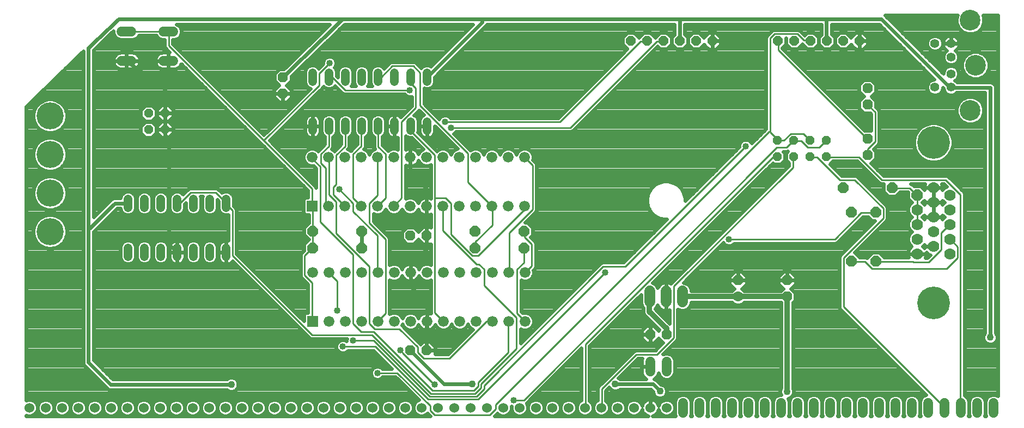
<source format=gtl>
G75*
%MOIN*%
%OFA0B0*%
%FSLAX25Y25*%
%IPPOS*%
%LPD*%
%AMOC8*
5,1,8,0,0,1.08239X$1,22.5*
%
%ADD10C,0.07000*%
%ADD11OC8,0.07000*%
%ADD12C,0.20000*%
%ADD13R,0.06600X0.06600*%
%ADD14C,0.06600*%
%ADD15C,0.05543*%
%ADD16C,0.12661*%
%ADD17OC8,0.06300*%
%ADD18C,0.06300*%
%ADD19C,0.05200*%
%ADD20OC8,0.05600*%
%ADD21OC8,0.06000*%
%ADD22C,0.06000*%
%ADD23OC8,0.06600*%
%ADD24C,0.06000*%
%ADD25C,0.06600*%
%ADD26C,0.02400*%
%ADD27C,0.04356*%
%ADD28C,0.03200*%
%ADD29C,0.01000*%
%ADD30C,0.04000*%
%ADD31C,0.16598*%
D10*
X0552476Y0106708D03*
X0562476Y0111208D03*
X0572476Y0115708D03*
X0562476Y0120208D03*
X0552476Y0124708D03*
X0562476Y0129208D03*
X0572476Y0133708D03*
X0562476Y0138208D03*
X0572476Y0142708D03*
X0562476Y0147208D03*
X0552476Y0133708D03*
X0572476Y0124708D03*
X0552476Y0115708D03*
X0572476Y0106708D03*
D11*
X0552476Y0142708D03*
D12*
X0562476Y0174877D03*
X0562476Y0076452D03*
D13*
X0182476Y0065350D03*
X0182279Y0135861D03*
D14*
X0192279Y0135861D03*
X0202279Y0135861D03*
X0212279Y0135861D03*
X0222279Y0135861D03*
X0232279Y0135861D03*
X0242279Y0135861D03*
X0252279Y0135861D03*
X0262279Y0135861D03*
X0272279Y0135861D03*
X0282279Y0135861D03*
X0292279Y0135861D03*
X0302279Y0135861D03*
X0312279Y0135861D03*
X0312279Y0165861D03*
X0302279Y0165861D03*
X0292279Y0165861D03*
X0282279Y0165861D03*
X0272279Y0165861D03*
X0262279Y0165861D03*
X0252279Y0165861D03*
X0242279Y0165861D03*
X0232279Y0165861D03*
X0222279Y0165861D03*
X0212279Y0165861D03*
X0202279Y0165861D03*
X0192279Y0165861D03*
X0182279Y0165861D03*
X0182476Y0095350D03*
X0192476Y0095350D03*
X0202476Y0095350D03*
X0212476Y0095350D03*
X0222476Y0095350D03*
X0232476Y0095350D03*
X0242476Y0095350D03*
X0252476Y0095350D03*
X0262476Y0095350D03*
X0272476Y0095350D03*
X0282476Y0095350D03*
X0292476Y0095350D03*
X0302476Y0095350D03*
X0312476Y0095350D03*
X0312476Y0065350D03*
X0302476Y0065350D03*
X0292476Y0065350D03*
X0282476Y0065350D03*
X0272476Y0065350D03*
X0262476Y0065350D03*
X0252476Y0065350D03*
X0242476Y0065350D03*
X0232476Y0065350D03*
X0222476Y0065350D03*
X0212476Y0065350D03*
X0202476Y0065350D03*
X0192476Y0065350D03*
D15*
X0563420Y0208814D03*
X0573263Y0208814D03*
X0573263Y0217082D03*
X0573263Y0227318D03*
X0573263Y0235586D03*
X0563420Y0235586D03*
D16*
X0585074Y0249838D03*
X0588224Y0222200D03*
X0585074Y0194523D03*
D17*
X0522200Y0198145D03*
X0522200Y0208145D03*
X0522200Y0177239D03*
X0522200Y0167239D03*
X0472869Y0090468D03*
X0472869Y0080468D03*
X0442948Y0090468D03*
X0399129Y0057318D03*
X0389129Y0057318D03*
X0252239Y0047515D03*
X0242239Y0047515D03*
X0242436Y0117909D03*
X0252436Y0117909D03*
X0164326Y0204917D03*
X0164326Y0214917D03*
D18*
X0442948Y0080468D03*
D19*
X0252633Y0182395D02*
X0252633Y0187595D01*
X0242633Y0187595D02*
X0242633Y0182395D01*
X0232633Y0182395D02*
X0232633Y0187595D01*
X0222633Y0187595D02*
X0222633Y0182395D01*
X0212633Y0182395D02*
X0212633Y0187595D01*
X0202633Y0187595D02*
X0202633Y0182395D01*
X0192633Y0182395D02*
X0192633Y0187595D01*
X0182633Y0187595D02*
X0182633Y0182395D01*
X0182633Y0212395D02*
X0182633Y0217595D01*
X0192633Y0217595D02*
X0192633Y0212395D01*
X0202633Y0212395D02*
X0202633Y0217595D01*
X0212633Y0217595D02*
X0212633Y0212395D01*
X0222633Y0212395D02*
X0222633Y0217595D01*
X0232633Y0217595D02*
X0232633Y0212395D01*
X0242633Y0212395D02*
X0242633Y0217595D01*
X0252633Y0217595D02*
X0252633Y0212395D01*
X0129641Y0140272D02*
X0129641Y0135072D01*
X0119641Y0135072D02*
X0119641Y0140272D01*
X0109641Y0140272D02*
X0109641Y0135072D01*
X0099641Y0135072D02*
X0099641Y0140272D01*
X0089641Y0140272D02*
X0089641Y0135072D01*
X0079641Y0135072D02*
X0079641Y0140272D01*
X0069641Y0140272D02*
X0069641Y0135072D01*
X0069641Y0110272D02*
X0069641Y0105072D01*
X0079641Y0105072D02*
X0079641Y0110272D01*
X0089641Y0110272D02*
X0089641Y0105072D01*
X0099641Y0105072D02*
X0099641Y0110272D01*
X0109641Y0110272D02*
X0109641Y0105072D01*
X0119641Y0105072D02*
X0119641Y0110272D01*
X0129641Y0110272D02*
X0129641Y0105072D01*
D20*
X0092200Y0182909D03*
X0082200Y0182909D03*
X0082200Y0192909D03*
X0092200Y0192909D03*
X0466924Y0176294D03*
X0476924Y0176294D03*
X0486924Y0176294D03*
X0496924Y0176294D03*
X0496924Y0166294D03*
X0486924Y0166294D03*
X0476924Y0166294D03*
X0466924Y0166294D03*
D21*
X0467200Y0237200D03*
X0477200Y0237200D03*
X0487200Y0237200D03*
X0497200Y0237200D03*
X0507200Y0237200D03*
X0517200Y0237200D03*
X0427200Y0237200D03*
X0417200Y0237200D03*
X0407200Y0237200D03*
X0397200Y0237200D03*
X0387200Y0237200D03*
X0377200Y0237200D03*
D22*
X0097370Y0242832D02*
X0091370Y0242832D01*
X0071770Y0242832D02*
X0065770Y0242832D01*
X0065770Y0225032D02*
X0071770Y0225032D01*
X0091370Y0225032D02*
X0097370Y0225032D01*
X0389129Y0040633D02*
X0389129Y0034633D01*
X0399129Y0034633D02*
X0399129Y0040633D01*
X0409208Y0015436D02*
X0409208Y0009436D01*
X0419208Y0009436D02*
X0419208Y0015436D01*
X0429208Y0015436D02*
X0429208Y0009436D01*
X0439208Y0009436D02*
X0439208Y0015436D01*
X0449208Y0015436D02*
X0449208Y0009436D01*
X0459208Y0009436D02*
X0459208Y0015436D01*
X0469208Y0015436D02*
X0469208Y0009436D01*
X0479208Y0009436D02*
X0479208Y0015436D01*
X0489208Y0015436D02*
X0489208Y0009436D01*
X0499208Y0009436D02*
X0499208Y0015436D01*
X0509208Y0015436D02*
X0509208Y0009436D01*
X0519208Y0009436D02*
X0519208Y0015436D01*
X0529208Y0015436D02*
X0529208Y0009436D01*
X0539208Y0009436D02*
X0539208Y0015436D01*
X0549208Y0015436D02*
X0549208Y0009436D01*
X0559208Y0009436D02*
X0559208Y0015436D01*
X0569208Y0015436D02*
X0569208Y0009436D01*
X0579208Y0009436D02*
X0579208Y0015436D01*
X0589208Y0015436D02*
X0589208Y0009436D01*
X0599208Y0009436D02*
X0599208Y0015436D01*
D23*
X0527200Y0102200D03*
X0512200Y0102200D03*
X0512200Y0132200D03*
X0527200Y0132200D03*
X0537200Y0147200D03*
X0507200Y0147200D03*
X0312082Y0120546D03*
X0312082Y0110428D03*
X0282082Y0110428D03*
X0282082Y0120546D03*
X0212672Y0120546D03*
X0212476Y0110428D03*
X0182476Y0110428D03*
X0182672Y0120546D03*
D24*
X0179208Y0012436D03*
X0189208Y0012436D03*
X0199208Y0012436D03*
X0209208Y0012436D03*
X0219208Y0012436D03*
X0229208Y0012436D03*
X0239208Y0012436D03*
X0249208Y0012436D03*
X0259208Y0012436D03*
X0269208Y0012436D03*
X0279208Y0012436D03*
X0289208Y0012436D03*
X0299208Y0012436D03*
X0309208Y0012436D03*
X0319208Y0012436D03*
X0329208Y0012436D03*
X0339208Y0012436D03*
X0349208Y0012436D03*
X0359208Y0012436D03*
X0369208Y0012436D03*
X0379208Y0012436D03*
X0389208Y0012436D03*
X0399208Y0012436D03*
X0169208Y0012436D03*
X0159208Y0012436D03*
X0149208Y0012436D03*
X0139208Y0012436D03*
X0129208Y0012436D03*
X0119208Y0012436D03*
X0109208Y0012436D03*
X0099208Y0012436D03*
X0089208Y0012436D03*
X0079208Y0012436D03*
X0069208Y0012436D03*
X0059208Y0012436D03*
X0049208Y0012436D03*
X0039208Y0012436D03*
X0029208Y0012436D03*
X0019208Y0012436D03*
X0009208Y0012436D03*
D25*
X0388854Y0077207D02*
X0388854Y0083807D01*
X0398854Y0083807D02*
X0398854Y0077207D01*
X0408854Y0077207D02*
X0408854Y0083807D01*
D26*
X0007400Y0007773D02*
X0007400Y0007400D01*
X0254464Y0007400D01*
X0252854Y0009011D01*
X0252040Y0008197D01*
X0250202Y0007436D01*
X0248213Y0007436D01*
X0246376Y0008197D01*
X0244969Y0009604D01*
X0244208Y0011442D01*
X0244208Y0013431D01*
X0244969Y0015268D01*
X0246376Y0016675D01*
X0247446Y0017118D01*
X0233364Y0031200D01*
X0225407Y0031200D01*
X0224516Y0030309D01*
X0223046Y0029700D01*
X0221454Y0029700D01*
X0219984Y0030309D01*
X0218859Y0031434D01*
X0218250Y0032904D01*
X0218250Y0034496D01*
X0218859Y0035966D01*
X0219984Y0037091D01*
X0221454Y0037700D01*
X0223046Y0037700D01*
X0224516Y0037091D01*
X0225407Y0036200D01*
X0231064Y0036200D01*
X0219864Y0047400D01*
X0204257Y0047400D01*
X0203366Y0046509D01*
X0201896Y0045900D01*
X0200304Y0045900D01*
X0198834Y0046509D01*
X0197709Y0047634D01*
X0197100Y0049104D01*
X0197100Y0050696D01*
X0197709Y0052166D01*
X0198834Y0053291D01*
X0200304Y0053900D01*
X0201896Y0053900D01*
X0203366Y0053291D01*
X0203400Y0053257D01*
X0203400Y0054296D01*
X0203526Y0054600D01*
X0182697Y0054600D01*
X0181703Y0054600D01*
X0180784Y0054981D01*
X0133520Y0102245D01*
X0133302Y0101945D01*
X0132768Y0101411D01*
X0132157Y0100967D01*
X0131484Y0100624D01*
X0130765Y0100391D01*
X0130019Y0100272D01*
X0129641Y0100272D01*
X0129641Y0107672D01*
X0129641Y0107672D01*
X0129641Y0100272D01*
X0129263Y0100272D01*
X0128517Y0100391D01*
X0127798Y0100624D01*
X0127125Y0100967D01*
X0126514Y0101411D01*
X0125980Y0101945D01*
X0125536Y0102557D01*
X0125193Y0103230D01*
X0124959Y0103948D01*
X0124841Y0104695D01*
X0124841Y0107672D01*
X0129641Y0107672D01*
X0129641Y0107672D01*
X0124841Y0107672D01*
X0124841Y0110650D01*
X0124959Y0111396D01*
X0125193Y0112115D01*
X0125536Y0112788D01*
X0125980Y0113399D01*
X0126514Y0113934D01*
X0127125Y0114378D01*
X0127798Y0114721D01*
X0128517Y0114954D01*
X0129263Y0115072D01*
X0129641Y0115072D01*
X0129641Y0107673D01*
X0129641Y0107673D01*
X0129641Y0115072D01*
X0130019Y0115072D01*
X0130765Y0114954D01*
X0131100Y0114845D01*
X0131100Y0130698D01*
X0130556Y0130472D01*
X0128726Y0130472D01*
X0127035Y0131173D01*
X0125741Y0132467D01*
X0125041Y0134157D01*
X0125041Y0139074D01*
X0124241Y0139874D01*
X0124241Y0134157D01*
X0123541Y0132467D01*
X0122247Y0131173D01*
X0120556Y0130472D01*
X0118726Y0130472D01*
X0117035Y0131173D01*
X0115741Y0132467D01*
X0115041Y0134157D01*
X0115041Y0141187D01*
X0115336Y0141900D01*
X0113946Y0141900D01*
X0114241Y0141187D01*
X0114241Y0134157D01*
X0113541Y0132467D01*
X0112247Y0131173D01*
X0110556Y0130472D01*
X0108726Y0130472D01*
X0107035Y0131173D01*
X0105741Y0132467D01*
X0105041Y0134157D01*
X0105041Y0137955D01*
X0104241Y0137155D01*
X0104241Y0134157D01*
X0103541Y0132467D01*
X0102247Y0131173D01*
X0100556Y0130472D01*
X0098726Y0130472D01*
X0097035Y0131173D01*
X0095741Y0132467D01*
X0095041Y0134157D01*
X0095041Y0141187D01*
X0095741Y0142878D01*
X0097035Y0144172D01*
X0098726Y0144872D01*
X0100556Y0144872D01*
X0102247Y0144172D01*
X0103217Y0143202D01*
X0105831Y0145816D01*
X0106534Y0146519D01*
X0107453Y0146900D01*
X0123747Y0146900D01*
X0124666Y0146519D01*
X0127024Y0144161D01*
X0127035Y0144172D01*
X0128726Y0144872D01*
X0130556Y0144872D01*
X0132247Y0144172D01*
X0133541Y0142878D01*
X0134241Y0141187D01*
X0134241Y0136045D01*
X0135719Y0134566D01*
X0136100Y0133647D01*
X0136100Y0106736D01*
X0177176Y0065660D01*
X0177176Y0069478D01*
X0178347Y0070650D01*
X0179700Y0070650D01*
X0179700Y0088014D01*
X0175581Y0092134D01*
X0175200Y0093053D01*
X0175200Y0106197D01*
X0175581Y0107116D01*
X0177176Y0108711D01*
X0177176Y0112624D01*
X0180138Y0115586D01*
X0177372Y0118351D01*
X0177372Y0122742D01*
X0180150Y0125519D01*
X0180150Y0130561D01*
X0178150Y0130561D01*
X0176979Y0131733D01*
X0176979Y0139990D01*
X0178150Y0141161D01*
X0179700Y0141161D01*
X0179700Y0145614D01*
X0151309Y0174006D01*
X0151309Y0174006D01*
X0150606Y0174709D01*
X0150606Y0174709D01*
X0102211Y0223103D01*
X0102189Y0223036D01*
X0101818Y0222307D01*
X0101336Y0221645D01*
X0100758Y0221066D01*
X0100095Y0220585D01*
X0099366Y0220213D01*
X0098588Y0219960D01*
X0097779Y0219832D01*
X0094370Y0219832D01*
X0094370Y0225032D01*
X0094370Y0225032D01*
X0094370Y0219832D01*
X0090961Y0219832D01*
X0090152Y0219960D01*
X0089374Y0220213D01*
X0088645Y0220585D01*
X0087983Y0221066D01*
X0087404Y0221645D01*
X0086923Y0222307D01*
X0086551Y0223036D01*
X0086298Y0223815D01*
X0086170Y0224623D01*
X0086170Y0225032D01*
X0094370Y0225032D01*
X0094370Y0225032D01*
X0086170Y0225032D01*
X0086170Y0225442D01*
X0086298Y0226250D01*
X0086551Y0227028D01*
X0086923Y0227758D01*
X0087404Y0228420D01*
X0087983Y0228999D01*
X0088645Y0229480D01*
X0089374Y0229851D01*
X0090152Y0230104D01*
X0090961Y0230232D01*
X0094370Y0230232D01*
X0094370Y0225032D01*
X0094370Y0225032D01*
X0094370Y0230232D01*
X0095082Y0230232D01*
X0092331Y0232984D01*
X0091950Y0233903D01*
X0091950Y0237832D01*
X0090376Y0237832D01*
X0088538Y0238593D01*
X0087131Y0240000D01*
X0086945Y0240450D01*
X0076195Y0240450D01*
X0076009Y0240000D01*
X0074602Y0238593D01*
X0072765Y0237832D01*
X0064776Y0237832D01*
X0062938Y0238593D01*
X0061531Y0240000D01*
X0060770Y0241838D01*
X0060770Y0243280D01*
X0048510Y0231542D01*
X0048510Y0129217D01*
X0059679Y0140385D01*
X0060855Y0140872D01*
X0065041Y0140872D01*
X0065041Y0141187D01*
X0065741Y0142878D01*
X0067035Y0144172D01*
X0068726Y0144872D01*
X0070556Y0144872D01*
X0072247Y0144172D01*
X0073541Y0142878D01*
X0074241Y0141187D01*
X0074241Y0134157D01*
X0073541Y0132467D01*
X0072247Y0131173D01*
X0070556Y0130472D01*
X0068726Y0130472D01*
X0067035Y0131173D01*
X0065741Y0132467D01*
X0065041Y0134157D01*
X0065041Y0134472D01*
X0062817Y0134472D01*
X0048510Y0120166D01*
X0048510Y0041518D01*
X0060218Y0029809D01*
X0130200Y0029809D01*
X0130542Y0030151D01*
X0132078Y0030787D01*
X0133740Y0030787D01*
X0135275Y0030151D01*
X0136451Y0028976D01*
X0137087Y0027440D01*
X0137087Y0025778D01*
X0136451Y0024243D01*
X0135275Y0023068D01*
X0133740Y0022431D01*
X0132078Y0022431D01*
X0130542Y0023068D01*
X0130200Y0023409D01*
X0058256Y0023409D01*
X0057080Y0023897D01*
X0056180Y0024797D01*
X0042597Y0038379D01*
X0042110Y0039556D01*
X0042110Y0231036D01*
X0007400Y0196872D01*
X0007400Y0017099D01*
X0008213Y0017436D01*
X0010202Y0017436D01*
X0012040Y0016675D01*
X0013447Y0015268D01*
X0014208Y0013431D01*
X0014208Y0011442D01*
X0014969Y0009604D01*
X0016376Y0008197D01*
X0018213Y0007436D01*
X0020202Y0007436D01*
X0022040Y0008197D01*
X0023447Y0009604D01*
X0024208Y0011442D01*
X0024969Y0009604D01*
X0026376Y0008197D01*
X0028213Y0007436D01*
X0030202Y0007436D01*
X0032040Y0008197D01*
X0033447Y0009604D01*
X0034208Y0011442D01*
X0034969Y0009604D01*
X0036376Y0008197D01*
X0038213Y0007436D01*
X0040202Y0007436D01*
X0042040Y0008197D01*
X0043447Y0009604D01*
X0044208Y0011442D01*
X0044969Y0009604D01*
X0046376Y0008197D01*
X0048213Y0007436D01*
X0050202Y0007436D01*
X0052040Y0008197D01*
X0053447Y0009604D01*
X0054208Y0011442D01*
X0054969Y0009604D01*
X0056376Y0008197D01*
X0058213Y0007436D01*
X0060202Y0007436D01*
X0062040Y0008197D01*
X0063447Y0009604D01*
X0064208Y0011442D01*
X0064969Y0009604D01*
X0066376Y0008197D01*
X0068213Y0007436D01*
X0070202Y0007436D01*
X0072040Y0008197D01*
X0073447Y0009604D01*
X0074208Y0011442D01*
X0074969Y0009604D01*
X0076376Y0008197D01*
X0078213Y0007436D01*
X0080202Y0007436D01*
X0082040Y0008197D01*
X0083447Y0009604D01*
X0084208Y0011442D01*
X0084969Y0009604D01*
X0086376Y0008197D01*
X0088213Y0007436D01*
X0090202Y0007436D01*
X0092040Y0008197D01*
X0093447Y0009604D01*
X0094208Y0011442D01*
X0094969Y0009604D01*
X0096376Y0008197D01*
X0098213Y0007436D01*
X0100202Y0007436D01*
X0102040Y0008197D01*
X0103447Y0009604D01*
X0104208Y0011442D01*
X0104969Y0009604D01*
X0106376Y0008197D01*
X0108213Y0007436D01*
X0110202Y0007436D01*
X0112040Y0008197D01*
X0113447Y0009604D01*
X0114208Y0011442D01*
X0114969Y0009604D01*
X0116376Y0008197D01*
X0118213Y0007436D01*
X0120202Y0007436D01*
X0122040Y0008197D01*
X0123447Y0009604D01*
X0124208Y0011442D01*
X0124969Y0009604D01*
X0126376Y0008197D01*
X0128213Y0007436D01*
X0130202Y0007436D01*
X0132040Y0008197D01*
X0133447Y0009604D01*
X0134208Y0011442D01*
X0134969Y0009604D01*
X0136376Y0008197D01*
X0138213Y0007436D01*
X0140202Y0007436D01*
X0142040Y0008197D01*
X0143447Y0009604D01*
X0144208Y0011442D01*
X0144969Y0009604D01*
X0146376Y0008197D01*
X0148213Y0007436D01*
X0150202Y0007436D01*
X0152040Y0008197D01*
X0153447Y0009604D01*
X0154208Y0011442D01*
X0154969Y0009604D01*
X0156376Y0008197D01*
X0158213Y0007436D01*
X0160202Y0007436D01*
X0162040Y0008197D01*
X0163447Y0009604D01*
X0164208Y0011442D01*
X0164969Y0009604D01*
X0166376Y0008197D01*
X0168213Y0007436D01*
X0170202Y0007436D01*
X0172040Y0008197D01*
X0173447Y0009604D01*
X0174208Y0011442D01*
X0174969Y0009604D01*
X0176376Y0008197D01*
X0178213Y0007436D01*
X0180202Y0007436D01*
X0182040Y0008197D01*
X0183447Y0009604D01*
X0184208Y0011442D01*
X0184969Y0009604D01*
X0186376Y0008197D01*
X0188213Y0007436D01*
X0190202Y0007436D01*
X0192040Y0008197D01*
X0193447Y0009604D01*
X0194208Y0011442D01*
X0194969Y0009604D01*
X0196376Y0008197D01*
X0198213Y0007436D01*
X0200202Y0007436D01*
X0202040Y0008197D01*
X0203447Y0009604D01*
X0204208Y0011442D01*
X0204969Y0009604D01*
X0206376Y0008197D01*
X0208213Y0007436D01*
X0210202Y0007436D01*
X0212040Y0008197D01*
X0213447Y0009604D01*
X0214208Y0011442D01*
X0214969Y0009604D01*
X0216376Y0008197D01*
X0218213Y0007436D01*
X0220202Y0007436D01*
X0222040Y0008197D01*
X0223447Y0009604D01*
X0224208Y0011442D01*
X0224969Y0009604D01*
X0226376Y0008197D01*
X0228213Y0007436D01*
X0230202Y0007436D01*
X0232040Y0008197D01*
X0233447Y0009604D01*
X0234208Y0011442D01*
X0234969Y0009604D01*
X0236376Y0008197D01*
X0238213Y0007436D01*
X0240202Y0007436D01*
X0242040Y0008197D01*
X0243447Y0009604D01*
X0244208Y0011442D01*
X0244208Y0013431D01*
X0243447Y0015268D01*
X0242040Y0016675D01*
X0240202Y0017436D01*
X0238213Y0017436D01*
X0236376Y0016675D01*
X0234969Y0015268D01*
X0234208Y0013431D01*
X0234208Y0011442D01*
X0234208Y0013431D01*
X0233447Y0015268D01*
X0232040Y0016675D01*
X0230202Y0017436D01*
X0228213Y0017436D01*
X0226376Y0016675D01*
X0224969Y0015268D01*
X0224208Y0013431D01*
X0224208Y0011442D01*
X0224208Y0013431D01*
X0223447Y0015268D01*
X0222040Y0016675D01*
X0220202Y0017436D01*
X0218213Y0017436D01*
X0216376Y0016675D01*
X0214969Y0015268D01*
X0214208Y0013431D01*
X0214208Y0011442D01*
X0214208Y0013431D01*
X0213447Y0015268D01*
X0212040Y0016675D01*
X0210202Y0017436D01*
X0208213Y0017436D01*
X0206376Y0016675D01*
X0204969Y0015268D01*
X0204208Y0013431D01*
X0204208Y0011442D01*
X0204208Y0013431D01*
X0203447Y0015268D01*
X0202040Y0016675D01*
X0200202Y0017436D01*
X0198213Y0017436D01*
X0196376Y0016675D01*
X0194969Y0015268D01*
X0194208Y0013431D01*
X0194208Y0011442D01*
X0194208Y0013431D01*
X0193447Y0015268D01*
X0192040Y0016675D01*
X0190202Y0017436D01*
X0188213Y0017436D01*
X0186376Y0016675D01*
X0184969Y0015268D01*
X0184208Y0013431D01*
X0184208Y0011442D01*
X0184208Y0013431D01*
X0183447Y0015268D01*
X0182040Y0016675D01*
X0180202Y0017436D01*
X0178213Y0017436D01*
X0176376Y0016675D01*
X0174969Y0015268D01*
X0174208Y0013431D01*
X0174208Y0011442D01*
X0174208Y0013431D01*
X0173447Y0015268D01*
X0172040Y0016675D01*
X0170202Y0017436D01*
X0168213Y0017436D01*
X0166376Y0016675D01*
X0164969Y0015268D01*
X0164208Y0013431D01*
X0164208Y0011442D01*
X0164208Y0013431D01*
X0163447Y0015268D01*
X0162040Y0016675D01*
X0160202Y0017436D01*
X0158213Y0017436D01*
X0156376Y0016675D01*
X0154969Y0015268D01*
X0154208Y0013431D01*
X0154208Y0011442D01*
X0154208Y0013431D01*
X0153447Y0015268D01*
X0152040Y0016675D01*
X0150202Y0017436D01*
X0148213Y0017436D01*
X0146376Y0016675D01*
X0144969Y0015268D01*
X0144208Y0013431D01*
X0144208Y0011442D01*
X0144208Y0013431D01*
X0143447Y0015268D01*
X0142040Y0016675D01*
X0140202Y0017436D01*
X0138213Y0017436D01*
X0136376Y0016675D01*
X0134969Y0015268D01*
X0134208Y0013431D01*
X0134208Y0011442D01*
X0134208Y0013431D01*
X0133447Y0015268D01*
X0132040Y0016675D01*
X0130202Y0017436D01*
X0128213Y0017436D01*
X0126376Y0016675D01*
X0124969Y0015268D01*
X0124208Y0013431D01*
X0124208Y0011442D01*
X0124208Y0013431D01*
X0123447Y0015268D01*
X0122040Y0016675D01*
X0120202Y0017436D01*
X0118213Y0017436D01*
X0116376Y0016675D01*
X0114969Y0015268D01*
X0114208Y0013431D01*
X0114208Y0011442D01*
X0114208Y0013431D01*
X0113447Y0015268D01*
X0112040Y0016675D01*
X0110202Y0017436D01*
X0108213Y0017436D01*
X0106376Y0016675D01*
X0104969Y0015268D01*
X0104208Y0013431D01*
X0104208Y0011442D01*
X0104208Y0013431D01*
X0103447Y0015268D01*
X0102040Y0016675D01*
X0100202Y0017436D01*
X0098213Y0017436D01*
X0096376Y0016675D01*
X0094969Y0015268D01*
X0094208Y0013431D01*
X0094208Y0011442D01*
X0094208Y0013431D01*
X0093447Y0015268D01*
X0092040Y0016675D01*
X0090202Y0017436D01*
X0088213Y0017436D01*
X0086376Y0016675D01*
X0084969Y0015268D01*
X0084208Y0013431D01*
X0084208Y0011442D01*
X0084208Y0013431D01*
X0083447Y0015268D01*
X0082040Y0016675D01*
X0080202Y0017436D01*
X0078213Y0017436D01*
X0076376Y0016675D01*
X0074969Y0015268D01*
X0074208Y0013431D01*
X0074208Y0011442D01*
X0074208Y0013431D01*
X0073447Y0015268D01*
X0072040Y0016675D01*
X0070202Y0017436D01*
X0068213Y0017436D01*
X0066376Y0016675D01*
X0064969Y0015268D01*
X0064208Y0013431D01*
X0064208Y0011442D01*
X0064208Y0013431D01*
X0063447Y0015268D01*
X0062040Y0016675D01*
X0060202Y0017436D01*
X0058213Y0017436D01*
X0056376Y0016675D01*
X0054969Y0015268D01*
X0054208Y0013431D01*
X0054208Y0011442D01*
X0054208Y0013431D01*
X0053447Y0015268D01*
X0052040Y0016675D01*
X0050202Y0017436D01*
X0048213Y0017436D01*
X0046376Y0016675D01*
X0044969Y0015268D01*
X0044208Y0013431D01*
X0044208Y0011442D01*
X0044208Y0013431D01*
X0043447Y0015268D01*
X0042040Y0016675D01*
X0040202Y0017436D01*
X0038213Y0017436D01*
X0036376Y0016675D01*
X0034969Y0015268D01*
X0034208Y0013431D01*
X0034208Y0011442D01*
X0034208Y0013431D01*
X0033447Y0015268D01*
X0032040Y0016675D01*
X0030202Y0017436D01*
X0028213Y0017436D01*
X0026376Y0016675D01*
X0024969Y0015268D01*
X0024208Y0013431D01*
X0024208Y0011442D01*
X0024208Y0013431D01*
X0023447Y0015268D01*
X0022040Y0016675D01*
X0020202Y0017436D01*
X0018213Y0017436D01*
X0016376Y0016675D01*
X0014969Y0015268D01*
X0014208Y0013431D01*
X0014208Y0011442D01*
X0013447Y0009604D01*
X0012040Y0008197D01*
X0010202Y0007436D01*
X0008213Y0007436D01*
X0007400Y0007773D01*
X0013238Y0009396D02*
X0015177Y0009396D01*
X0014208Y0011794D02*
X0014208Y0011794D01*
X0013892Y0014193D02*
X0014523Y0014193D01*
X0016292Y0016591D02*
X0012124Y0016591D01*
X0007400Y0018990D02*
X0245575Y0018990D01*
X0246292Y0016591D02*
X0242124Y0016591D01*
X0243892Y0014193D02*
X0244523Y0014193D01*
X0244208Y0011794D02*
X0244208Y0011794D01*
X0243238Y0009396D02*
X0245177Y0009396D01*
X0235177Y0009396D02*
X0233238Y0009396D01*
X0234208Y0011794D02*
X0234208Y0011794D01*
X0233892Y0014193D02*
X0234523Y0014193D01*
X0236292Y0016591D02*
X0232124Y0016591D01*
X0226292Y0016591D02*
X0222124Y0016591D01*
X0223892Y0014193D02*
X0224523Y0014193D01*
X0224208Y0011794D02*
X0224208Y0011794D01*
X0223238Y0009396D02*
X0225177Y0009396D01*
X0215177Y0009396D02*
X0213238Y0009396D01*
X0214208Y0011794D02*
X0214208Y0011794D01*
X0213892Y0014193D02*
X0214523Y0014193D01*
X0216292Y0016591D02*
X0212124Y0016591D01*
X0206292Y0016591D02*
X0202124Y0016591D01*
X0203892Y0014193D02*
X0204523Y0014193D01*
X0204208Y0011794D02*
X0204208Y0011794D01*
X0203238Y0009396D02*
X0205177Y0009396D01*
X0195177Y0009396D02*
X0193238Y0009396D01*
X0194208Y0011794D02*
X0194208Y0011794D01*
X0193892Y0014193D02*
X0194523Y0014193D01*
X0196292Y0016591D02*
X0192124Y0016591D01*
X0186292Y0016591D02*
X0182124Y0016591D01*
X0183892Y0014193D02*
X0184523Y0014193D01*
X0184208Y0011794D02*
X0184208Y0011794D01*
X0183238Y0009396D02*
X0185177Y0009396D01*
X0175177Y0009396D02*
X0173238Y0009396D01*
X0174208Y0011794D02*
X0174208Y0011794D01*
X0173892Y0014193D02*
X0174523Y0014193D01*
X0176292Y0016591D02*
X0172124Y0016591D01*
X0166292Y0016591D02*
X0162124Y0016591D01*
X0163892Y0014193D02*
X0164523Y0014193D01*
X0164208Y0011794D02*
X0164208Y0011794D01*
X0163238Y0009396D02*
X0165177Y0009396D01*
X0155177Y0009396D02*
X0153238Y0009396D01*
X0154208Y0011794D02*
X0154208Y0011794D01*
X0153892Y0014193D02*
X0154523Y0014193D01*
X0156292Y0016591D02*
X0152124Y0016591D01*
X0146292Y0016591D02*
X0142124Y0016591D01*
X0143892Y0014193D02*
X0144523Y0014193D01*
X0144208Y0011794D02*
X0144208Y0011794D01*
X0143238Y0009396D02*
X0145177Y0009396D01*
X0135177Y0009396D02*
X0133238Y0009396D01*
X0134208Y0011794D02*
X0134208Y0011794D01*
X0133892Y0014193D02*
X0134523Y0014193D01*
X0136292Y0016591D02*
X0132124Y0016591D01*
X0126292Y0016591D02*
X0122124Y0016591D01*
X0123892Y0014193D02*
X0124523Y0014193D01*
X0124208Y0011794D02*
X0124208Y0011794D01*
X0123238Y0009396D02*
X0125177Y0009396D01*
X0115177Y0009396D02*
X0113238Y0009396D01*
X0114208Y0011794D02*
X0114208Y0011794D01*
X0113892Y0014193D02*
X0114523Y0014193D01*
X0116292Y0016591D02*
X0112124Y0016591D01*
X0106292Y0016591D02*
X0102124Y0016591D01*
X0103892Y0014193D02*
X0104523Y0014193D01*
X0104208Y0011794D02*
X0104208Y0011794D01*
X0103238Y0009396D02*
X0105177Y0009396D01*
X0095177Y0009396D02*
X0093238Y0009396D01*
X0094208Y0011794D02*
X0094208Y0011794D01*
X0093892Y0014193D02*
X0094523Y0014193D01*
X0096292Y0016591D02*
X0092124Y0016591D01*
X0086292Y0016591D02*
X0082124Y0016591D01*
X0083892Y0014193D02*
X0084523Y0014193D01*
X0084208Y0011794D02*
X0084208Y0011794D01*
X0083238Y0009396D02*
X0085177Y0009396D01*
X0075177Y0009396D02*
X0073238Y0009396D01*
X0074208Y0011794D02*
X0074208Y0011794D01*
X0073892Y0014193D02*
X0074523Y0014193D01*
X0076292Y0016591D02*
X0072124Y0016591D01*
X0066292Y0016591D02*
X0062124Y0016591D01*
X0063892Y0014193D02*
X0064523Y0014193D01*
X0064208Y0011794D02*
X0064208Y0011794D01*
X0063238Y0009396D02*
X0065177Y0009396D01*
X0055177Y0009396D02*
X0053238Y0009396D01*
X0054208Y0011794D02*
X0054208Y0011794D01*
X0053892Y0014193D02*
X0054523Y0014193D01*
X0056292Y0016591D02*
X0052124Y0016591D01*
X0046292Y0016591D02*
X0042124Y0016591D01*
X0043892Y0014193D02*
X0044523Y0014193D01*
X0044208Y0011794D02*
X0044208Y0011794D01*
X0043238Y0009396D02*
X0045177Y0009396D01*
X0035177Y0009396D02*
X0033238Y0009396D01*
X0034208Y0011794D02*
X0034208Y0011794D01*
X0033892Y0014193D02*
X0034523Y0014193D01*
X0036292Y0016591D02*
X0032124Y0016591D01*
X0026292Y0016591D02*
X0022124Y0016591D01*
X0023892Y0014193D02*
X0024523Y0014193D01*
X0024208Y0011794D02*
X0024208Y0011794D01*
X0023238Y0009396D02*
X0025177Y0009396D01*
X0007400Y0021388D02*
X0243176Y0021388D01*
X0240778Y0023787D02*
X0135994Y0023787D01*
X0137087Y0026185D02*
X0238379Y0026185D01*
X0235981Y0028584D02*
X0136613Y0028584D01*
X0132909Y0026609D02*
X0058893Y0026609D01*
X0045310Y0040192D01*
X0045310Y0121491D01*
X0061491Y0137672D01*
X0069641Y0137672D01*
X0074241Y0136517D02*
X0075041Y0136517D01*
X0075041Y0134157D02*
X0075741Y0132467D01*
X0077035Y0131173D01*
X0078726Y0130472D01*
X0080556Y0130472D01*
X0082247Y0131173D01*
X0083541Y0132467D01*
X0084241Y0134157D01*
X0084241Y0141187D01*
X0083541Y0142878D01*
X0082247Y0144172D01*
X0080556Y0144872D01*
X0078726Y0144872D01*
X0077035Y0144172D01*
X0075741Y0142878D01*
X0075041Y0141187D01*
X0075041Y0134157D01*
X0075057Y0134118D02*
X0074225Y0134118D01*
X0072793Y0131720D02*
X0076488Y0131720D01*
X0082793Y0131720D02*
X0086488Y0131720D01*
X0087035Y0131173D02*
X0088726Y0130472D01*
X0090556Y0130472D01*
X0092247Y0131173D01*
X0093541Y0132467D01*
X0094241Y0134157D01*
X0094241Y0141187D01*
X0093541Y0142878D01*
X0092247Y0144172D01*
X0090556Y0144872D01*
X0088726Y0144872D01*
X0087035Y0144172D01*
X0085741Y0142878D01*
X0085041Y0141187D01*
X0085041Y0134157D01*
X0085741Y0132467D01*
X0087035Y0131173D01*
X0085057Y0134118D02*
X0084225Y0134118D01*
X0084241Y0136517D02*
X0085041Y0136517D01*
X0085041Y0138915D02*
X0084241Y0138915D01*
X0084189Y0141314D02*
X0085093Y0141314D01*
X0086575Y0143712D02*
X0082707Y0143712D01*
X0076575Y0143712D02*
X0072707Y0143712D01*
X0074189Y0141314D02*
X0075093Y0141314D01*
X0075041Y0138915D02*
X0074241Y0138915D01*
X0065093Y0141314D02*
X0048510Y0141314D01*
X0048510Y0143712D02*
X0066575Y0143712D01*
X0058209Y0138915D02*
X0048510Y0138915D01*
X0048510Y0136517D02*
X0055810Y0136517D01*
X0053412Y0134118D02*
X0048510Y0134118D01*
X0048510Y0131720D02*
X0051013Y0131720D01*
X0048615Y0129321D02*
X0048510Y0129321D01*
X0042110Y0129321D02*
X0026876Y0129321D01*
X0025860Y0129908D02*
X0023241Y0130609D01*
X0020529Y0130609D01*
X0017910Y0129908D01*
X0015561Y0128552D01*
X0013644Y0126634D01*
X0012288Y0124286D01*
X0011586Y0121666D01*
X0011586Y0118954D01*
X0012288Y0116335D01*
X0013644Y0113986D01*
X0015561Y0112069D01*
X0017910Y0110713D01*
X0020529Y0110011D01*
X0023241Y0110011D01*
X0025860Y0110713D01*
X0028209Y0112069D01*
X0030126Y0113986D01*
X0031482Y0116335D01*
X0032184Y0118954D01*
X0032184Y0121666D01*
X0031482Y0124286D01*
X0030126Y0126634D01*
X0028209Y0128552D01*
X0025860Y0129908D01*
X0029838Y0126923D02*
X0042110Y0126923D01*
X0042110Y0124524D02*
X0031345Y0124524D01*
X0032061Y0122126D02*
X0042110Y0122126D01*
X0042110Y0119727D02*
X0032184Y0119727D01*
X0031749Y0117329D02*
X0042110Y0117329D01*
X0042110Y0114930D02*
X0030671Y0114930D01*
X0028672Y0112532D02*
X0042110Y0112532D01*
X0042110Y0110133D02*
X0023696Y0110133D01*
X0020074Y0110133D02*
X0007400Y0110133D01*
X0007400Y0107734D02*
X0042110Y0107734D01*
X0042110Y0105336D02*
X0007400Y0105336D01*
X0007400Y0102937D02*
X0042110Y0102937D01*
X0042110Y0100539D02*
X0007400Y0100539D01*
X0007400Y0098140D02*
X0042110Y0098140D01*
X0042110Y0095742D02*
X0007400Y0095742D01*
X0007400Y0093343D02*
X0042110Y0093343D01*
X0042110Y0090945D02*
X0007400Y0090945D01*
X0007400Y0088546D02*
X0042110Y0088546D01*
X0042110Y0086148D02*
X0007400Y0086148D01*
X0007400Y0083749D02*
X0042110Y0083749D01*
X0042110Y0081351D02*
X0007400Y0081351D01*
X0007400Y0078952D02*
X0042110Y0078952D01*
X0042110Y0076554D02*
X0007400Y0076554D01*
X0007400Y0074155D02*
X0042110Y0074155D01*
X0042110Y0071757D02*
X0007400Y0071757D01*
X0007400Y0069358D02*
X0042110Y0069358D01*
X0042110Y0066960D02*
X0007400Y0066960D01*
X0007400Y0064561D02*
X0042110Y0064561D01*
X0042110Y0062163D02*
X0007400Y0062163D01*
X0007400Y0059764D02*
X0042110Y0059764D01*
X0042110Y0057366D02*
X0007400Y0057366D01*
X0007400Y0054967D02*
X0042110Y0054967D01*
X0042110Y0052569D02*
X0007400Y0052569D01*
X0007400Y0050170D02*
X0042110Y0050170D01*
X0042110Y0047772D02*
X0007400Y0047772D01*
X0007400Y0045373D02*
X0042110Y0045373D01*
X0042110Y0042975D02*
X0007400Y0042975D01*
X0007400Y0040576D02*
X0042110Y0040576D01*
X0042799Y0038178D02*
X0007400Y0038178D01*
X0007400Y0035779D02*
X0045198Y0035779D01*
X0047596Y0033381D02*
X0007400Y0033381D01*
X0007400Y0030982D02*
X0049995Y0030982D01*
X0052393Y0028584D02*
X0007400Y0028584D01*
X0007400Y0026185D02*
X0054792Y0026185D01*
X0057346Y0023787D02*
X0007400Y0023787D01*
X0049452Y0040576D02*
X0226688Y0040576D01*
X0224290Y0042975D02*
X0048510Y0042975D01*
X0048510Y0045373D02*
X0221891Y0045373D01*
X0229087Y0038178D02*
X0051850Y0038178D01*
X0054249Y0035779D02*
X0218782Y0035779D01*
X0218250Y0033381D02*
X0056647Y0033381D01*
X0059046Y0030982D02*
X0219311Y0030982D01*
X0225189Y0030982D02*
X0233582Y0030982D01*
X0242239Y0047515D02*
X0262948Y0026806D01*
X0280153Y0026806D01*
X0304208Y0013256D02*
X0304208Y0013256D01*
X0304208Y0011442D01*
X0304969Y0009604D01*
X0306376Y0008197D01*
X0308213Y0007436D01*
X0310202Y0007436D01*
X0312040Y0008197D01*
X0313447Y0009604D01*
X0314208Y0011442D01*
X0314969Y0009604D01*
X0316376Y0008197D01*
X0318213Y0007436D01*
X0320202Y0007436D01*
X0322040Y0008197D01*
X0323447Y0009604D01*
X0324208Y0011442D01*
X0324969Y0009604D01*
X0326376Y0008197D01*
X0328213Y0007436D01*
X0330202Y0007436D01*
X0332040Y0008197D01*
X0333447Y0009604D01*
X0334208Y0011442D01*
X0334969Y0009604D01*
X0336376Y0008197D01*
X0338213Y0007436D01*
X0340202Y0007436D01*
X0342040Y0008197D01*
X0343447Y0009604D01*
X0344208Y0011442D01*
X0344969Y0009604D01*
X0346376Y0008197D01*
X0348213Y0007436D01*
X0350202Y0007436D01*
X0352040Y0008197D01*
X0353447Y0009604D01*
X0354208Y0011442D01*
X0354969Y0009604D01*
X0356376Y0008197D01*
X0358213Y0007436D01*
X0360202Y0007436D01*
X0362040Y0008197D01*
X0363447Y0009604D01*
X0364208Y0011442D01*
X0364969Y0009604D01*
X0366376Y0008197D01*
X0368213Y0007436D01*
X0370202Y0007436D01*
X0372040Y0008197D01*
X0373447Y0009604D01*
X0374208Y0011442D01*
X0374969Y0009604D01*
X0376376Y0008197D01*
X0378213Y0007436D01*
X0380202Y0007436D01*
X0382040Y0008197D01*
X0383447Y0009604D01*
X0384130Y0011254D01*
X0384136Y0011219D01*
X0384389Y0010440D01*
X0384760Y0009711D01*
X0385242Y0009049D01*
X0385820Y0008470D01*
X0386482Y0007989D01*
X0387212Y0007617D01*
X0387880Y0007400D01*
X0293986Y0007400D01*
X0295579Y0008994D01*
X0296376Y0008197D01*
X0298213Y0007436D01*
X0300202Y0007436D01*
X0302040Y0008197D01*
X0303447Y0009604D01*
X0304208Y0011442D01*
X0304208Y0013256D01*
X0304208Y0011794D02*
X0304208Y0011794D01*
X0303238Y0009396D02*
X0305177Y0009396D01*
X0313238Y0009396D02*
X0315177Y0009396D01*
X0314208Y0011442D02*
X0314208Y0013431D01*
X0314969Y0015268D01*
X0316376Y0016675D01*
X0318213Y0017436D01*
X0320202Y0017436D01*
X0322040Y0016675D01*
X0323447Y0015268D01*
X0324208Y0013431D01*
X0324208Y0011442D01*
X0324208Y0013431D01*
X0324969Y0015268D01*
X0326376Y0016675D01*
X0328213Y0017436D01*
X0330202Y0017436D01*
X0332040Y0016675D01*
X0333447Y0015268D01*
X0334208Y0013431D01*
X0334208Y0011442D01*
X0334208Y0013431D01*
X0334969Y0015268D01*
X0336376Y0016675D01*
X0338213Y0017436D01*
X0340202Y0017436D01*
X0342040Y0016675D01*
X0343447Y0015268D01*
X0344208Y0013431D01*
X0344208Y0011442D01*
X0344208Y0013431D01*
X0344969Y0015268D01*
X0346376Y0016675D01*
X0347100Y0016975D01*
X0347100Y0048814D01*
X0313478Y0015193D01*
X0314208Y0013431D01*
X0314208Y0011442D01*
X0314208Y0011794D02*
X0314208Y0011794D01*
X0313892Y0014193D02*
X0314523Y0014193D01*
X0314877Y0016591D02*
X0316292Y0016591D01*
X0317275Y0018990D02*
X0347100Y0018990D01*
X0347100Y0021388D02*
X0319674Y0021388D01*
X0322072Y0023787D02*
X0347100Y0023787D01*
X0347100Y0026185D02*
X0324471Y0026185D01*
X0326869Y0028584D02*
X0347100Y0028584D01*
X0347100Y0030982D02*
X0329268Y0030982D01*
X0331666Y0033381D02*
X0347100Y0033381D01*
X0347100Y0035779D02*
X0334065Y0035779D01*
X0336463Y0038178D02*
X0347100Y0038178D01*
X0347100Y0040576D02*
X0338862Y0040576D01*
X0341260Y0042975D02*
X0347100Y0042975D01*
X0347100Y0045373D02*
X0343659Y0045373D01*
X0346057Y0047772D02*
X0347100Y0047772D01*
X0352100Y0047772D02*
X0392536Y0047772D01*
X0392214Y0047450D02*
X0380153Y0047450D01*
X0379234Y0047069D01*
X0358084Y0025919D01*
X0357381Y0025216D01*
X0357000Y0024297D01*
X0357000Y0016934D01*
X0356376Y0016675D01*
X0354969Y0015268D01*
X0354208Y0013431D01*
X0354208Y0011442D01*
X0354208Y0013431D01*
X0353447Y0015268D01*
X0352100Y0016615D01*
X0352100Y0050214D01*
X0383554Y0081668D01*
X0383554Y0076153D01*
X0384360Y0074205D01*
X0385017Y0073548D01*
X0385017Y0070578D01*
X0385565Y0069255D01*
X0386578Y0068243D01*
X0394674Y0060146D01*
X0394271Y0059743D01*
X0391345Y0062668D01*
X0389129Y0062668D01*
X0386913Y0062668D01*
X0383779Y0059534D01*
X0383779Y0057318D01*
X0383779Y0055102D01*
X0386913Y0051968D01*
X0389129Y0051968D01*
X0389129Y0057318D01*
X0383779Y0057318D01*
X0389129Y0057318D01*
X0389129Y0057318D01*
X0389129Y0057318D01*
X0389129Y0051968D01*
X0391345Y0051968D01*
X0394271Y0054894D01*
X0396964Y0052200D01*
X0392214Y0047450D01*
X0394935Y0050170D02*
X0352100Y0050170D01*
X0354454Y0052569D02*
X0386312Y0052569D01*
X0389129Y0052569D02*
X0389129Y0052569D01*
X0389129Y0054967D02*
X0389129Y0054967D01*
X0389129Y0057318D02*
X0389129Y0062668D01*
X0389129Y0057318D01*
X0389129Y0057318D01*
X0389129Y0057366D02*
X0389129Y0057366D01*
X0389129Y0059764D02*
X0389129Y0059764D01*
X0389129Y0062163D02*
X0389129Y0062163D01*
X0390259Y0064561D02*
X0366447Y0064561D01*
X0364048Y0062163D02*
X0386408Y0062163D01*
X0384009Y0059764D02*
X0361650Y0059764D01*
X0359251Y0057366D02*
X0383779Y0057366D01*
X0383914Y0054967D02*
X0356853Y0054967D01*
X0352100Y0045373D02*
X0377538Y0045373D01*
X0375139Y0042975D02*
X0352100Y0042975D01*
X0352100Y0040576D02*
X0372741Y0040576D01*
X0370342Y0038178D02*
X0352100Y0038178D01*
X0352100Y0035779D02*
X0367944Y0035779D01*
X0365545Y0033381D02*
X0352100Y0033381D01*
X0352100Y0030982D02*
X0363147Y0030982D01*
X0360748Y0028584D02*
X0352100Y0028584D01*
X0352100Y0026185D02*
X0358350Y0026185D01*
X0357000Y0023787D02*
X0352100Y0023787D01*
X0352100Y0021388D02*
X0357000Y0021388D01*
X0357000Y0018990D02*
X0352100Y0018990D01*
X0352124Y0016591D02*
X0356292Y0016591D01*
X0354523Y0014193D02*
X0353892Y0014193D01*
X0354208Y0011794D02*
X0354208Y0011794D01*
X0353238Y0009396D02*
X0355177Y0009396D01*
X0363238Y0009396D02*
X0365177Y0009396D01*
X0364208Y0011442D02*
X0364208Y0013431D01*
X0364969Y0015268D01*
X0366376Y0016675D01*
X0368213Y0017436D01*
X0370202Y0017436D01*
X0372040Y0016675D01*
X0373447Y0015268D01*
X0374208Y0013431D01*
X0374208Y0011442D01*
X0374208Y0013431D01*
X0374969Y0015268D01*
X0376376Y0016675D01*
X0378213Y0017436D01*
X0380202Y0017436D01*
X0382040Y0016675D01*
X0383447Y0015268D01*
X0384130Y0013618D01*
X0384136Y0013654D01*
X0384389Y0014432D01*
X0384760Y0015162D01*
X0385242Y0015824D01*
X0385820Y0016403D01*
X0386482Y0016884D01*
X0387212Y0017255D01*
X0387990Y0017508D01*
X0388799Y0017636D01*
X0389208Y0017636D01*
X0389208Y0012436D01*
X0389208Y0012436D01*
X0389208Y0017636D01*
X0389617Y0017636D01*
X0390426Y0017508D01*
X0391204Y0017255D01*
X0391933Y0016884D01*
X0392595Y0016403D01*
X0393174Y0015824D01*
X0393655Y0015162D01*
X0394027Y0014432D01*
X0394280Y0013654D01*
X0394285Y0013618D01*
X0394969Y0015268D01*
X0396376Y0016675D01*
X0398213Y0017436D01*
X0400202Y0017436D01*
X0402040Y0016675D01*
X0403447Y0015268D01*
X0404208Y0013431D01*
X0404208Y0011442D01*
X0403447Y0009604D01*
X0402040Y0008197D01*
X0400202Y0007436D01*
X0398213Y0007436D01*
X0396376Y0008197D01*
X0394969Y0009604D01*
X0394285Y0011254D01*
X0394280Y0011219D01*
X0394027Y0010440D01*
X0393655Y0009711D01*
X0393174Y0009049D01*
X0392595Y0008470D01*
X0391933Y0007989D01*
X0391204Y0007617D01*
X0390535Y0007400D01*
X0404639Y0007400D01*
X0404208Y0008442D01*
X0404208Y0016431D01*
X0404969Y0018268D01*
X0406376Y0019675D01*
X0408213Y0020436D01*
X0410202Y0020436D01*
X0412040Y0019675D01*
X0413447Y0018268D01*
X0414208Y0016431D01*
X0414208Y0008442D01*
X0414639Y0007400D01*
X0413776Y0007400D01*
X0414208Y0008442D01*
X0414208Y0016431D01*
X0414969Y0018268D01*
X0416376Y0019675D01*
X0418213Y0020436D01*
X0420202Y0020436D01*
X0422040Y0019675D01*
X0423447Y0018268D01*
X0424208Y0016431D01*
X0424208Y0008442D01*
X0424639Y0007400D01*
X0423776Y0007400D01*
X0424208Y0008442D01*
X0424208Y0016431D01*
X0424969Y0018268D01*
X0426376Y0019675D01*
X0428213Y0020436D01*
X0430202Y0020436D01*
X0432040Y0019675D01*
X0433447Y0018268D01*
X0434208Y0016431D01*
X0434208Y0008442D01*
X0434639Y0007400D01*
X0433776Y0007400D01*
X0434208Y0008442D01*
X0434208Y0016431D01*
X0434969Y0018268D01*
X0436376Y0019675D01*
X0438213Y0020436D01*
X0440202Y0020436D01*
X0442040Y0019675D01*
X0443447Y0018268D01*
X0444208Y0016431D01*
X0444208Y0008442D01*
X0444639Y0007400D01*
X0443776Y0007400D01*
X0444208Y0008442D01*
X0444208Y0016431D01*
X0444969Y0018268D01*
X0446376Y0019675D01*
X0448213Y0020436D01*
X0450202Y0020436D01*
X0452040Y0019675D01*
X0453447Y0018268D01*
X0454208Y0016431D01*
X0454208Y0008442D01*
X0454639Y0007400D01*
X0453776Y0007400D01*
X0454208Y0008442D01*
X0454208Y0016431D01*
X0454969Y0018268D01*
X0456376Y0019675D01*
X0458213Y0020436D01*
X0460202Y0020436D01*
X0462040Y0019675D01*
X0463447Y0018268D01*
X0464208Y0016431D01*
X0464208Y0008442D01*
X0464639Y0007400D01*
X0463776Y0007400D01*
X0464208Y0008442D01*
X0464208Y0016431D01*
X0464969Y0018268D01*
X0466376Y0019675D01*
X0468213Y0020436D01*
X0469110Y0020436D01*
X0468691Y0021448D01*
X0468691Y0023110D01*
X0469269Y0024505D01*
X0469269Y0076785D01*
X0469186Y0076868D01*
X0446631Y0076868D01*
X0445865Y0076102D01*
X0443972Y0075318D01*
X0441924Y0075318D01*
X0440031Y0076102D01*
X0439265Y0076868D01*
X0414154Y0076868D01*
X0414154Y0076153D01*
X0413347Y0074205D01*
X0411856Y0072714D01*
X0409908Y0071907D01*
X0407799Y0071907D01*
X0406100Y0072611D01*
X0406100Y0054803D01*
X0405719Y0053884D01*
X0396998Y0045162D01*
X0398135Y0045633D01*
X0400124Y0045633D01*
X0401961Y0044872D01*
X0403368Y0043465D01*
X0404129Y0041628D01*
X0404129Y0033638D01*
X0403368Y0031801D01*
X0401961Y0030394D01*
X0400124Y0029633D01*
X0398135Y0029633D01*
X0396297Y0030394D01*
X0394890Y0031801D01*
X0394207Y0033451D01*
X0394201Y0033415D01*
X0393948Y0032637D01*
X0393577Y0031908D01*
X0393095Y0031245D01*
X0392517Y0030667D01*
X0391855Y0030186D01*
X0391465Y0029987D01*
X0392595Y0029519D01*
X0393495Y0028619D01*
X0395461Y0026654D01*
X0395944Y0026654D01*
X0397480Y0026017D01*
X0398655Y0024842D01*
X0399291Y0023307D01*
X0399291Y0021645D01*
X0398655Y0020109D01*
X0397480Y0018934D01*
X0395944Y0018298D01*
X0394282Y0018298D01*
X0392747Y0018934D01*
X0391571Y0020109D01*
X0390935Y0021645D01*
X0390935Y0022128D01*
X0389457Y0023606D01*
X0370460Y0023606D01*
X0370118Y0023264D01*
X0368582Y0022628D01*
X0366920Y0022628D01*
X0365385Y0023264D01*
X0364209Y0024440D01*
X0364053Y0024817D01*
X0362000Y0022764D01*
X0362000Y0016692D01*
X0362040Y0016675D01*
X0363447Y0015268D01*
X0364208Y0013431D01*
X0364208Y0011442D01*
X0364208Y0011794D02*
X0364208Y0011794D01*
X0363892Y0014193D02*
X0364523Y0014193D01*
X0366292Y0016591D02*
X0362124Y0016591D01*
X0362000Y0018990D02*
X0392691Y0018990D01*
X0392336Y0016591D02*
X0396292Y0016591D01*
X0397536Y0018990D02*
X0405690Y0018990D01*
X0404274Y0016591D02*
X0402124Y0016591D01*
X0403892Y0014193D02*
X0404208Y0014193D01*
X0404208Y0011794D02*
X0404208Y0011794D01*
X0404208Y0009396D02*
X0403238Y0009396D01*
X0395177Y0009396D02*
X0393426Y0009396D01*
X0394105Y0014193D02*
X0394523Y0014193D01*
X0389208Y0014193D02*
X0389208Y0014193D01*
X0389208Y0016591D02*
X0389208Y0016591D01*
X0386080Y0016591D02*
X0382124Y0016591D01*
X0383892Y0014193D02*
X0384311Y0014193D01*
X0376292Y0016591D02*
X0372124Y0016591D01*
X0373892Y0014193D02*
X0374523Y0014193D01*
X0374208Y0011794D02*
X0374208Y0011794D01*
X0373238Y0009396D02*
X0375177Y0009396D01*
X0383238Y0009396D02*
X0384989Y0009396D01*
X0391042Y0021388D02*
X0362000Y0021388D01*
X0363022Y0023787D02*
X0364862Y0023787D01*
X0367751Y0026806D02*
X0390783Y0026806D01*
X0395113Y0022476D01*
X0399093Y0023787D02*
X0468972Y0023787D01*
X0468716Y0021388D02*
X0399185Y0021388D01*
X0397075Y0026185D02*
X0469269Y0026185D01*
X0469269Y0028584D02*
X0393531Y0028584D01*
X0392832Y0030982D02*
X0395709Y0030982D01*
X0394236Y0033381D02*
X0394190Y0033381D01*
X0386756Y0030006D02*
X0370460Y0030006D01*
X0370118Y0030348D01*
X0369740Y0030505D01*
X0381686Y0042450D01*
X0384252Y0042450D01*
X0384057Y0041851D01*
X0383929Y0041042D01*
X0383929Y0037633D01*
X0383929Y0034224D01*
X0384057Y0033415D01*
X0384310Y0032637D01*
X0384682Y0031908D01*
X0385163Y0031245D01*
X0385742Y0030667D01*
X0386404Y0030186D01*
X0386756Y0030006D01*
X0385426Y0030982D02*
X0370218Y0030982D01*
X0372616Y0033381D02*
X0384068Y0033381D01*
X0383929Y0035779D02*
X0375015Y0035779D01*
X0377413Y0038178D02*
X0383929Y0038178D01*
X0383929Y0037633D02*
X0389129Y0037633D01*
X0383929Y0037633D01*
X0383929Y0040576D02*
X0379812Y0040576D01*
X0389129Y0037633D02*
X0389129Y0037633D01*
X0404129Y0038178D02*
X0469269Y0038178D01*
X0469269Y0040576D02*
X0404129Y0040576D01*
X0403571Y0042975D02*
X0469269Y0042975D01*
X0469269Y0045373D02*
X0400751Y0045373D01*
X0399607Y0047772D02*
X0469269Y0047772D01*
X0469269Y0050170D02*
X0402006Y0050170D01*
X0404404Y0052569D02*
X0469269Y0052569D01*
X0469269Y0054967D02*
X0406100Y0054967D01*
X0406100Y0057366D02*
X0469269Y0057366D01*
X0469269Y0059764D02*
X0406100Y0059764D01*
X0406100Y0062163D02*
X0469269Y0062163D01*
X0469269Y0064561D02*
X0406100Y0064561D01*
X0406100Y0066960D02*
X0469269Y0066960D01*
X0469269Y0069358D02*
X0406100Y0069358D01*
X0406100Y0071757D02*
X0469269Y0071757D01*
X0469269Y0074155D02*
X0413297Y0074155D01*
X0414154Y0076554D02*
X0439579Y0076554D01*
X0446317Y0076554D02*
X0469269Y0076554D01*
X0476469Y0076554D02*
X0505050Y0076554D01*
X0505050Y0078952D02*
X0478019Y0078952D01*
X0478019Y0078335D02*
X0478019Y0082601D01*
X0475294Y0085326D01*
X0478219Y0088252D01*
X0478219Y0090468D01*
X0478219Y0092684D01*
X0475085Y0095818D01*
X0472869Y0095818D01*
X0470653Y0095818D01*
X0467519Y0092684D01*
X0467519Y0090468D01*
X0472869Y0090468D01*
X0472869Y0095818D01*
X0472869Y0090468D01*
X0472869Y0090468D01*
X0472869Y0090468D01*
X0467519Y0090468D01*
X0467519Y0088252D01*
X0470445Y0085326D01*
X0469186Y0084068D01*
X0446631Y0084068D01*
X0445865Y0084834D01*
X0445169Y0085122D01*
X0448298Y0088252D01*
X0448298Y0090468D01*
X0448298Y0092684D01*
X0445164Y0095818D01*
X0442948Y0095818D01*
X0440732Y0095818D01*
X0437598Y0092684D01*
X0437598Y0090468D01*
X0442948Y0090468D01*
X0442948Y0095818D01*
X0442948Y0090468D01*
X0442948Y0090468D01*
X0442948Y0090468D01*
X0448298Y0090468D01*
X0442948Y0090468D01*
X0442948Y0090468D01*
X0437598Y0090468D01*
X0437598Y0088252D01*
X0440727Y0085122D01*
X0440031Y0084834D01*
X0439265Y0084068D01*
X0414154Y0084068D01*
X0414154Y0084861D01*
X0413347Y0086809D01*
X0411856Y0088300D01*
X0409908Y0089107D01*
X0409443Y0089107D01*
X0433874Y0113539D01*
X0433959Y0113334D01*
X0435084Y0112209D01*
X0436554Y0111600D01*
X0438146Y0111600D01*
X0439616Y0112209D01*
X0440507Y0113100D01*
X0502647Y0113100D01*
X0503566Y0113481D01*
X0504269Y0114184D01*
X0519386Y0129300D01*
X0522605Y0129300D01*
X0525005Y0126900D01*
X0526564Y0126900D01*
X0506134Y0106469D01*
X0505431Y0105766D01*
X0505050Y0104847D01*
X0505050Y0073703D01*
X0505431Y0072784D01*
X0557906Y0020309D01*
X0556376Y0019675D01*
X0554969Y0018268D01*
X0554208Y0016431D01*
X0554208Y0008442D01*
X0554639Y0007400D01*
X0553776Y0007400D01*
X0554208Y0008442D01*
X0554208Y0016431D01*
X0553447Y0018268D01*
X0552040Y0019675D01*
X0550202Y0020436D01*
X0548213Y0020436D01*
X0546376Y0019675D01*
X0544969Y0018268D01*
X0544208Y0016431D01*
X0544208Y0008442D01*
X0544639Y0007400D01*
X0543776Y0007400D01*
X0544208Y0008442D01*
X0544208Y0016431D01*
X0543447Y0018268D01*
X0542040Y0019675D01*
X0540202Y0020436D01*
X0538213Y0020436D01*
X0536376Y0019675D01*
X0534969Y0018268D01*
X0534208Y0016431D01*
X0534208Y0008442D01*
X0534639Y0007400D01*
X0533776Y0007400D01*
X0534208Y0008442D01*
X0534208Y0016431D01*
X0533447Y0018268D01*
X0532040Y0019675D01*
X0530202Y0020436D01*
X0528213Y0020436D01*
X0526376Y0019675D01*
X0524969Y0018268D01*
X0524208Y0016431D01*
X0524208Y0008442D01*
X0524639Y0007400D01*
X0523776Y0007400D01*
X0524208Y0008442D01*
X0524208Y0016431D01*
X0523447Y0018268D01*
X0522040Y0019675D01*
X0520202Y0020436D01*
X0518213Y0020436D01*
X0516376Y0019675D01*
X0514969Y0018268D01*
X0514208Y0016431D01*
X0514208Y0008442D01*
X0514639Y0007400D01*
X0513776Y0007400D01*
X0514208Y0008442D01*
X0514208Y0016431D01*
X0513447Y0018268D01*
X0512040Y0019675D01*
X0510202Y0020436D01*
X0508213Y0020436D01*
X0506376Y0019675D01*
X0504969Y0018268D01*
X0504208Y0016431D01*
X0504208Y0008442D01*
X0504639Y0007400D01*
X0503776Y0007400D01*
X0504208Y0008442D01*
X0504208Y0016431D01*
X0503447Y0018268D01*
X0502040Y0019675D01*
X0500202Y0020436D01*
X0498213Y0020436D01*
X0496376Y0019675D01*
X0494969Y0018268D01*
X0494208Y0016431D01*
X0494208Y0008442D01*
X0494639Y0007400D01*
X0493776Y0007400D01*
X0494208Y0008442D01*
X0494208Y0016431D01*
X0493447Y0018268D01*
X0492040Y0019675D01*
X0490202Y0020436D01*
X0488213Y0020436D01*
X0486376Y0019675D01*
X0484969Y0018268D01*
X0484208Y0016431D01*
X0484208Y0008442D01*
X0484639Y0007400D01*
X0483776Y0007400D01*
X0484208Y0008442D01*
X0484208Y0016431D01*
X0483447Y0018268D01*
X0482040Y0019675D01*
X0480202Y0020436D01*
X0478213Y0020436D01*
X0476376Y0019675D01*
X0474969Y0018268D01*
X0474208Y0016431D01*
X0474208Y0008442D01*
X0474639Y0007400D01*
X0473776Y0007400D01*
X0474208Y0008442D01*
X0474208Y0016431D01*
X0473516Y0018101D01*
X0473700Y0018101D01*
X0475236Y0018737D01*
X0476411Y0019912D01*
X0477047Y0021448D01*
X0477047Y0023110D01*
X0476469Y0024505D01*
X0476469Y0076785D01*
X0478019Y0078335D01*
X0478019Y0081351D02*
X0505050Y0081351D01*
X0505050Y0083749D02*
X0476871Y0083749D01*
X0476115Y0086148D02*
X0505050Y0086148D01*
X0505050Y0088546D02*
X0478219Y0088546D01*
X0478219Y0090468D02*
X0472869Y0090468D01*
X0478219Y0090468D01*
X0478219Y0090945D02*
X0505050Y0090945D01*
X0505050Y0093343D02*
X0477560Y0093343D01*
X0475161Y0095742D02*
X0505050Y0095742D01*
X0505050Y0098140D02*
X0418476Y0098140D01*
X0416077Y0095742D02*
X0440656Y0095742D01*
X0442948Y0095742D02*
X0442948Y0095742D01*
X0445240Y0095742D02*
X0470577Y0095742D01*
X0472869Y0095742D02*
X0472869Y0095742D01*
X0472869Y0093343D02*
X0472869Y0093343D01*
X0472869Y0090945D02*
X0472869Y0090945D01*
X0472869Y0090468D02*
X0472869Y0090468D01*
X0467519Y0090945D02*
X0448298Y0090945D01*
X0448298Y0088546D02*
X0467519Y0088546D01*
X0469623Y0086148D02*
X0446194Y0086148D01*
X0442948Y0090945D02*
X0442948Y0090945D01*
X0442948Y0093343D02*
X0442948Y0093343D01*
X0438258Y0093343D02*
X0413679Y0093343D01*
X0411280Y0090945D02*
X0437598Y0090945D01*
X0437598Y0088546D02*
X0411261Y0088546D01*
X0413621Y0086148D02*
X0439702Y0086148D01*
X0447638Y0093343D02*
X0468179Y0093343D01*
X0505050Y0100539D02*
X0420874Y0100539D01*
X0423273Y0102937D02*
X0505050Y0102937D01*
X0505252Y0105336D02*
X0425672Y0105336D01*
X0428070Y0107734D02*
X0507399Y0107734D01*
X0509797Y0110133D02*
X0430469Y0110133D01*
X0432867Y0112532D02*
X0434762Y0112532D01*
X0439938Y0112532D02*
X0512196Y0112532D01*
X0514595Y0114930D02*
X0505016Y0114930D01*
X0507414Y0117329D02*
X0516993Y0117329D01*
X0519392Y0119727D02*
X0509813Y0119727D01*
X0512211Y0122126D02*
X0521790Y0122126D01*
X0524189Y0124524D02*
X0514610Y0124524D01*
X0517008Y0126923D02*
X0524982Y0126923D01*
X0531260Y0124524D02*
X0546976Y0124524D01*
X0546976Y0123614D02*
X0547813Y0121592D01*
X0549197Y0120208D01*
X0547813Y0118823D01*
X0546976Y0116802D01*
X0546976Y0114614D01*
X0547813Y0112592D01*
X0549103Y0111303D01*
X0548762Y0111056D01*
X0548128Y0110421D01*
X0547601Y0109695D01*
X0547193Y0108896D01*
X0546916Y0108043D01*
X0546776Y0107156D01*
X0546776Y0106708D01*
X0552475Y0106708D01*
X0552475Y0106708D01*
X0546776Y0106708D01*
X0546776Y0106259D01*
X0546916Y0105373D01*
X0547167Y0104600D01*
X0532295Y0104600D01*
X0529395Y0107500D01*
X0525005Y0107500D01*
X0521900Y0104395D01*
X0521900Y0104267D01*
X0521097Y0104600D01*
X0517295Y0104600D01*
X0514395Y0107500D01*
X0514236Y0107500D01*
X0533969Y0127234D01*
X0534350Y0128153D01*
X0534350Y0134997D01*
X0533969Y0135916D01*
X0533266Y0136619D01*
X0515716Y0154169D01*
X0514797Y0154550D01*
X0513803Y0154550D01*
X0506336Y0154550D01*
X0499152Y0161734D01*
X0500918Y0163500D01*
X0515964Y0163500D01*
X0528831Y0150634D01*
X0529534Y0149931D01*
X0530453Y0149550D01*
X0532055Y0149550D01*
X0531900Y0149395D01*
X0531900Y0145005D01*
X0535005Y0141900D01*
X0539395Y0141900D01*
X0542095Y0144600D01*
X0546976Y0144600D01*
X0546976Y0140430D01*
X0549197Y0138208D01*
X0547813Y0136823D01*
X0546976Y0134802D01*
X0546976Y0132614D01*
X0547813Y0130592D01*
X0549197Y0129208D01*
X0547813Y0127823D01*
X0546976Y0125802D01*
X0546976Y0123614D01*
X0547592Y0122126D02*
X0528861Y0122126D01*
X0526463Y0119727D02*
X0548717Y0119727D01*
X0547194Y0117329D02*
X0524064Y0117329D01*
X0521666Y0114930D02*
X0546976Y0114930D01*
X0547874Y0112532D02*
X0519267Y0112532D01*
X0516869Y0110133D02*
X0547919Y0110133D01*
X0546867Y0107734D02*
X0514470Y0107734D01*
X0516559Y0105336D02*
X0522841Y0105336D01*
X0531559Y0105336D02*
X0546928Y0105336D01*
X0552476Y0106708D02*
X0552476Y0106708D01*
X0558176Y0106708D01*
X0558176Y0107156D01*
X0558120Y0107505D01*
X0558128Y0107495D01*
X0558762Y0106860D01*
X0559488Y0106333D01*
X0560288Y0105925D01*
X0560440Y0105876D01*
X0558714Y0104150D01*
X0557570Y0104150D01*
X0557758Y0104520D01*
X0558035Y0105373D01*
X0558176Y0106259D01*
X0558176Y0106708D01*
X0552476Y0106708D01*
X0558023Y0105336D02*
X0559900Y0105336D01*
X0556831Y0110411D02*
X0556823Y0110421D01*
X0556189Y0111056D01*
X0555849Y0111303D01*
X0556883Y0112338D01*
X0556776Y0111656D01*
X0556776Y0111208D01*
X0562475Y0111208D01*
X0562475Y0111208D01*
X0556776Y0111208D01*
X0556776Y0110759D01*
X0556831Y0110411D01*
X0581600Y0110133D02*
X0594079Y0110133D01*
X0594079Y0107734D02*
X0581600Y0107734D01*
X0581600Y0105336D02*
X0594079Y0105336D01*
X0594079Y0102937D02*
X0581600Y0102937D01*
X0581600Y0100539D02*
X0594079Y0100539D01*
X0594079Y0098140D02*
X0581600Y0098140D01*
X0581600Y0095742D02*
X0594079Y0095742D01*
X0594079Y0093343D02*
X0581600Y0093343D01*
X0581600Y0090945D02*
X0594079Y0090945D01*
X0594079Y0088546D02*
X0581600Y0088546D01*
X0581600Y0086148D02*
X0594079Y0086148D01*
X0594079Y0083749D02*
X0581600Y0083749D01*
X0581600Y0081351D02*
X0594079Y0081351D01*
X0594079Y0078952D02*
X0581600Y0078952D01*
X0581600Y0076554D02*
X0594079Y0076554D01*
X0594079Y0074155D02*
X0581600Y0074155D01*
X0581600Y0071757D02*
X0594079Y0071757D01*
X0594079Y0069358D02*
X0581600Y0069358D01*
X0581600Y0066960D02*
X0594079Y0066960D01*
X0594079Y0064561D02*
X0581600Y0064561D01*
X0581600Y0062163D02*
X0594079Y0062163D01*
X0594079Y0059764D02*
X0581600Y0059764D01*
X0581600Y0057366D02*
X0593510Y0057366D01*
X0593737Y0057913D02*
X0593101Y0056377D01*
X0593101Y0054715D01*
X0593737Y0053180D01*
X0594912Y0052005D01*
X0596448Y0051369D01*
X0598110Y0051369D01*
X0599645Y0052005D01*
X0600821Y0053180D01*
X0601457Y0054715D01*
X0601457Y0056377D01*
X0600821Y0057913D01*
X0600479Y0058255D01*
X0600479Y0209333D01*
X0599992Y0210509D01*
X0599091Y0211409D01*
X0597915Y0211896D01*
X0576929Y0211896D01*
X0575966Y0212859D01*
X0575752Y0212948D01*
X0575966Y0213037D01*
X0577308Y0214379D01*
X0578035Y0216133D01*
X0578035Y0218031D01*
X0577308Y0219785D01*
X0575966Y0221127D01*
X0574212Y0221854D01*
X0572314Y0221854D01*
X0570560Y0221127D01*
X0569218Y0219785D01*
X0568491Y0218031D01*
X0568491Y0217206D01*
X0532792Y0252906D01*
X0577328Y0252906D01*
X0576743Y0251495D01*
X0576743Y0248181D01*
X0578012Y0245119D01*
X0580355Y0242775D01*
X0583417Y0241507D01*
X0586731Y0241507D01*
X0589793Y0242775D01*
X0592136Y0245119D01*
X0593405Y0248181D01*
X0593405Y0251495D01*
X0592820Y0252906D01*
X0602000Y0252906D01*
X0602000Y0019692D01*
X0600202Y0020436D01*
X0598213Y0020436D01*
X0596376Y0019675D01*
X0594969Y0018268D01*
X0594208Y0016431D01*
X0594208Y0008442D01*
X0594639Y0007400D01*
X0593776Y0007400D01*
X0594208Y0008442D01*
X0594208Y0016431D01*
X0593447Y0018268D01*
X0592040Y0019675D01*
X0590202Y0020436D01*
X0588213Y0020436D01*
X0586376Y0019675D01*
X0584969Y0018268D01*
X0584208Y0016431D01*
X0584208Y0008442D01*
X0584639Y0007400D01*
X0583776Y0007400D01*
X0584208Y0008442D01*
X0584208Y0016431D01*
X0583447Y0018268D01*
X0582040Y0019675D01*
X0581600Y0019857D01*
X0581600Y0143547D01*
X0581219Y0144466D01*
X0580516Y0145169D01*
X0571516Y0154169D01*
X0570597Y0154550D01*
X0531986Y0154550D01*
X0524390Y0162146D01*
X0527350Y0165106D01*
X0527350Y0169373D01*
X0525854Y0170869D01*
X0528316Y0173331D01*
X0529019Y0174034D01*
X0529400Y0174953D01*
X0529400Y0193947D01*
X0529019Y0194866D01*
X0527350Y0196536D01*
X0527350Y0200278D01*
X0524483Y0203145D01*
X0527350Y0206012D01*
X0527350Y0210278D01*
X0524333Y0213295D01*
X0520067Y0213295D01*
X0517050Y0210278D01*
X0517050Y0206012D01*
X0519917Y0203145D01*
X0517050Y0200278D01*
X0517050Y0196012D01*
X0520067Y0192995D01*
X0523820Y0192995D01*
X0524400Y0192414D01*
X0524400Y0182323D01*
X0524333Y0182389D01*
X0520346Y0182389D01*
X0470000Y0232736D01*
X0470000Y0232929D01*
X0472200Y0235129D01*
X0475129Y0232200D01*
X0479271Y0232200D01*
X0482200Y0235129D01*
X0485129Y0232200D01*
X0489271Y0232200D01*
X0492200Y0235129D01*
X0495129Y0232200D01*
X0499271Y0232200D01*
X0502200Y0235129D01*
X0505129Y0232200D01*
X0509271Y0232200D01*
X0512059Y0234988D01*
X0515046Y0232000D01*
X0517200Y0232000D01*
X0519354Y0232000D01*
X0522400Y0235046D01*
X0522400Y0237200D01*
X0522400Y0239354D01*
X0519354Y0242400D01*
X0517200Y0242400D01*
X0517200Y0237200D01*
X0517200Y0237200D01*
X0522400Y0237200D01*
X0517200Y0237200D01*
X0517200Y0237200D01*
X0517200Y0242400D01*
X0515046Y0242400D01*
X0512059Y0239412D01*
X0509271Y0242200D01*
X0505129Y0242200D01*
X0502200Y0239271D01*
X0502200Y0235129D01*
X0502200Y0239271D01*
X0500282Y0241189D01*
X0500282Y0247425D01*
X0529221Y0247425D01*
X0563060Y0213586D01*
X0562471Y0213586D01*
X0560718Y0212859D01*
X0559375Y0211517D01*
X0558649Y0209763D01*
X0558649Y0207865D01*
X0559375Y0206111D01*
X0560718Y0204769D01*
X0562471Y0204043D01*
X0564370Y0204043D01*
X0566123Y0204769D01*
X0567466Y0206111D01*
X0568192Y0207865D01*
X0568192Y0208454D01*
X0568491Y0208155D01*
X0568491Y0207865D01*
X0569218Y0206111D01*
X0570560Y0204769D01*
X0572314Y0204043D01*
X0574212Y0204043D01*
X0575966Y0204769D01*
X0576693Y0205496D01*
X0594079Y0205496D01*
X0594079Y0058255D01*
X0593737Y0057913D01*
X0593101Y0054967D02*
X0581600Y0054967D01*
X0581600Y0052569D02*
X0594348Y0052569D01*
X0597279Y0055546D02*
X0597279Y0208499D01*
X0597082Y0208696D01*
X0573263Y0208696D01*
X0573263Y0208814D02*
X0572357Y0208814D01*
X0530546Y0250625D01*
X0497082Y0250625D01*
X0497082Y0237318D01*
X0497200Y0237200D01*
X0502200Y0237254D02*
X0502200Y0237254D01*
X0501927Y0234856D02*
X0502473Y0234856D01*
X0504872Y0232457D02*
X0499528Y0232457D01*
X0494872Y0232457D02*
X0489528Y0232457D01*
X0491927Y0234856D02*
X0492473Y0234856D01*
X0492200Y0235129D02*
X0492200Y0239271D01*
X0493882Y0240953D01*
X0493882Y0247425D01*
X0410321Y0247425D01*
X0410321Y0241150D01*
X0412200Y0239271D01*
X0412200Y0235129D01*
X0415129Y0232200D01*
X0419271Y0232200D01*
X0422059Y0234988D01*
X0425046Y0232000D01*
X0427200Y0232000D01*
X0429354Y0232000D01*
X0432400Y0235046D01*
X0432400Y0237200D01*
X0432400Y0239354D01*
X0429354Y0242400D01*
X0427200Y0242400D01*
X0427200Y0237200D01*
X0427200Y0237200D01*
X0432400Y0237200D01*
X0427200Y0237200D01*
X0427200Y0237200D01*
X0427200Y0242400D01*
X0425046Y0242400D01*
X0422059Y0239412D01*
X0419271Y0242200D01*
X0415129Y0242200D01*
X0412200Y0239271D01*
X0412200Y0235129D01*
X0409271Y0232200D01*
X0405129Y0232200D01*
X0402200Y0235129D01*
X0402200Y0239271D01*
X0403921Y0240992D01*
X0403921Y0247425D01*
X0289225Y0247425D01*
X0288968Y0246805D01*
X0288068Y0245904D01*
X0257233Y0215070D01*
X0257233Y0211480D01*
X0256533Y0209790D01*
X0255239Y0208496D01*
X0253548Y0207795D01*
X0251718Y0207795D01*
X0250850Y0208155D01*
X0250850Y0198536D01*
X0260042Y0189343D01*
X0260259Y0189866D01*
X0261384Y0190991D01*
X0262854Y0191600D01*
X0264446Y0191600D01*
X0265916Y0190991D01*
X0266807Y0190100D01*
X0332814Y0190100D01*
X0375022Y0232307D01*
X0372200Y0235129D01*
X0372200Y0239271D01*
X0375129Y0242200D01*
X0379271Y0242200D01*
X0382159Y0239312D01*
X0382300Y0239371D01*
X0385129Y0242200D01*
X0389271Y0242200D01*
X0392129Y0239342D01*
X0392371Y0239442D01*
X0395129Y0242200D01*
X0399271Y0242200D01*
X0402200Y0239271D01*
X0402200Y0235129D01*
X0399271Y0232200D01*
X0395129Y0232200D01*
X0393507Y0233822D01*
X0342269Y0182584D01*
X0341566Y0181881D01*
X0340647Y0181500D01*
X0270407Y0181500D01*
X0269516Y0180609D01*
X0268993Y0180392D01*
X0279016Y0170369D01*
X0279016Y0170369D01*
X0279154Y0170232D01*
X0279277Y0170355D01*
X0281224Y0171161D01*
X0283333Y0171161D01*
X0285281Y0170355D01*
X0286772Y0168864D01*
X0287279Y0167640D01*
X0287786Y0168864D01*
X0289277Y0170355D01*
X0291224Y0171161D01*
X0293333Y0171161D01*
X0295281Y0170355D01*
X0296772Y0168864D01*
X0297279Y0167640D01*
X0297786Y0168864D01*
X0299277Y0170355D01*
X0301224Y0171161D01*
X0303333Y0171161D01*
X0305281Y0170355D01*
X0306772Y0168864D01*
X0307279Y0167640D01*
X0307786Y0168864D01*
X0309277Y0170355D01*
X0311224Y0171161D01*
X0313333Y0171161D01*
X0315281Y0170355D01*
X0316772Y0168864D01*
X0317579Y0166916D01*
X0317579Y0164807D01*
X0317403Y0164383D01*
X0319319Y0162466D01*
X0319700Y0161547D01*
X0319700Y0133553D01*
X0319319Y0132634D01*
X0318616Y0131931D01*
X0312532Y0125846D01*
X0314277Y0125846D01*
X0317382Y0122742D01*
X0317382Y0118351D01*
X0315883Y0116852D01*
X0318166Y0114569D01*
X0318869Y0113866D01*
X0319250Y0112947D01*
X0319250Y0098903D01*
X0318869Y0097984D01*
X0317633Y0096748D01*
X0317776Y0096404D01*
X0317776Y0094295D01*
X0316969Y0092347D01*
X0315478Y0090856D01*
X0313530Y0090050D01*
X0311421Y0090050D01*
X0310250Y0090535D01*
X0310250Y0071186D01*
X0310972Y0070463D01*
X0311421Y0070650D01*
X0313530Y0070650D01*
X0315478Y0069843D01*
X0316969Y0068352D01*
X0317776Y0066404D01*
X0317776Y0064295D01*
X0316969Y0062347D01*
X0315478Y0060856D01*
X0313530Y0060050D01*
X0311421Y0060050D01*
X0309800Y0060721D01*
X0309800Y0051886D01*
X0358984Y0101069D01*
X0359903Y0101450D01*
X0372864Y0101450D01*
X0399222Y0127807D01*
X0397313Y0127807D01*
X0394337Y0128604D01*
X0391670Y0130145D01*
X0389491Y0132323D01*
X0387951Y0134991D01*
X0387154Y0137967D01*
X0387154Y0141047D01*
X0387951Y0144023D01*
X0389491Y0146691D01*
X0391670Y0148869D01*
X0394337Y0150410D01*
X0397313Y0151207D01*
X0400394Y0151207D01*
X0403370Y0150410D01*
X0406037Y0148869D01*
X0408216Y0146691D01*
X0409756Y0144023D01*
X0410554Y0141047D01*
X0410554Y0139139D01*
X0443700Y0172286D01*
X0443700Y0173546D01*
X0444309Y0175016D01*
X0445434Y0176141D01*
X0446904Y0176750D01*
X0448496Y0176750D01*
X0449966Y0176141D01*
X0451091Y0175016D01*
X0451308Y0174493D01*
X0459981Y0183166D01*
X0460050Y0183236D01*
X0460050Y0239397D01*
X0460431Y0240316D01*
X0461134Y0241019D01*
X0461134Y0241019D01*
X0463834Y0243719D01*
X0464753Y0244100D01*
X0479697Y0244100D01*
X0480616Y0243719D01*
X0481319Y0243016D01*
X0483632Y0240703D01*
X0485129Y0242200D01*
X0489271Y0242200D01*
X0492200Y0239271D01*
X0492200Y0235129D01*
X0492200Y0237254D02*
X0492200Y0237254D01*
X0491818Y0239653D02*
X0492582Y0239653D01*
X0493882Y0242051D02*
X0489420Y0242051D01*
X0484980Y0242051D02*
X0482284Y0242051D01*
X0482200Y0235279D02*
X0482200Y0235129D01*
X0482200Y0235279D01*
X0482200Y0235279D01*
X0481927Y0234856D02*
X0482473Y0234856D01*
X0484872Y0232457D02*
X0479528Y0232457D01*
X0474872Y0232457D02*
X0470278Y0232457D01*
X0471927Y0234856D02*
X0472473Y0234856D01*
X0472200Y0235129D02*
X0472200Y0239100D01*
X0472200Y0239100D01*
X0472200Y0235129D01*
X0472200Y0237254D02*
X0472200Y0237254D01*
X0462166Y0242051D02*
X0429703Y0242051D01*
X0427200Y0242051D02*
X0427200Y0242051D01*
X0427200Y0239653D02*
X0427200Y0239653D01*
X0427200Y0237254D02*
X0427200Y0237254D01*
X0427200Y0237200D02*
X0427200Y0232000D01*
X0427200Y0237200D01*
X0427200Y0237200D01*
X0427200Y0234856D02*
X0427200Y0234856D01*
X0427200Y0232457D02*
X0427200Y0232457D01*
X0429811Y0232457D02*
X0460050Y0232457D01*
X0460050Y0230059D02*
X0389744Y0230059D01*
X0392143Y0232457D02*
X0394872Y0232457D01*
X0399528Y0232457D02*
X0404872Y0232457D01*
X0402473Y0234856D02*
X0401927Y0234856D01*
X0402200Y0237254D02*
X0402200Y0237254D01*
X0401818Y0239653D02*
X0402582Y0239653D01*
X0403921Y0242051D02*
X0399420Y0242051D01*
X0394980Y0242051D02*
X0389420Y0242051D01*
X0391818Y0239653D02*
X0392582Y0239653D01*
X0403921Y0244450D02*
X0286613Y0244450D01*
X0288986Y0246848D02*
X0403921Y0246848D01*
X0410321Y0246848D02*
X0493882Y0246848D01*
X0493882Y0244450D02*
X0410321Y0244450D01*
X0410321Y0242051D02*
X0414980Y0242051D01*
X0412582Y0239653D02*
X0411818Y0239653D01*
X0412200Y0237254D02*
X0412200Y0237254D01*
X0411927Y0234856D02*
X0412473Y0234856D01*
X0414872Y0232457D02*
X0409528Y0232457D01*
X0407200Y0237200D02*
X0407121Y0237279D01*
X0407121Y0250625D01*
X0286255Y0250625D01*
X0286255Y0248617D01*
X0252633Y0214995D01*
X0257233Y0213269D02*
X0355983Y0213269D01*
X0353585Y0210870D02*
X0256980Y0210870D01*
X0255182Y0208472D02*
X0351186Y0208472D01*
X0348788Y0206073D02*
X0250850Y0206073D01*
X0250850Y0203675D02*
X0346389Y0203675D01*
X0343991Y0201276D02*
X0250850Y0201276D01*
X0250850Y0198878D02*
X0341592Y0198878D01*
X0339194Y0196479D02*
X0252906Y0196479D01*
X0255305Y0194081D02*
X0336795Y0194081D01*
X0334397Y0191682D02*
X0257703Y0191682D01*
X0250446Y0191868D02*
X0247675Y0194639D01*
X0244738Y0191702D01*
X0245239Y0191495D01*
X0246533Y0190201D01*
X0247233Y0188510D01*
X0247233Y0181480D01*
X0247093Y0181142D01*
X0258579Y0169657D01*
X0259277Y0170355D01*
X0261224Y0171161D01*
X0263333Y0171161D01*
X0265281Y0170355D01*
X0266772Y0168864D01*
X0267279Y0167640D01*
X0267786Y0168864D01*
X0269277Y0170355D01*
X0271174Y0171140D01*
X0257433Y0184881D01*
X0257433Y0182017D01*
X0257315Y0181271D01*
X0257081Y0180553D01*
X0256738Y0179880D01*
X0256294Y0179268D01*
X0255760Y0178734D01*
X0255149Y0178290D01*
X0254476Y0177947D01*
X0253757Y0177713D01*
X0253011Y0177595D01*
X0252633Y0177595D01*
X0252633Y0184995D01*
X0252633Y0184995D01*
X0252633Y0177595D01*
X0252255Y0177595D01*
X0251509Y0177713D01*
X0250791Y0177947D01*
X0250117Y0178290D01*
X0249506Y0178734D01*
X0248972Y0179268D01*
X0248528Y0179880D01*
X0248185Y0180553D01*
X0247951Y0181271D01*
X0247833Y0182017D01*
X0247833Y0184995D01*
X0252633Y0184995D01*
X0252633Y0184995D01*
X0247833Y0184995D01*
X0247833Y0187973D01*
X0247951Y0188719D01*
X0248185Y0189438D01*
X0248528Y0190111D01*
X0248972Y0190722D01*
X0249506Y0191256D01*
X0250117Y0191701D01*
X0250446Y0191868D01*
X0250092Y0191682D02*
X0244786Y0191682D01*
X0246913Y0189284D02*
X0248135Y0189284D01*
X0247833Y0186885D02*
X0247233Y0186885D01*
X0247233Y0184487D02*
X0247833Y0184487D01*
X0247833Y0182088D02*
X0247233Y0182088D01*
X0248546Y0179690D02*
X0248666Y0179690D01*
X0250944Y0177291D02*
X0265023Y0177291D01*
X0267422Y0174893D02*
X0253343Y0174893D01*
X0255741Y0172494D02*
X0269820Y0172494D01*
X0269018Y0170096D02*
X0265540Y0170096D01*
X0267255Y0167697D02*
X0267303Y0167697D01*
X0259018Y0170096D02*
X0258140Y0170096D01*
X0250361Y0170804D02*
X0249277Y0170355D01*
X0247786Y0168864D01*
X0247394Y0167917D01*
X0247376Y0167973D01*
X0246983Y0168744D01*
X0246474Y0169444D01*
X0245862Y0170057D01*
X0245161Y0170565D01*
X0244390Y0170958D01*
X0243567Y0171226D01*
X0242712Y0171361D01*
X0242279Y0171361D01*
X0242279Y0165862D01*
X0242279Y0165862D01*
X0242279Y0171361D01*
X0241846Y0171361D01*
X0240991Y0171226D01*
X0240167Y0170958D01*
X0239600Y0170669D01*
X0239600Y0178923D01*
X0240027Y0178496D01*
X0241718Y0177795D01*
X0243369Y0177795D01*
X0250361Y0170804D01*
X0249018Y0170096D02*
X0245808Y0170096D01*
X0242279Y0170096D02*
X0242279Y0170096D01*
X0242279Y0167697D02*
X0242279Y0167697D01*
X0242279Y0165861D02*
X0242161Y0165743D01*
X0242161Y0156728D01*
X0252279Y0146609D01*
X0252279Y0135861D01*
X0252279Y0130361D01*
X0252712Y0130361D01*
X0253567Y0130497D01*
X0254390Y0130764D01*
X0254850Y0130999D01*
X0254850Y0123061D01*
X0254652Y0123259D01*
X0252436Y0123259D01*
X0250220Y0123259D01*
X0247295Y0120333D01*
X0244569Y0123059D01*
X0240303Y0123059D01*
X0237286Y0120042D01*
X0237286Y0115775D01*
X0240303Y0112759D01*
X0244569Y0112759D01*
X0247295Y0115484D01*
X0250220Y0112559D01*
X0252436Y0112559D01*
X0252436Y0117909D01*
X0252436Y0123259D01*
X0252436Y0117909D01*
X0252436Y0117909D01*
X0252436Y0135704D01*
X0252279Y0135861D01*
X0252279Y0135861D01*
X0252279Y0130361D01*
X0251846Y0130361D01*
X0250991Y0130497D01*
X0250167Y0130764D01*
X0249396Y0131157D01*
X0248696Y0131666D01*
X0248084Y0132278D01*
X0247575Y0132979D01*
X0247182Y0133750D01*
X0247164Y0133805D01*
X0246772Y0132859D01*
X0245281Y0131368D01*
X0243333Y0130561D01*
X0241224Y0130561D01*
X0239277Y0131368D01*
X0237786Y0132859D01*
X0237279Y0134083D01*
X0236772Y0132859D01*
X0235281Y0131368D01*
X0233333Y0130561D01*
X0231224Y0130561D01*
X0229277Y0131368D01*
X0227786Y0132859D01*
X0227279Y0134083D01*
X0226772Y0132859D01*
X0225281Y0131368D01*
X0223333Y0130561D01*
X0221224Y0130561D01*
X0219800Y0131151D01*
X0219800Y0126536D01*
X0228616Y0117719D01*
X0229319Y0117016D01*
X0229700Y0116097D01*
X0229700Y0099937D01*
X0231421Y0100650D01*
X0233530Y0100650D01*
X0235478Y0099843D01*
X0236969Y0098352D01*
X0237361Y0097406D01*
X0237379Y0097461D01*
X0237772Y0098232D01*
X0238280Y0098933D01*
X0238893Y0099545D01*
X0239593Y0100054D01*
X0240364Y0100447D01*
X0241188Y0100714D01*
X0242043Y0100850D01*
X0242476Y0100850D01*
X0242476Y0095350D01*
X0242476Y0095350D01*
X0242476Y0100850D01*
X0242908Y0100850D01*
X0243764Y0100714D01*
X0244587Y0100447D01*
X0245358Y0100054D01*
X0246059Y0099545D01*
X0246671Y0098933D01*
X0247180Y0098232D01*
X0247573Y0097461D01*
X0247591Y0097406D01*
X0247982Y0098352D01*
X0249473Y0099843D01*
X0251421Y0100650D01*
X0253530Y0100650D01*
X0254850Y0100103D01*
X0254850Y0112756D01*
X0254652Y0112559D01*
X0252436Y0112559D01*
X0252436Y0117909D01*
X0252397Y0117869D01*
X0252397Y0109680D01*
X0242476Y0099759D01*
X0242476Y0095350D01*
X0242554Y0095271D01*
X0242554Y0086452D01*
X0252476Y0076531D01*
X0252476Y0065350D01*
X0252476Y0065350D01*
X0252476Y0070850D01*
X0252908Y0070850D01*
X0253764Y0070714D01*
X0254587Y0070447D01*
X0254850Y0070313D01*
X0254850Y0090596D01*
X0253530Y0090050D01*
X0251421Y0090050D01*
X0249473Y0090856D01*
X0247982Y0092347D01*
X0247591Y0093294D01*
X0247573Y0093238D01*
X0247180Y0092467D01*
X0246671Y0091767D01*
X0246059Y0091154D01*
X0245358Y0090646D01*
X0244587Y0090253D01*
X0243764Y0089985D01*
X0242908Y0089850D01*
X0242476Y0089850D01*
X0242476Y0095349D01*
X0242476Y0095349D01*
X0242476Y0089850D01*
X0242043Y0089850D01*
X0241188Y0089985D01*
X0240364Y0090253D01*
X0239593Y0090646D01*
X0238893Y0091154D01*
X0238280Y0091767D01*
X0237772Y0092467D01*
X0237379Y0093238D01*
X0237361Y0093294D01*
X0236969Y0092347D01*
X0235478Y0090856D01*
X0233530Y0090050D01*
X0231421Y0090050D01*
X0229700Y0090763D01*
X0229700Y0069937D01*
X0231421Y0070650D01*
X0233530Y0070650D01*
X0235478Y0069843D01*
X0236969Y0068352D01*
X0237476Y0067128D01*
X0237982Y0068352D01*
X0239473Y0069843D01*
X0241421Y0070650D01*
X0243530Y0070650D01*
X0245478Y0069843D01*
X0246969Y0068352D01*
X0247361Y0067406D01*
X0247379Y0067461D01*
X0247772Y0068232D01*
X0248280Y0068933D01*
X0248893Y0069545D01*
X0249593Y0070054D01*
X0250364Y0070447D01*
X0251188Y0070714D01*
X0252043Y0070850D01*
X0252476Y0070850D01*
X0252476Y0065350D01*
X0252239Y0065113D01*
X0252239Y0047515D01*
X0252239Y0052865D01*
X0250023Y0052865D01*
X0248572Y0051414D01*
X0237869Y0062116D01*
X0237166Y0062819D01*
X0237164Y0062820D01*
X0237476Y0063571D01*
X0237982Y0062347D01*
X0239473Y0060856D01*
X0241421Y0060050D01*
X0243530Y0060050D01*
X0245478Y0060856D01*
X0246969Y0062347D01*
X0247361Y0063294D01*
X0247379Y0063238D01*
X0247772Y0062467D01*
X0248280Y0061767D01*
X0248893Y0061154D01*
X0249593Y0060646D01*
X0250364Y0060253D01*
X0251188Y0059985D01*
X0252043Y0059850D01*
X0252476Y0059850D01*
X0252908Y0059850D01*
X0253764Y0059985D01*
X0254587Y0060253D01*
X0255358Y0060646D01*
X0256059Y0061154D01*
X0256671Y0061767D01*
X0257180Y0062467D01*
X0257573Y0063238D01*
X0257591Y0063294D01*
X0257982Y0062347D01*
X0259473Y0060856D01*
X0261421Y0060050D01*
X0263530Y0060050D01*
X0265478Y0060856D01*
X0266969Y0062347D01*
X0267476Y0063571D01*
X0267982Y0062347D01*
X0269473Y0060856D01*
X0271421Y0060050D01*
X0273530Y0060050D01*
X0275478Y0060856D01*
X0276969Y0062347D01*
X0277476Y0063571D01*
X0277982Y0062347D01*
X0279473Y0060856D01*
X0280532Y0060418D01*
X0265314Y0045200D01*
X0257490Y0045200D01*
X0257589Y0045299D01*
X0257589Y0047515D01*
X0257589Y0049731D01*
X0254455Y0052865D01*
X0252239Y0052865D01*
X0252239Y0047515D01*
X0252239Y0047515D01*
X0257589Y0047515D01*
X0252239Y0047515D01*
X0252239Y0047515D01*
X0252239Y0047772D02*
X0252239Y0047772D01*
X0252239Y0050170D02*
X0252239Y0050170D01*
X0252239Y0052569D02*
X0252239Y0052569D01*
X0249727Y0052569D02*
X0247417Y0052569D01*
X0245018Y0054967D02*
X0275082Y0054967D01*
X0277480Y0057366D02*
X0242620Y0057366D01*
X0240221Y0059764D02*
X0279879Y0059764D01*
X0278167Y0062163D02*
X0276784Y0062163D01*
X0268167Y0062163D02*
X0266784Y0062163D01*
X0258167Y0062163D02*
X0256959Y0062163D01*
X0252476Y0062163D02*
X0252476Y0062163D01*
X0252476Y0059850D02*
X0252476Y0065349D01*
X0252476Y0059850D01*
X0247993Y0062163D02*
X0246784Y0062163D01*
X0252476Y0064561D02*
X0252476Y0064561D01*
X0252476Y0065349D02*
X0252476Y0065349D01*
X0252476Y0066960D02*
X0252476Y0066960D01*
X0252476Y0069358D02*
X0252476Y0069358D01*
X0254850Y0071757D02*
X0229700Y0071757D01*
X0229700Y0074155D02*
X0254850Y0074155D01*
X0254850Y0076554D02*
X0229700Y0076554D01*
X0229700Y0078952D02*
X0254850Y0078952D01*
X0254850Y0081351D02*
X0229700Y0081351D01*
X0229700Y0083749D02*
X0254850Y0083749D01*
X0254850Y0086148D02*
X0229700Y0086148D01*
X0229700Y0088546D02*
X0254850Y0088546D01*
X0249385Y0090945D02*
X0245770Y0090945D01*
X0242476Y0090945D02*
X0242476Y0090945D01*
X0242476Y0093343D02*
X0242476Y0093343D01*
X0242476Y0095742D02*
X0242476Y0095742D01*
X0242476Y0098140D02*
X0242476Y0098140D01*
X0242476Y0100539D02*
X0242476Y0100539D01*
X0244303Y0100539D02*
X0251154Y0100539D01*
X0253797Y0100539D02*
X0254850Y0100539D01*
X0254850Y0102937D02*
X0229700Y0102937D01*
X0229700Y0100539D02*
X0231154Y0100539D01*
X0233797Y0100539D02*
X0240648Y0100539D01*
X0237725Y0098140D02*
X0237056Y0098140D01*
X0247226Y0098140D02*
X0247895Y0098140D01*
X0254850Y0105336D02*
X0229700Y0105336D01*
X0229700Y0107734D02*
X0254850Y0107734D01*
X0254850Y0110133D02*
X0229700Y0110133D01*
X0229700Y0112532D02*
X0254850Y0112532D01*
X0252436Y0114930D02*
X0252436Y0114930D01*
X0252436Y0117329D02*
X0252436Y0117329D01*
X0252436Y0117909D02*
X0252436Y0117909D01*
X0252436Y0119727D02*
X0252436Y0119727D01*
X0252436Y0122126D02*
X0252436Y0122126D01*
X0249087Y0122126D02*
X0245502Y0122126D01*
X0239370Y0122126D02*
X0224210Y0122126D01*
X0221811Y0124524D02*
X0254850Y0124524D01*
X0254850Y0126923D02*
X0219800Y0126923D01*
X0219800Y0129321D02*
X0254850Y0129321D01*
X0252279Y0131720D02*
X0252279Y0131720D01*
X0252279Y0134118D02*
X0252279Y0134118D01*
X0252279Y0135862D02*
X0252279Y0141361D01*
X0252279Y0135862D01*
X0252279Y0135862D01*
X0252279Y0136517D02*
X0252279Y0136517D01*
X0252279Y0138915D02*
X0252279Y0138915D01*
X0252279Y0141314D02*
X0252279Y0141314D01*
X0252279Y0141361D02*
X0252712Y0141361D01*
X0253567Y0141226D01*
X0254390Y0140958D01*
X0254850Y0140724D01*
X0254850Y0161190D01*
X0253333Y0160561D01*
X0251224Y0160561D01*
X0249277Y0161368D01*
X0247786Y0162859D01*
X0247394Y0163805D01*
X0247376Y0163750D01*
X0246983Y0162979D01*
X0246474Y0162278D01*
X0245862Y0161666D01*
X0245161Y0161157D01*
X0244390Y0160764D01*
X0243567Y0160497D01*
X0242712Y0160361D01*
X0242279Y0160361D01*
X0242279Y0165861D01*
X0242279Y0165861D01*
X0242279Y0160361D01*
X0241846Y0160361D01*
X0240991Y0160497D01*
X0240167Y0160764D01*
X0239600Y0161054D01*
X0239600Y0140488D01*
X0241224Y0141161D01*
X0243333Y0141161D01*
X0245281Y0140355D01*
X0246772Y0138864D01*
X0247164Y0137917D01*
X0247182Y0137973D01*
X0247575Y0138744D01*
X0248084Y0139444D01*
X0248696Y0140057D01*
X0249396Y0140565D01*
X0250167Y0140958D01*
X0250991Y0141226D01*
X0251846Y0141361D01*
X0252279Y0141361D01*
X0253013Y0141314D02*
X0254850Y0141314D01*
X0254850Y0143712D02*
X0239600Y0143712D01*
X0239600Y0141314D02*
X0251544Y0141314D01*
X0247699Y0138915D02*
X0246720Y0138915D01*
X0245632Y0131720D02*
X0248642Y0131720D01*
X0238925Y0131720D02*
X0235632Y0131720D01*
X0228925Y0131720D02*
X0225632Y0131720D01*
X0212672Y0120546D02*
X0212672Y0110625D01*
X0212476Y0110428D01*
X0226608Y0119727D02*
X0237286Y0119727D01*
X0237286Y0117329D02*
X0229007Y0117329D01*
X0229700Y0114930D02*
X0238132Y0114930D01*
X0246741Y0114930D02*
X0247849Y0114930D01*
X0239181Y0090945D02*
X0235566Y0090945D01*
X0235962Y0069358D02*
X0238989Y0069358D01*
X0245962Y0069358D02*
X0248706Y0069358D01*
X0238167Y0062163D02*
X0237823Y0062163D01*
X0254752Y0052569D02*
X0272683Y0052569D01*
X0270285Y0050170D02*
X0257150Y0050170D01*
X0257589Y0047772D02*
X0267886Y0047772D01*
X0265488Y0045373D02*
X0257589Y0045373D01*
X0309800Y0052569D02*
X0310483Y0052569D01*
X0309800Y0054967D02*
X0312882Y0054967D01*
X0315280Y0057366D02*
X0309800Y0057366D01*
X0309800Y0059764D02*
X0317679Y0059764D01*
X0316784Y0062163D02*
X0320077Y0062163D01*
X0317776Y0064561D02*
X0322476Y0064561D01*
X0324874Y0066960D02*
X0317545Y0066960D01*
X0315962Y0069358D02*
X0327273Y0069358D01*
X0329671Y0071757D02*
X0310250Y0071757D01*
X0310250Y0074155D02*
X0332070Y0074155D01*
X0334468Y0076554D02*
X0310250Y0076554D01*
X0310250Y0078952D02*
X0336867Y0078952D01*
X0339265Y0081351D02*
X0310250Y0081351D01*
X0310250Y0083749D02*
X0341664Y0083749D01*
X0344062Y0086148D02*
X0310250Y0086148D01*
X0310250Y0088546D02*
X0346461Y0088546D01*
X0348859Y0090945D02*
X0315566Y0090945D01*
X0317381Y0093343D02*
X0351258Y0093343D01*
X0353656Y0095742D02*
X0317776Y0095742D01*
X0318934Y0098140D02*
X0356055Y0098140D01*
X0358453Y0100539D02*
X0319250Y0100539D01*
X0319250Y0102937D02*
X0374352Y0102937D01*
X0376750Y0105336D02*
X0319250Y0105336D01*
X0319250Y0107734D02*
X0379149Y0107734D01*
X0381547Y0110133D02*
X0319250Y0110133D01*
X0319250Y0112532D02*
X0383946Y0112532D01*
X0386345Y0114930D02*
X0317805Y0114930D01*
X0316359Y0117329D02*
X0388743Y0117329D01*
X0391142Y0119727D02*
X0317382Y0119727D01*
X0317382Y0122126D02*
X0393540Y0122126D01*
X0395939Y0124524D02*
X0315600Y0124524D01*
X0313608Y0126923D02*
X0398337Y0126923D01*
X0393096Y0129321D02*
X0316007Y0129321D01*
X0318405Y0131720D02*
X0390095Y0131720D01*
X0388455Y0134118D02*
X0319700Y0134118D01*
X0319700Y0136517D02*
X0387542Y0136517D01*
X0387154Y0138915D02*
X0319700Y0138915D01*
X0319700Y0141314D02*
X0387225Y0141314D01*
X0387868Y0143712D02*
X0319700Y0143712D01*
X0319700Y0146111D02*
X0389156Y0146111D01*
X0391309Y0148509D02*
X0319700Y0148509D01*
X0319700Y0150908D02*
X0396196Y0150908D01*
X0401511Y0150908D02*
X0422322Y0150908D01*
X0424721Y0153306D02*
X0319700Y0153306D01*
X0319700Y0155705D02*
X0427119Y0155705D01*
X0429518Y0158103D02*
X0319700Y0158103D01*
X0319700Y0160502D02*
X0431916Y0160502D01*
X0434315Y0162900D02*
X0318885Y0162900D01*
X0317579Y0165299D02*
X0436713Y0165299D01*
X0439112Y0167697D02*
X0317255Y0167697D01*
X0315540Y0170096D02*
X0441510Y0170096D01*
X0443700Y0172494D02*
X0276891Y0172494D01*
X0274493Y0174893D02*
X0444258Y0174893D01*
X0451142Y0174893D02*
X0451707Y0174893D01*
X0454106Y0177291D02*
X0272094Y0177291D01*
X0269696Y0179690D02*
X0456504Y0179690D01*
X0458903Y0182088D02*
X0341774Y0182088D01*
X0344172Y0184487D02*
X0460050Y0184487D01*
X0460050Y0186885D02*
X0346571Y0186885D01*
X0348969Y0189284D02*
X0460050Y0189284D01*
X0460050Y0191682D02*
X0351368Y0191682D01*
X0353766Y0194081D02*
X0460050Y0194081D01*
X0460050Y0196479D02*
X0356165Y0196479D01*
X0358563Y0198878D02*
X0460050Y0198878D01*
X0460050Y0201276D02*
X0360962Y0201276D01*
X0363360Y0203675D02*
X0460050Y0203675D01*
X0460050Y0206073D02*
X0365759Y0206073D01*
X0368157Y0208472D02*
X0460050Y0208472D01*
X0460050Y0210870D02*
X0370556Y0210870D01*
X0372955Y0213269D02*
X0460050Y0213269D01*
X0460050Y0215668D02*
X0375353Y0215668D01*
X0377752Y0218066D02*
X0460050Y0218066D01*
X0460050Y0220465D02*
X0380150Y0220465D01*
X0382549Y0222863D02*
X0460050Y0222863D01*
X0460050Y0225262D02*
X0384947Y0225262D01*
X0387346Y0227660D02*
X0460050Y0227660D01*
X0472677Y0230059D02*
X0546588Y0230059D01*
X0544189Y0232457D02*
X0519811Y0232457D01*
X0517200Y0232457D02*
X0517200Y0232457D01*
X0517200Y0232000D02*
X0517200Y0237200D01*
X0517200Y0237200D01*
X0517200Y0232000D01*
X0514589Y0232457D02*
X0509528Y0232457D01*
X0511927Y0234856D02*
X0512190Y0234856D01*
X0517200Y0234856D02*
X0517200Y0234856D01*
X0517200Y0237254D02*
X0517200Y0237254D01*
X0517200Y0239653D02*
X0517200Y0239653D01*
X0517200Y0242051D02*
X0517200Y0242051D01*
X0514697Y0242051D02*
X0509420Y0242051D01*
X0511818Y0239653D02*
X0512299Y0239653D01*
X0504980Y0242051D02*
X0500282Y0242051D01*
X0500282Y0244450D02*
X0532197Y0244450D01*
X0534595Y0242051D02*
X0519703Y0242051D01*
X0522101Y0239653D02*
X0536994Y0239653D01*
X0539392Y0237254D02*
X0522400Y0237254D01*
X0522209Y0234856D02*
X0541791Y0234856D01*
X0548443Y0237254D02*
X0558947Y0237254D01*
X0558649Y0236535D02*
X0559375Y0238289D01*
X0560718Y0239631D01*
X0562471Y0240357D01*
X0564370Y0240357D01*
X0566123Y0239631D01*
X0567466Y0238289D01*
X0568192Y0236535D01*
X0568192Y0234637D01*
X0567466Y0232883D01*
X0566123Y0231541D01*
X0564370Y0230814D01*
X0562471Y0230814D01*
X0560718Y0231541D01*
X0559375Y0232883D01*
X0558649Y0234637D01*
X0558649Y0236535D01*
X0558649Y0234856D02*
X0550842Y0234856D01*
X0553240Y0232457D02*
X0559801Y0232457D01*
X0555639Y0230059D02*
X0569255Y0230059D01*
X0569218Y0230021D02*
X0568491Y0228267D01*
X0568491Y0226369D01*
X0569218Y0224615D01*
X0570560Y0223273D01*
X0572314Y0222546D01*
X0574212Y0222546D01*
X0575966Y0223273D01*
X0577308Y0224615D01*
X0578035Y0226369D01*
X0578035Y0228267D01*
X0577308Y0230021D01*
X0575966Y0231363D01*
X0575930Y0231378D01*
X0576502Y0231794D01*
X0577055Y0232347D01*
X0577515Y0232980D01*
X0577870Y0233677D01*
X0578112Y0234422D01*
X0578235Y0235195D01*
X0578235Y0235586D01*
X0578235Y0235977D01*
X0578112Y0236750D01*
X0577870Y0237494D01*
X0577515Y0238192D01*
X0577055Y0238825D01*
X0576502Y0239378D01*
X0575869Y0239838D01*
X0575171Y0240193D01*
X0574427Y0240435D01*
X0573654Y0240557D01*
X0573263Y0240557D01*
X0572872Y0240557D01*
X0572099Y0240435D01*
X0571355Y0240193D01*
X0570657Y0239838D01*
X0570024Y0239378D01*
X0569471Y0238825D01*
X0569011Y0238192D01*
X0568656Y0237494D01*
X0568414Y0236750D01*
X0568291Y0235977D01*
X0568291Y0235586D01*
X0573263Y0235586D01*
X0573263Y0235586D01*
X0573263Y0240557D01*
X0573263Y0235586D01*
X0578235Y0235586D01*
X0573263Y0235586D01*
X0573263Y0235586D01*
X0573263Y0235586D01*
X0568291Y0235586D01*
X0568291Y0235195D01*
X0568414Y0234422D01*
X0568656Y0233677D01*
X0569011Y0232980D01*
X0569471Y0232347D01*
X0570024Y0231794D01*
X0570596Y0231378D01*
X0570560Y0231363D01*
X0569218Y0230021D01*
X0569391Y0232457D02*
X0567040Y0232457D01*
X0568192Y0234856D02*
X0568345Y0234856D01*
X0568578Y0237254D02*
X0567894Y0237254D01*
X0566071Y0239653D02*
X0570402Y0239653D01*
X0573263Y0239653D02*
X0573263Y0239653D01*
X0573263Y0237254D02*
X0573263Y0237254D01*
X0576124Y0239653D02*
X0602000Y0239653D01*
X0602000Y0242051D02*
X0588045Y0242051D01*
X0591467Y0244450D02*
X0602000Y0244450D01*
X0602000Y0246848D02*
X0592853Y0246848D01*
X0593405Y0249247D02*
X0602000Y0249247D01*
X0602000Y0251645D02*
X0593342Y0251645D01*
X0576806Y0251645D02*
X0534052Y0251645D01*
X0536450Y0249247D02*
X0576743Y0249247D01*
X0577295Y0246848D02*
X0538849Y0246848D01*
X0541247Y0244450D02*
X0578681Y0244450D01*
X0582103Y0242051D02*
X0543646Y0242051D01*
X0546044Y0239653D02*
X0560770Y0239653D01*
X0577948Y0237254D02*
X0602000Y0237254D01*
X0602000Y0234856D02*
X0578181Y0234856D01*
X0577135Y0232457D02*
X0602000Y0232457D01*
X0602000Y0230059D02*
X0591021Y0230059D01*
X0589881Y0230531D02*
X0586567Y0230531D01*
X0583505Y0229262D01*
X0581161Y0226919D01*
X0579893Y0223857D01*
X0579893Y0220543D01*
X0581161Y0217481D01*
X0583505Y0215138D01*
X0586567Y0213869D01*
X0589881Y0213869D01*
X0592943Y0215138D01*
X0595286Y0217481D01*
X0596554Y0220543D01*
X0596554Y0223857D01*
X0595286Y0226919D01*
X0592943Y0229262D01*
X0589881Y0230531D01*
X0585427Y0230059D02*
X0577271Y0230059D01*
X0578035Y0227660D02*
X0581902Y0227660D01*
X0580475Y0225262D02*
X0577576Y0225262D01*
X0579893Y0222863D02*
X0574976Y0222863D01*
X0576628Y0220465D02*
X0579925Y0220465D01*
X0580919Y0218066D02*
X0578020Y0218066D01*
X0577842Y0215668D02*
X0582975Y0215668D01*
X0576198Y0213269D02*
X0602000Y0213269D01*
X0602000Y0210870D02*
X0599630Y0210870D01*
X0600479Y0208472D02*
X0602000Y0208472D01*
X0602000Y0206073D02*
X0600479Y0206073D01*
X0600479Y0203675D02*
X0602000Y0203675D01*
X0602000Y0201276D02*
X0600479Y0201276D01*
X0600479Y0198878D02*
X0602000Y0198878D01*
X0602000Y0196479D02*
X0600479Y0196479D01*
X0600479Y0194081D02*
X0602000Y0194081D01*
X0602000Y0191682D02*
X0600479Y0191682D01*
X0600479Y0189284D02*
X0602000Y0189284D01*
X0602000Y0186885D02*
X0600479Y0186885D01*
X0600479Y0184487D02*
X0602000Y0184487D01*
X0602000Y0182088D02*
X0600479Y0182088D01*
X0600479Y0179690D02*
X0602000Y0179690D01*
X0602000Y0177291D02*
X0600479Y0177291D01*
X0600479Y0174893D02*
X0602000Y0174893D01*
X0602000Y0172494D02*
X0600479Y0172494D01*
X0600479Y0170096D02*
X0602000Y0170096D01*
X0602000Y0167697D02*
X0600479Y0167697D01*
X0600479Y0165299D02*
X0602000Y0165299D01*
X0602000Y0162900D02*
X0600479Y0162900D01*
X0600479Y0160502D02*
X0602000Y0160502D01*
X0602000Y0158103D02*
X0600479Y0158103D01*
X0600479Y0155705D02*
X0602000Y0155705D01*
X0602000Y0153306D02*
X0600479Y0153306D01*
X0600479Y0150908D02*
X0602000Y0150908D01*
X0602000Y0148509D02*
X0600479Y0148509D01*
X0600479Y0146111D02*
X0602000Y0146111D01*
X0602000Y0143712D02*
X0600479Y0143712D01*
X0600479Y0141314D02*
X0602000Y0141314D01*
X0602000Y0138915D02*
X0600479Y0138915D01*
X0600479Y0136517D02*
X0602000Y0136517D01*
X0602000Y0134118D02*
X0600479Y0134118D01*
X0600479Y0131720D02*
X0602000Y0131720D01*
X0602000Y0129321D02*
X0600479Y0129321D01*
X0600479Y0126923D02*
X0602000Y0126923D01*
X0602000Y0124524D02*
X0600479Y0124524D01*
X0600479Y0122126D02*
X0602000Y0122126D01*
X0602000Y0119727D02*
X0600479Y0119727D01*
X0600479Y0117329D02*
X0602000Y0117329D01*
X0602000Y0114930D02*
X0600479Y0114930D01*
X0600479Y0112532D02*
X0602000Y0112532D01*
X0602000Y0110133D02*
X0600479Y0110133D01*
X0600479Y0107734D02*
X0602000Y0107734D01*
X0602000Y0105336D02*
X0600479Y0105336D01*
X0600479Y0102937D02*
X0602000Y0102937D01*
X0602000Y0100539D02*
X0600479Y0100539D01*
X0600479Y0098140D02*
X0602000Y0098140D01*
X0602000Y0095742D02*
X0600479Y0095742D01*
X0600479Y0093343D02*
X0602000Y0093343D01*
X0602000Y0090945D02*
X0600479Y0090945D01*
X0600479Y0088546D02*
X0602000Y0088546D01*
X0602000Y0086148D02*
X0600479Y0086148D01*
X0600479Y0083749D02*
X0602000Y0083749D01*
X0602000Y0081351D02*
X0600479Y0081351D01*
X0600479Y0078952D02*
X0602000Y0078952D01*
X0602000Y0076554D02*
X0600479Y0076554D01*
X0600479Y0074155D02*
X0602000Y0074155D01*
X0602000Y0071757D02*
X0600479Y0071757D01*
X0600479Y0069358D02*
X0602000Y0069358D01*
X0602000Y0066960D02*
X0600479Y0066960D01*
X0600479Y0064561D02*
X0602000Y0064561D01*
X0602000Y0062163D02*
X0600479Y0062163D01*
X0600479Y0059764D02*
X0602000Y0059764D01*
X0602000Y0057366D02*
X0601047Y0057366D01*
X0601457Y0054967D02*
X0602000Y0054967D01*
X0602000Y0052569D02*
X0600210Y0052569D01*
X0602000Y0050170D02*
X0581600Y0050170D01*
X0581600Y0047772D02*
X0602000Y0047772D01*
X0602000Y0045373D02*
X0581600Y0045373D01*
X0581600Y0042975D02*
X0602000Y0042975D01*
X0602000Y0040576D02*
X0581600Y0040576D01*
X0581600Y0038178D02*
X0602000Y0038178D01*
X0602000Y0035779D02*
X0581600Y0035779D01*
X0581600Y0033381D02*
X0602000Y0033381D01*
X0602000Y0030982D02*
X0581600Y0030982D01*
X0581600Y0028584D02*
X0602000Y0028584D01*
X0602000Y0026185D02*
X0581600Y0026185D01*
X0581600Y0023787D02*
X0602000Y0023787D01*
X0602000Y0021388D02*
X0581600Y0021388D01*
X0582726Y0018990D02*
X0585690Y0018990D01*
X0584274Y0016591D02*
X0584141Y0016591D01*
X0584208Y0014193D02*
X0584208Y0014193D01*
X0584208Y0011794D02*
X0584208Y0011794D01*
X0584208Y0009396D02*
X0584208Y0009396D01*
X0594208Y0009396D02*
X0594208Y0009396D01*
X0594208Y0011794D02*
X0594208Y0011794D01*
X0594208Y0014193D02*
X0594208Y0014193D01*
X0594141Y0016591D02*
X0594274Y0016591D01*
X0595690Y0018990D02*
X0592726Y0018990D01*
X0556826Y0021388D02*
X0477023Y0021388D01*
X0476767Y0023787D02*
X0554428Y0023787D01*
X0552029Y0026185D02*
X0476469Y0026185D01*
X0476469Y0028584D02*
X0549631Y0028584D01*
X0547232Y0030982D02*
X0476469Y0030982D01*
X0476469Y0033381D02*
X0544834Y0033381D01*
X0542435Y0035779D02*
X0476469Y0035779D01*
X0476469Y0038178D02*
X0540037Y0038178D01*
X0537638Y0040576D02*
X0476469Y0040576D01*
X0476469Y0042975D02*
X0535240Y0042975D01*
X0532841Y0045373D02*
X0476469Y0045373D01*
X0476469Y0047772D02*
X0530443Y0047772D01*
X0528044Y0050170D02*
X0476469Y0050170D01*
X0476469Y0052569D02*
X0525646Y0052569D01*
X0523247Y0054967D02*
X0476469Y0054967D01*
X0476469Y0057366D02*
X0520849Y0057366D01*
X0518450Y0059764D02*
X0476469Y0059764D01*
X0476469Y0062163D02*
X0516052Y0062163D01*
X0513653Y0064561D02*
X0476469Y0064561D01*
X0476469Y0066960D02*
X0511255Y0066960D01*
X0508856Y0069358D02*
X0476469Y0069358D01*
X0476469Y0071757D02*
X0506458Y0071757D01*
X0505050Y0074155D02*
X0476469Y0074155D01*
X0413803Y0100539D02*
X0402424Y0100539D01*
X0400026Y0098140D02*
X0411405Y0098140D01*
X0409006Y0095742D02*
X0397627Y0095742D01*
X0395229Y0093343D02*
X0406608Y0093343D01*
X0404209Y0090945D02*
X0392830Y0090945D01*
X0391856Y0088300D02*
X0390675Y0088789D01*
X0464158Y0162273D01*
X0464936Y0161494D01*
X0468913Y0161494D01*
X0471724Y0164306D01*
X0471724Y0168283D01*
X0470657Y0169350D01*
X0472947Y0169350D01*
X0473365Y0169523D01*
X0472124Y0168283D01*
X0472124Y0164306D01*
X0474000Y0162431D01*
X0474000Y0160736D01*
X0402184Y0088919D01*
X0401759Y0088495D01*
X0401736Y0088511D01*
X0400965Y0088904D01*
X0400141Y0089172D01*
X0399286Y0089307D01*
X0398854Y0089307D01*
X0398854Y0080507D01*
X0398854Y0071707D01*
X0399286Y0071707D01*
X0400141Y0071843D01*
X0400965Y0072110D01*
X0401100Y0072179D01*
X0401100Y0063903D01*
X0392217Y0072786D01*
X0392217Y0073076D01*
X0393347Y0074205D01*
X0393739Y0075151D01*
X0393756Y0075096D01*
X0394150Y0074324D01*
X0394658Y0073624D01*
X0395271Y0073012D01*
X0395971Y0072503D01*
X0396742Y0072110D01*
X0397566Y0071843D01*
X0398421Y0071707D01*
X0398853Y0071707D01*
X0398853Y0080507D01*
X0398854Y0080507D01*
X0398853Y0080507D01*
X0398853Y0089307D01*
X0398421Y0089307D01*
X0397566Y0089172D01*
X0396742Y0088904D01*
X0395971Y0088511D01*
X0395271Y0088002D01*
X0394658Y0087390D01*
X0394150Y0086690D01*
X0393756Y0085918D01*
X0393739Y0085863D01*
X0393347Y0086809D01*
X0391856Y0088300D01*
X0391261Y0088546D02*
X0396040Y0088546D01*
X0398853Y0088546D02*
X0398854Y0088546D01*
X0398853Y0086148D02*
X0398854Y0086148D01*
X0398853Y0083749D02*
X0398854Y0083749D01*
X0398853Y0081351D02*
X0398854Y0081351D01*
X0398853Y0078952D02*
X0398854Y0078952D01*
X0398853Y0076554D02*
X0398854Y0076554D01*
X0398853Y0074155D02*
X0398854Y0074155D01*
X0398853Y0071757D02*
X0398854Y0071757D01*
X0399600Y0071757D02*
X0401100Y0071757D01*
X0401100Y0069358D02*
X0395645Y0069358D01*
X0398043Y0066960D02*
X0401100Y0066960D01*
X0401100Y0064561D02*
X0400442Y0064561D01*
X0392658Y0062163D02*
X0391850Y0062163D01*
X0394249Y0059764D02*
X0394292Y0059764D01*
X0396595Y0052569D02*
X0391946Y0052569D01*
X0397209Y0045373D02*
X0397507Y0045373D01*
X0404129Y0035779D02*
X0469269Y0035779D01*
X0469269Y0033381D02*
X0404022Y0033381D01*
X0402549Y0030982D02*
X0469269Y0030982D01*
X0465690Y0018990D02*
X0462726Y0018990D01*
X0464141Y0016591D02*
X0464274Y0016591D01*
X0464208Y0014193D02*
X0464208Y0014193D01*
X0464208Y0011794D02*
X0464208Y0011794D01*
X0464208Y0009396D02*
X0464208Y0009396D01*
X0474208Y0009396D02*
X0474208Y0009396D01*
X0474208Y0011794D02*
X0474208Y0011794D01*
X0474208Y0014193D02*
X0474208Y0014193D01*
X0474141Y0016591D02*
X0474274Y0016591D01*
X0475489Y0018990D02*
X0475690Y0018990D01*
X0482726Y0018990D02*
X0485690Y0018990D01*
X0484274Y0016591D02*
X0484141Y0016591D01*
X0484208Y0014193D02*
X0484208Y0014193D01*
X0484208Y0011794D02*
X0484208Y0011794D01*
X0484208Y0009396D02*
X0484208Y0009396D01*
X0494208Y0009396D02*
X0494208Y0009396D01*
X0494208Y0011794D02*
X0494208Y0011794D01*
X0494208Y0014193D02*
X0494208Y0014193D01*
X0494141Y0016591D02*
X0494274Y0016591D01*
X0495690Y0018990D02*
X0492726Y0018990D01*
X0502726Y0018990D02*
X0505690Y0018990D01*
X0504274Y0016591D02*
X0504141Y0016591D01*
X0504208Y0014193D02*
X0504208Y0014193D01*
X0504208Y0011794D02*
X0504208Y0011794D01*
X0504208Y0009396D02*
X0504208Y0009396D01*
X0514208Y0009396D02*
X0514208Y0009396D01*
X0514208Y0011794D02*
X0514208Y0011794D01*
X0514208Y0014193D02*
X0514208Y0014193D01*
X0514141Y0016591D02*
X0514274Y0016591D01*
X0515690Y0018990D02*
X0512726Y0018990D01*
X0522726Y0018990D02*
X0525690Y0018990D01*
X0524274Y0016591D02*
X0524141Y0016591D01*
X0524208Y0014193D02*
X0524208Y0014193D01*
X0524208Y0011794D02*
X0524208Y0011794D01*
X0524208Y0009396D02*
X0524208Y0009396D01*
X0534208Y0009396D02*
X0534208Y0009396D01*
X0534208Y0011794D02*
X0534208Y0011794D01*
X0534208Y0014193D02*
X0534208Y0014193D01*
X0534141Y0016591D02*
X0534274Y0016591D01*
X0535690Y0018990D02*
X0532726Y0018990D01*
X0542726Y0018990D02*
X0545690Y0018990D01*
X0544274Y0016591D02*
X0544141Y0016591D01*
X0544208Y0014193D02*
X0544208Y0014193D01*
X0544208Y0011794D02*
X0544208Y0011794D01*
X0544208Y0009396D02*
X0544208Y0009396D01*
X0554208Y0009396D02*
X0554208Y0009396D01*
X0554208Y0011794D02*
X0554208Y0011794D01*
X0554208Y0014193D02*
X0554208Y0014193D01*
X0554141Y0016591D02*
X0554274Y0016591D01*
X0555690Y0018990D02*
X0552726Y0018990D01*
X0455690Y0018990D02*
X0452726Y0018990D01*
X0454141Y0016591D02*
X0454274Y0016591D01*
X0454208Y0014193D02*
X0454208Y0014193D01*
X0454208Y0011794D02*
X0454208Y0011794D01*
X0454208Y0009396D02*
X0454208Y0009396D01*
X0444208Y0009396D02*
X0444208Y0009396D01*
X0444208Y0011794D02*
X0444208Y0011794D01*
X0444208Y0014193D02*
X0444208Y0014193D01*
X0444141Y0016591D02*
X0444274Y0016591D01*
X0445690Y0018990D02*
X0442726Y0018990D01*
X0435690Y0018990D02*
X0432726Y0018990D01*
X0434141Y0016591D02*
X0434274Y0016591D01*
X0434208Y0014193D02*
X0434208Y0014193D01*
X0434208Y0011794D02*
X0434208Y0011794D01*
X0434208Y0009396D02*
X0434208Y0009396D01*
X0424208Y0009396D02*
X0424208Y0009396D01*
X0424208Y0011794D02*
X0424208Y0011794D01*
X0424208Y0014193D02*
X0424208Y0014193D01*
X0424141Y0016591D02*
X0424274Y0016591D01*
X0425690Y0018990D02*
X0422726Y0018990D01*
X0415690Y0018990D02*
X0412726Y0018990D01*
X0414141Y0016591D02*
X0414274Y0016591D01*
X0414208Y0014193D02*
X0414208Y0014193D01*
X0414208Y0011794D02*
X0414208Y0011794D01*
X0414208Y0009396D02*
X0414208Y0009396D01*
X0346292Y0016591D02*
X0342124Y0016591D01*
X0343892Y0014193D02*
X0344523Y0014193D01*
X0344208Y0011794D02*
X0344208Y0011794D01*
X0343238Y0009396D02*
X0345177Y0009396D01*
X0335177Y0009396D02*
X0333238Y0009396D01*
X0334208Y0011794D02*
X0334208Y0011794D01*
X0333892Y0014193D02*
X0334523Y0014193D01*
X0336292Y0016591D02*
X0332124Y0016591D01*
X0326292Y0016591D02*
X0322124Y0016591D01*
X0323892Y0014193D02*
X0324523Y0014193D01*
X0324208Y0011794D02*
X0324208Y0011794D01*
X0323238Y0009396D02*
X0325177Y0009396D01*
X0197652Y0047772D02*
X0048510Y0047772D01*
X0048510Y0050170D02*
X0197100Y0050170D01*
X0198112Y0052569D02*
X0048510Y0052569D01*
X0048510Y0054967D02*
X0180816Y0054967D01*
X0178399Y0057366D02*
X0048510Y0057366D01*
X0048510Y0059764D02*
X0176000Y0059764D01*
X0173602Y0062163D02*
X0048510Y0062163D01*
X0048510Y0064561D02*
X0171203Y0064561D01*
X0168805Y0066960D02*
X0048510Y0066960D01*
X0048510Y0069358D02*
X0166406Y0069358D01*
X0164008Y0071757D02*
X0048510Y0071757D01*
X0048510Y0074155D02*
X0161609Y0074155D01*
X0159211Y0076554D02*
X0048510Y0076554D01*
X0048510Y0078952D02*
X0156812Y0078952D01*
X0154414Y0081351D02*
X0048510Y0081351D01*
X0048510Y0083749D02*
X0152015Y0083749D01*
X0149617Y0086148D02*
X0048510Y0086148D01*
X0048510Y0088546D02*
X0147218Y0088546D01*
X0144820Y0090945D02*
X0048510Y0090945D01*
X0048510Y0093343D02*
X0142421Y0093343D01*
X0140023Y0095742D02*
X0048510Y0095742D01*
X0048510Y0098140D02*
X0137624Y0098140D01*
X0135225Y0100539D02*
X0131221Y0100539D01*
X0129641Y0100539D02*
X0129641Y0100539D01*
X0128060Y0100539D02*
X0120717Y0100539D01*
X0120556Y0100472D02*
X0122247Y0101173D01*
X0123541Y0102467D01*
X0124241Y0104157D01*
X0124241Y0111187D01*
X0123541Y0112878D01*
X0122247Y0114172D01*
X0120556Y0114872D01*
X0118726Y0114872D01*
X0117035Y0114172D01*
X0115741Y0112878D01*
X0115041Y0111187D01*
X0115041Y0104157D01*
X0115741Y0102467D01*
X0117035Y0101173D01*
X0118726Y0100472D01*
X0120556Y0100472D01*
X0118565Y0100539D02*
X0110717Y0100539D01*
X0110556Y0100472D02*
X0112247Y0101173D01*
X0113541Y0102467D01*
X0114241Y0104157D01*
X0114241Y0111187D01*
X0113541Y0112878D01*
X0112247Y0114172D01*
X0110556Y0114872D01*
X0108726Y0114872D01*
X0107035Y0114172D01*
X0105741Y0112878D01*
X0105041Y0111187D01*
X0105041Y0104157D01*
X0105741Y0102467D01*
X0107035Y0101173D01*
X0108726Y0100472D01*
X0110556Y0100472D01*
X0108565Y0100539D02*
X0101221Y0100539D01*
X0101484Y0100624D02*
X0100765Y0100391D01*
X0100019Y0100272D01*
X0099641Y0100272D01*
X0099641Y0107672D01*
X0099641Y0107672D01*
X0099641Y0100272D01*
X0099263Y0100272D01*
X0098517Y0100391D01*
X0097798Y0100624D01*
X0097125Y0100967D01*
X0096514Y0101411D01*
X0095980Y0101945D01*
X0095536Y0102557D01*
X0095193Y0103230D01*
X0094959Y0103948D01*
X0094841Y0104695D01*
X0094841Y0107672D01*
X0099641Y0107672D01*
X0099641Y0107672D01*
X0104441Y0107672D01*
X0104441Y0104695D01*
X0104323Y0103948D01*
X0104089Y0103230D01*
X0103746Y0102557D01*
X0103302Y0101945D01*
X0102768Y0101411D01*
X0102157Y0100967D01*
X0101484Y0100624D01*
X0099641Y0100539D02*
X0099641Y0100539D01*
X0098060Y0100539D02*
X0090717Y0100539D01*
X0090556Y0100472D02*
X0092247Y0101173D01*
X0093541Y0102467D01*
X0094241Y0104157D01*
X0094241Y0111187D01*
X0093541Y0112878D01*
X0092247Y0114172D01*
X0090556Y0114872D01*
X0088726Y0114872D01*
X0087035Y0114172D01*
X0085741Y0112878D01*
X0085041Y0111187D01*
X0085041Y0104157D01*
X0085741Y0102467D01*
X0087035Y0101173D01*
X0088726Y0100472D01*
X0090556Y0100472D01*
X0088565Y0100539D02*
X0080717Y0100539D01*
X0080556Y0100472D02*
X0082247Y0101173D01*
X0083541Y0102467D01*
X0084241Y0104157D01*
X0084241Y0111187D01*
X0083541Y0112878D01*
X0082247Y0114172D01*
X0080556Y0114872D01*
X0078726Y0114872D01*
X0077035Y0114172D01*
X0075741Y0112878D01*
X0075041Y0111187D01*
X0075041Y0104157D01*
X0075741Y0102467D01*
X0077035Y0101173D01*
X0078726Y0100472D01*
X0080556Y0100472D01*
X0078565Y0100539D02*
X0070717Y0100539D01*
X0070556Y0100472D02*
X0072247Y0101173D01*
X0073541Y0102467D01*
X0074241Y0104157D01*
X0074241Y0111187D01*
X0073541Y0112878D01*
X0072247Y0114172D01*
X0070556Y0114872D01*
X0068726Y0114872D01*
X0067035Y0114172D01*
X0065741Y0112878D01*
X0065041Y0111187D01*
X0065041Y0104157D01*
X0065741Y0102467D01*
X0067035Y0101173D01*
X0068726Y0100472D01*
X0070556Y0100472D01*
X0068565Y0100539D02*
X0048510Y0100539D01*
X0048510Y0102937D02*
X0065546Y0102937D01*
X0065041Y0105336D02*
X0048510Y0105336D01*
X0048510Y0107734D02*
X0065041Y0107734D01*
X0065041Y0110133D02*
X0048510Y0110133D01*
X0048510Y0112532D02*
X0065598Y0112532D01*
X0073684Y0112532D02*
X0075598Y0112532D01*
X0075041Y0110133D02*
X0074241Y0110133D01*
X0074241Y0107734D02*
X0075041Y0107734D01*
X0075041Y0105336D02*
X0074241Y0105336D01*
X0073736Y0102937D02*
X0075546Y0102937D01*
X0083736Y0102937D02*
X0085546Y0102937D01*
X0085041Y0105336D02*
X0084241Y0105336D01*
X0084241Y0107734D02*
X0085041Y0107734D01*
X0085041Y0110133D02*
X0084241Y0110133D01*
X0083684Y0112532D02*
X0085598Y0112532D01*
X0093684Y0112532D02*
X0095405Y0112532D01*
X0095536Y0112788D02*
X0095193Y0112115D01*
X0094959Y0111396D01*
X0094841Y0110650D01*
X0094841Y0107672D01*
X0099641Y0107672D01*
X0099641Y0107672D01*
X0094720Y0112594D01*
X0094720Y0177003D01*
X0092200Y0179523D01*
X0092200Y0182909D01*
X0092200Y0187909D01*
X0094271Y0187909D01*
X0097200Y0190838D01*
X0097200Y0192909D01*
X0097200Y0194980D01*
X0094271Y0197909D01*
X0092200Y0197909D01*
X0090129Y0197909D01*
X0087200Y0194980D01*
X0087200Y0192909D01*
X0092200Y0192909D01*
X0092200Y0197909D01*
X0092200Y0192909D01*
X0092200Y0192909D01*
X0092200Y0192909D01*
X0097200Y0192909D01*
X0092200Y0192909D01*
X0092200Y0192909D01*
X0092200Y0207508D01*
X0068770Y0225032D01*
X0068770Y0225032D01*
X0068770Y0219832D01*
X0065361Y0219832D01*
X0064552Y0219960D01*
X0063774Y0220213D01*
X0063045Y0220585D01*
X0062383Y0221066D01*
X0061804Y0221645D01*
X0061323Y0222307D01*
X0060951Y0223036D01*
X0060698Y0223815D01*
X0060570Y0224623D01*
X0060570Y0225032D01*
X0068770Y0225032D01*
X0068770Y0219832D01*
X0072179Y0219832D01*
X0072988Y0219960D01*
X0073766Y0220213D01*
X0074495Y0220585D01*
X0075158Y0221066D01*
X0075736Y0221645D01*
X0076218Y0222307D01*
X0076589Y0223036D01*
X0076842Y0223815D01*
X0076970Y0224623D01*
X0076970Y0225032D01*
X0068770Y0225032D01*
X0068770Y0225032D01*
X0068770Y0225032D01*
X0060570Y0225032D01*
X0060570Y0225442D01*
X0060698Y0226250D01*
X0060951Y0227028D01*
X0061323Y0227758D01*
X0061804Y0228420D01*
X0062383Y0228999D01*
X0063045Y0229480D01*
X0063774Y0229851D01*
X0064552Y0230104D01*
X0065361Y0230232D01*
X0068770Y0230232D01*
X0068770Y0225032D01*
X0076970Y0225032D01*
X0076970Y0225442D01*
X0076842Y0226250D01*
X0076589Y0227028D01*
X0076218Y0227758D01*
X0075736Y0228420D01*
X0075158Y0228999D01*
X0074495Y0229480D01*
X0073766Y0229851D01*
X0072988Y0230104D01*
X0072179Y0230232D01*
X0068770Y0230232D01*
X0068770Y0225032D01*
X0068770Y0225032D01*
X0068770Y0225262D02*
X0068770Y0225262D01*
X0068770Y0227660D02*
X0068770Y0227660D01*
X0068770Y0230059D02*
X0068770Y0230059D01*
X0064412Y0230059D02*
X0048510Y0230059D01*
X0048510Y0227660D02*
X0061273Y0227660D01*
X0060570Y0225262D02*
X0048510Y0225262D01*
X0048510Y0222863D02*
X0061039Y0222863D01*
X0063281Y0220465D02*
X0048510Y0220465D01*
X0048510Y0218066D02*
X0107248Y0218066D01*
X0104850Y0220465D02*
X0099859Y0220465D01*
X0102101Y0222863D02*
X0102451Y0222863D01*
X0107124Y0225262D02*
X0170323Y0225262D01*
X0167872Y0222863D02*
X0109522Y0222863D01*
X0111921Y0220465D02*
X0165421Y0220465D01*
X0165014Y0220067D02*
X0162193Y0220067D01*
X0159176Y0217050D01*
X0159176Y0212783D01*
X0161901Y0210058D01*
X0158976Y0207133D01*
X0158976Y0204917D01*
X0164326Y0204917D01*
X0169676Y0204917D01*
X0169676Y0207133D01*
X0166751Y0210058D01*
X0169476Y0212783D01*
X0169476Y0215478D01*
X0202127Y0247425D01*
X0280538Y0247425D01*
X0254792Y0221680D01*
X0253548Y0222195D01*
X0251718Y0222195D01*
X0250027Y0221495D01*
X0249084Y0220552D01*
X0245716Y0223919D01*
X0244797Y0224300D01*
X0230753Y0224300D01*
X0229834Y0223919D01*
X0229131Y0223216D01*
X0226324Y0220410D01*
X0225239Y0221495D01*
X0223548Y0222195D01*
X0221718Y0222195D01*
X0220027Y0221495D01*
X0218733Y0220201D01*
X0218033Y0218510D01*
X0218033Y0211480D01*
X0218733Y0209790D01*
X0219073Y0209450D01*
X0216193Y0209450D01*
X0216533Y0209790D01*
X0217233Y0211480D01*
X0217233Y0218510D01*
X0216533Y0220201D01*
X0215239Y0221495D01*
X0213548Y0222195D01*
X0211718Y0222195D01*
X0210027Y0221495D01*
X0208733Y0220201D01*
X0208033Y0218510D01*
X0208033Y0211480D01*
X0208733Y0209790D01*
X0209073Y0209450D01*
X0206193Y0209450D01*
X0206533Y0209790D01*
X0207233Y0211480D01*
X0207233Y0218510D01*
X0206533Y0220201D01*
X0205239Y0221495D01*
X0203548Y0222195D01*
X0201718Y0222195D01*
X0200027Y0221495D01*
X0198733Y0220201D01*
X0198033Y0218510D01*
X0198033Y0214902D01*
X0197233Y0215702D01*
X0197233Y0218510D01*
X0196533Y0220201D01*
X0195895Y0220838D01*
X0196391Y0221334D01*
X0197000Y0222804D01*
X0197000Y0224396D01*
X0196391Y0225866D01*
X0195266Y0226991D01*
X0193796Y0227600D01*
X0192204Y0227600D01*
X0190734Y0226991D01*
X0189609Y0225866D01*
X0189000Y0224396D01*
X0189000Y0223136D01*
X0186299Y0220435D01*
X0185239Y0221495D01*
X0183548Y0222195D01*
X0181718Y0222195D01*
X0180027Y0221495D01*
X0178733Y0220201D01*
X0178033Y0218510D01*
X0178033Y0211480D01*
X0178733Y0209790D01*
X0180027Y0208496D01*
X0181111Y0208047D01*
X0152725Y0179661D01*
X0096950Y0235436D01*
X0096950Y0237832D01*
X0098365Y0237832D01*
X0100202Y0238593D01*
X0101609Y0240000D01*
X0102370Y0241838D01*
X0102370Y0243827D01*
X0101609Y0245665D01*
X0100202Y0247071D01*
X0099347Y0247425D01*
X0192976Y0247425D01*
X0165014Y0220067D01*
X0160192Y0218066D02*
X0114320Y0218066D01*
X0116718Y0215668D02*
X0159176Y0215668D01*
X0159176Y0213269D02*
X0119117Y0213269D01*
X0121515Y0210870D02*
X0161089Y0210870D01*
X0160315Y0208472D02*
X0123914Y0208472D01*
X0126312Y0206073D02*
X0158976Y0206073D01*
X0158976Y0204916D02*
X0158976Y0202700D01*
X0162110Y0199567D01*
X0164326Y0199567D01*
X0166542Y0199567D01*
X0169676Y0202700D01*
X0169676Y0204916D01*
X0164326Y0204916D01*
X0164326Y0199567D01*
X0164326Y0204916D01*
X0164326Y0204916D01*
X0164326Y0204917D01*
X0164326Y0204916D01*
X0158976Y0204916D01*
X0158976Y0203675D02*
X0128711Y0203675D01*
X0131109Y0201276D02*
X0160400Y0201276D01*
X0164326Y0201276D02*
X0164326Y0201276D01*
X0164326Y0203675D02*
X0164326Y0203675D01*
X0168252Y0201276D02*
X0174341Y0201276D01*
X0171942Y0198878D02*
X0133508Y0198878D01*
X0135906Y0196479D02*
X0169544Y0196479D01*
X0167145Y0194081D02*
X0138305Y0194081D01*
X0140703Y0191682D02*
X0164747Y0191682D01*
X0162348Y0189284D02*
X0143102Y0189284D01*
X0145500Y0186885D02*
X0159950Y0186885D01*
X0157551Y0184487D02*
X0147899Y0184487D01*
X0150297Y0182088D02*
X0155153Y0182088D01*
X0152754Y0179690D02*
X0152696Y0179690D01*
X0148023Y0177291D02*
X0048510Y0177291D01*
X0048510Y0174893D02*
X0150422Y0174893D01*
X0152820Y0172494D02*
X0048510Y0172494D01*
X0048510Y0170096D02*
X0155219Y0170096D01*
X0157617Y0167697D02*
X0048510Y0167697D01*
X0048510Y0165299D02*
X0160016Y0165299D01*
X0162414Y0162900D02*
X0048510Y0162900D01*
X0048510Y0160502D02*
X0164813Y0160502D01*
X0167211Y0158103D02*
X0048510Y0158103D01*
X0048510Y0155705D02*
X0169610Y0155705D01*
X0172008Y0153306D02*
X0048510Y0153306D01*
X0048510Y0150908D02*
X0174407Y0150908D01*
X0176805Y0148509D02*
X0048510Y0148509D01*
X0048510Y0146111D02*
X0106125Y0146111D01*
X0103727Y0143712D02*
X0102707Y0143712D01*
X0096575Y0143712D02*
X0092707Y0143712D01*
X0094189Y0141314D02*
X0095093Y0141314D01*
X0095041Y0138915D02*
X0094241Y0138915D01*
X0094241Y0136517D02*
X0095041Y0136517D01*
X0095057Y0134118D02*
X0094225Y0134118D01*
X0092793Y0131720D02*
X0096488Y0131720D01*
X0102793Y0131720D02*
X0106488Y0131720D01*
X0105057Y0134118D02*
X0104225Y0134118D01*
X0104241Y0136517D02*
X0105041Y0136517D01*
X0112793Y0131720D02*
X0116488Y0131720D01*
X0115057Y0134118D02*
X0114225Y0134118D01*
X0114241Y0136517D02*
X0115041Y0136517D01*
X0115041Y0138915D02*
X0114241Y0138915D01*
X0114189Y0141314D02*
X0115093Y0141314D01*
X0124241Y0138915D02*
X0125041Y0138915D01*
X0125041Y0136517D02*
X0124241Y0136517D01*
X0124225Y0134118D02*
X0125057Y0134118D01*
X0126488Y0131720D02*
X0122793Y0131720D01*
X0131100Y0129321D02*
X0057665Y0129321D01*
X0055267Y0126923D02*
X0131100Y0126923D01*
X0131100Y0124524D02*
X0052868Y0124524D01*
X0050470Y0122126D02*
X0131100Y0122126D01*
X0131100Y0119727D02*
X0048510Y0119727D01*
X0048510Y0117329D02*
X0131100Y0117329D01*
X0131100Y0114930D02*
X0130839Y0114930D01*
X0129641Y0114930D02*
X0129641Y0114930D01*
X0128442Y0114930D02*
X0100839Y0114930D01*
X0100765Y0114954D02*
X0100019Y0115072D01*
X0099641Y0115072D01*
X0099641Y0107673D01*
X0099641Y0107673D01*
X0099641Y0115072D01*
X0099263Y0115072D01*
X0098517Y0114954D01*
X0097798Y0114721D01*
X0097125Y0114378D01*
X0096514Y0113934D01*
X0095980Y0113399D01*
X0095536Y0112788D01*
X0094841Y0110133D02*
X0094241Y0110133D01*
X0094241Y0107734D02*
X0094841Y0107734D01*
X0094841Y0105336D02*
X0094241Y0105336D01*
X0093736Y0102937D02*
X0095342Y0102937D01*
X0099641Y0102937D02*
X0099641Y0102937D01*
X0099641Y0105336D02*
X0099641Y0105336D01*
X0099641Y0107672D02*
X0104441Y0107672D01*
X0104441Y0110650D01*
X0104323Y0111396D01*
X0104089Y0112115D01*
X0103746Y0112788D01*
X0103302Y0113399D01*
X0102768Y0113934D01*
X0102157Y0114378D01*
X0101484Y0114721D01*
X0100765Y0114954D01*
X0099641Y0114930D02*
X0099641Y0114930D01*
X0098442Y0114930D02*
X0048510Y0114930D01*
X0045310Y0121491D02*
X0045310Y0232909D01*
X0063814Y0250625D01*
X0200822Y0250625D01*
X0164326Y0214917D01*
X0167563Y0210870D02*
X0178286Y0210870D01*
X0178033Y0213269D02*
X0169476Y0213269D01*
X0169669Y0215668D02*
X0178033Y0215668D01*
X0178033Y0218066D02*
X0172121Y0218066D01*
X0174572Y0220465D02*
X0178997Y0220465D01*
X0177023Y0222863D02*
X0188728Y0222863D01*
X0189359Y0225262D02*
X0179475Y0225262D01*
X0181926Y0227660D02*
X0260772Y0227660D01*
X0258374Y0225262D02*
X0196641Y0225262D01*
X0197000Y0222863D02*
X0228778Y0222863D01*
X0226379Y0220465D02*
X0226269Y0220465D01*
X0218997Y0220465D02*
X0216269Y0220465D01*
X0217233Y0218066D02*
X0218033Y0218066D01*
X0218033Y0215668D02*
X0217233Y0215668D01*
X0217233Y0213269D02*
X0218033Y0213269D01*
X0218286Y0210870D02*
X0216980Y0210870D01*
X0208286Y0210870D02*
X0206980Y0210870D01*
X0207233Y0213269D02*
X0208033Y0213269D01*
X0208033Y0215668D02*
X0207233Y0215668D01*
X0207233Y0218066D02*
X0208033Y0218066D01*
X0208997Y0220465D02*
X0206269Y0220465D01*
X0198997Y0220465D02*
X0196269Y0220465D01*
X0197233Y0218066D02*
X0198033Y0218066D01*
X0198033Y0215668D02*
X0197268Y0215668D01*
X0196304Y0209561D02*
X0195239Y0208496D01*
X0193548Y0207795D01*
X0191718Y0207795D01*
X0190027Y0208496D01*
X0189118Y0209405D01*
X0188819Y0208684D01*
X0156261Y0176125D01*
X0183616Y0148769D01*
X0184319Y0148066D01*
X0184650Y0147268D01*
X0184650Y0159114D01*
X0183203Y0160561D01*
X0181224Y0160561D01*
X0179277Y0161368D01*
X0177786Y0162859D01*
X0176979Y0164807D01*
X0176979Y0166916D01*
X0177786Y0168864D01*
X0179277Y0170355D01*
X0181224Y0171161D01*
X0183333Y0171161D01*
X0185281Y0170355D01*
X0185950Y0169685D01*
X0186184Y0169919D01*
X0190050Y0173786D01*
X0190050Y0178486D01*
X0190027Y0178496D01*
X0188733Y0179790D01*
X0188033Y0181480D01*
X0188033Y0188510D01*
X0188733Y0190201D01*
X0190027Y0191495D01*
X0191718Y0192195D01*
X0193548Y0192195D01*
X0195239Y0191495D01*
X0196533Y0190201D01*
X0197233Y0188510D01*
X0197233Y0181480D01*
X0196533Y0179790D01*
X0195239Y0178496D01*
X0195050Y0178417D01*
X0195050Y0172253D01*
X0194669Y0171334D01*
X0194156Y0170820D01*
X0195281Y0170355D01*
X0195900Y0169735D01*
X0199950Y0173786D01*
X0199950Y0178573D01*
X0198733Y0179790D01*
X0198033Y0181480D01*
X0198033Y0188510D01*
X0198733Y0190201D01*
X0200027Y0191495D01*
X0201718Y0192195D01*
X0203548Y0192195D01*
X0205239Y0191495D01*
X0206533Y0190201D01*
X0207233Y0188510D01*
X0207233Y0181480D01*
X0206533Y0179790D01*
X0205239Y0178496D01*
X0204950Y0178376D01*
X0204950Y0172253D01*
X0204569Y0171334D01*
X0204085Y0170850D01*
X0205281Y0170355D01*
X0205850Y0169785D01*
X0205984Y0169919D01*
X0209850Y0173786D01*
X0209850Y0178673D01*
X0208733Y0179790D01*
X0208033Y0181480D01*
X0208033Y0188510D01*
X0208733Y0190201D01*
X0210027Y0191495D01*
X0211718Y0192195D01*
X0213548Y0192195D01*
X0215239Y0191495D01*
X0216533Y0190201D01*
X0217233Y0188510D01*
X0217233Y0181480D01*
X0216533Y0179790D01*
X0215239Y0178496D01*
X0214850Y0178335D01*
X0214850Y0172253D01*
X0214469Y0171334D01*
X0214015Y0170879D01*
X0215281Y0170355D01*
X0216772Y0168864D01*
X0217279Y0167640D01*
X0217786Y0168864D01*
X0219277Y0170355D01*
X0220577Y0170893D01*
X0220200Y0171803D01*
X0220200Y0178424D01*
X0220027Y0178496D01*
X0218733Y0179790D01*
X0218033Y0181480D01*
X0218033Y0188510D01*
X0218733Y0190201D01*
X0220027Y0191495D01*
X0221718Y0192195D01*
X0223548Y0192195D01*
X0225239Y0191495D01*
X0226533Y0190201D01*
X0227233Y0188510D01*
X0227233Y0181480D01*
X0226533Y0179790D01*
X0225239Y0178496D01*
X0225200Y0178480D01*
X0225200Y0173336D01*
X0228616Y0169919D01*
X0228729Y0169807D01*
X0229277Y0170355D01*
X0231224Y0171161D01*
X0233333Y0171161D01*
X0234600Y0170637D01*
X0234600Y0178010D01*
X0234476Y0177947D01*
X0233757Y0177713D01*
X0233011Y0177595D01*
X0232633Y0177595D01*
X0232633Y0184995D01*
X0232633Y0184995D01*
X0232633Y0177595D01*
X0232255Y0177595D01*
X0231509Y0177713D01*
X0230791Y0177947D01*
X0230117Y0178290D01*
X0229506Y0178734D01*
X0228972Y0179268D01*
X0228528Y0179880D01*
X0228185Y0180553D01*
X0227951Y0181271D01*
X0227833Y0182017D01*
X0227833Y0184995D01*
X0232633Y0184995D01*
X0232633Y0184995D01*
X0227833Y0184995D01*
X0227833Y0187973D01*
X0227951Y0188719D01*
X0228185Y0189438D01*
X0228528Y0190111D01*
X0228972Y0190722D01*
X0229506Y0191256D01*
X0230117Y0191701D01*
X0230791Y0192044D01*
X0231509Y0192277D01*
X0232255Y0192395D01*
X0232633Y0192395D01*
X0232633Y0184995D01*
X0232633Y0184995D01*
X0232633Y0192395D01*
X0233011Y0192395D01*
X0233757Y0192277D01*
X0234476Y0192044D01*
X0235149Y0191701D01*
X0235760Y0191256D01*
X0236294Y0190722D01*
X0236459Y0190495D01*
X0243150Y0197186D01*
X0243150Y0203076D01*
X0242846Y0202950D01*
X0241254Y0202950D01*
X0239784Y0203559D01*
X0238893Y0204450D01*
X0201953Y0204450D01*
X0201034Y0204831D01*
X0200331Y0205534D01*
X0196304Y0209561D01*
X0197392Y0208472D02*
X0195182Y0208472D01*
X0190084Y0208472D02*
X0188608Y0208472D01*
X0186209Y0206073D02*
X0199791Y0206073D01*
X0183810Y0203675D02*
X0239668Y0203675D01*
X0243150Y0201276D02*
X0181412Y0201276D01*
X0179013Y0198878D02*
X0243150Y0198878D01*
X0242444Y0196479D02*
X0176615Y0196479D01*
X0174216Y0194081D02*
X0240045Y0194081D01*
X0237647Y0191682D02*
X0235174Y0191682D01*
X0232633Y0191682D02*
X0232633Y0191682D01*
X0232633Y0189284D02*
X0232633Y0189284D01*
X0232633Y0186885D02*
X0232633Y0186885D01*
X0232633Y0184487D02*
X0232633Y0184487D01*
X0232633Y0182088D02*
X0232633Y0182088D01*
X0232633Y0179690D02*
X0232633Y0179690D01*
X0234600Y0177291D02*
X0225200Y0177291D01*
X0225200Y0174893D02*
X0234600Y0174893D01*
X0234600Y0172494D02*
X0226041Y0172494D01*
X0228440Y0170096D02*
X0229018Y0170096D01*
X0239600Y0172494D02*
X0248670Y0172494D01*
X0246272Y0174893D02*
X0239600Y0174893D01*
X0239600Y0177291D02*
X0243873Y0177291D01*
X0252633Y0179690D02*
X0252633Y0179690D01*
X0252633Y0182088D02*
X0252633Y0182088D01*
X0252633Y0184487D02*
X0252633Y0184487D01*
X0257433Y0184487D02*
X0257828Y0184487D01*
X0257433Y0182088D02*
X0260226Y0182088D01*
X0262625Y0179690D02*
X0256601Y0179690D01*
X0228666Y0179690D02*
X0226433Y0179690D01*
X0227233Y0182088D02*
X0227833Y0182088D01*
X0227833Y0184487D02*
X0227233Y0184487D01*
X0227233Y0186885D02*
X0227833Y0186885D01*
X0228135Y0189284D02*
X0226913Y0189284D01*
X0224786Y0191682D02*
X0230092Y0191682D01*
X0220480Y0191682D02*
X0214786Y0191682D01*
X0216913Y0189284D02*
X0218354Y0189284D01*
X0218033Y0186885D02*
X0217233Y0186885D01*
X0217233Y0184487D02*
X0218033Y0184487D01*
X0218033Y0182088D02*
X0217233Y0182088D01*
X0216433Y0179690D02*
X0218833Y0179690D01*
X0220200Y0177291D02*
X0214850Y0177291D01*
X0214850Y0174893D02*
X0220200Y0174893D01*
X0220200Y0172494D02*
X0214850Y0172494D01*
X0215540Y0170096D02*
X0219018Y0170096D01*
X0217303Y0167697D02*
X0217255Y0167697D01*
X0208559Y0172494D02*
X0204950Y0172494D01*
X0204950Y0174893D02*
X0209850Y0174893D01*
X0209850Y0177291D02*
X0204950Y0177291D01*
X0206433Y0179690D02*
X0208833Y0179690D01*
X0208033Y0182088D02*
X0207233Y0182088D01*
X0207233Y0184487D02*
X0208033Y0184487D01*
X0208033Y0186885D02*
X0207233Y0186885D01*
X0206913Y0189284D02*
X0208354Y0189284D01*
X0210480Y0191682D02*
X0204786Y0191682D01*
X0200480Y0191682D02*
X0194786Y0191682D01*
X0196913Y0189284D02*
X0198354Y0189284D01*
X0198033Y0186885D02*
X0197233Y0186885D01*
X0197233Y0184487D02*
X0198033Y0184487D01*
X0198033Y0182088D02*
X0197233Y0182088D01*
X0196433Y0179690D02*
X0198833Y0179690D01*
X0199950Y0177291D02*
X0195050Y0177291D01*
X0195050Y0174893D02*
X0199950Y0174893D01*
X0198659Y0172494D02*
X0195050Y0172494D01*
X0195540Y0170096D02*
X0196260Y0170096D01*
X0205540Y0170096D02*
X0206160Y0170096D01*
X0190050Y0174893D02*
X0157493Y0174893D01*
X0157427Y0177291D02*
X0190050Y0177291D01*
X0188833Y0179690D02*
X0186601Y0179690D01*
X0186738Y0179880D02*
X0187081Y0180553D01*
X0187315Y0181271D01*
X0187433Y0182017D01*
X0187433Y0184995D01*
X0182633Y0184995D01*
X0182633Y0184995D01*
X0182633Y0177595D01*
X0182255Y0177595D01*
X0181509Y0177713D01*
X0180791Y0177947D01*
X0180117Y0178290D01*
X0179506Y0178734D01*
X0178972Y0179268D01*
X0178528Y0179880D01*
X0178185Y0180553D01*
X0177951Y0181271D01*
X0177833Y0182017D01*
X0177833Y0184995D01*
X0182633Y0184995D01*
X0182633Y0177595D01*
X0183011Y0177595D01*
X0183757Y0177713D01*
X0184476Y0177947D01*
X0185149Y0178290D01*
X0185760Y0178734D01*
X0186294Y0179268D01*
X0186738Y0179880D01*
X0187433Y0182088D02*
X0188033Y0182088D01*
X0188033Y0184487D02*
X0187433Y0184487D01*
X0187433Y0184995D02*
X0182633Y0184995D01*
X0182633Y0184995D01*
X0182633Y0184995D01*
X0177833Y0184995D01*
X0177833Y0187973D01*
X0177951Y0188719D01*
X0178185Y0189438D01*
X0178528Y0190111D01*
X0178972Y0190722D01*
X0179506Y0191256D01*
X0180117Y0191701D01*
X0180791Y0192044D01*
X0181509Y0192277D01*
X0182255Y0192395D01*
X0182633Y0192395D01*
X0182633Y0184995D01*
X0182633Y0184995D01*
X0182633Y0192395D01*
X0183011Y0192395D01*
X0183757Y0192277D01*
X0184476Y0192044D01*
X0185149Y0191701D01*
X0185760Y0191256D01*
X0186294Y0190722D01*
X0186738Y0190111D01*
X0187081Y0189438D01*
X0187315Y0188719D01*
X0187433Y0187973D01*
X0187433Y0184995D01*
X0187433Y0186885D02*
X0188033Y0186885D01*
X0188354Y0189284D02*
X0187131Y0189284D01*
X0185174Y0191682D02*
X0190480Y0191682D01*
X0182633Y0191682D02*
X0182633Y0191682D01*
X0182633Y0189284D02*
X0182633Y0189284D01*
X0182633Y0186885D02*
X0182633Y0186885D01*
X0182633Y0184487D02*
X0182633Y0184487D01*
X0182633Y0182088D02*
X0182633Y0182088D01*
X0182633Y0179690D02*
X0182633Y0179690D01*
X0178666Y0179690D02*
X0159825Y0179690D01*
X0162224Y0182088D02*
X0177833Y0182088D01*
X0177833Y0184487D02*
X0164622Y0184487D01*
X0167021Y0186885D02*
X0177833Y0186885D01*
X0178135Y0189284D02*
X0169419Y0189284D01*
X0171818Y0191682D02*
X0180092Y0191682D01*
X0176739Y0203675D02*
X0169676Y0203675D01*
X0169676Y0206073D02*
X0179138Y0206073D01*
X0180084Y0208472D02*
X0168337Y0208472D01*
X0186269Y0220465D02*
X0186329Y0220465D01*
X0172775Y0227660D02*
X0104725Y0227660D01*
X0102327Y0230059D02*
X0175226Y0230059D01*
X0177678Y0232457D02*
X0099928Y0232457D01*
X0097530Y0234856D02*
X0180129Y0234856D01*
X0182580Y0237254D02*
X0096950Y0237254D01*
X0101261Y0239653D02*
X0185032Y0239653D01*
X0187483Y0242051D02*
X0102370Y0242051D01*
X0102112Y0244450D02*
X0189935Y0244450D01*
X0192386Y0246848D02*
X0100425Y0246848D01*
X0087479Y0239653D02*
X0075661Y0239653D01*
X0061879Y0239653D02*
X0056981Y0239653D01*
X0059486Y0242051D02*
X0060770Y0242051D01*
X0054476Y0237254D02*
X0091950Y0237254D01*
X0091950Y0234856D02*
X0051971Y0234856D01*
X0049466Y0232457D02*
X0092857Y0232457D01*
X0094370Y0230059D02*
X0094370Y0230059D01*
X0094370Y0227660D02*
X0094370Y0227660D01*
X0094370Y0225262D02*
X0094370Y0225262D01*
X0094370Y0222863D02*
X0094370Y0222863D01*
X0094370Y0220465D02*
X0094370Y0220465D01*
X0088881Y0220465D02*
X0074259Y0220465D01*
X0076501Y0222863D02*
X0086639Y0222863D01*
X0086170Y0225262D02*
X0076970Y0225262D01*
X0076267Y0227660D02*
X0086873Y0227660D01*
X0090012Y0230059D02*
X0073128Y0230059D01*
X0068770Y0222863D02*
X0068770Y0222863D01*
X0068770Y0220465D02*
X0068770Y0220465D01*
X0048510Y0215668D02*
X0109647Y0215668D01*
X0112045Y0213269D02*
X0048510Y0213269D01*
X0048510Y0210870D02*
X0114444Y0210870D01*
X0116842Y0208472D02*
X0048510Y0208472D01*
X0048510Y0206073D02*
X0119241Y0206073D01*
X0121640Y0203675D02*
X0048510Y0203675D01*
X0048510Y0201276D02*
X0124038Y0201276D01*
X0126437Y0198878D02*
X0048510Y0198878D01*
X0048510Y0196479D02*
X0078983Y0196479D01*
X0080212Y0197709D02*
X0077400Y0194897D01*
X0077400Y0190920D01*
X0080212Y0188109D01*
X0084188Y0188109D01*
X0087000Y0190920D01*
X0087000Y0194897D01*
X0084188Y0197709D01*
X0080212Y0197709D01*
X0077400Y0194081D02*
X0048510Y0194081D01*
X0048510Y0191682D02*
X0077400Y0191682D01*
X0079037Y0189284D02*
X0048510Y0189284D01*
X0048510Y0186885D02*
X0079388Y0186885D01*
X0080212Y0187709D02*
X0077400Y0184897D01*
X0077400Y0180920D01*
X0080212Y0178109D01*
X0084188Y0178109D01*
X0087000Y0180920D01*
X0087000Y0184897D01*
X0084188Y0187709D01*
X0080212Y0187709D01*
X0085011Y0186885D02*
X0089106Y0186885D01*
X0090129Y0187909D02*
X0087200Y0184980D01*
X0087200Y0182909D01*
X0092200Y0182909D01*
X0092200Y0182909D01*
X0092200Y0187909D01*
X0092200Y0192909D01*
X0092200Y0182909D01*
X0092200Y0182909D01*
X0097200Y0182909D01*
X0097200Y0184980D01*
X0094271Y0187909D01*
X0092200Y0187909D01*
X0092200Y0192909D01*
X0087200Y0192909D01*
X0087200Y0190838D01*
X0090129Y0187909D01*
X0092200Y0187909D01*
X0090129Y0187909D01*
X0088754Y0189284D02*
X0085363Y0189284D01*
X0087000Y0191682D02*
X0087200Y0191682D01*
X0087200Y0194081D02*
X0087000Y0194081D01*
X0085417Y0196479D02*
X0088700Y0196479D01*
X0092200Y0196479D02*
X0092200Y0196479D01*
X0092200Y0194081D02*
X0092200Y0194081D01*
X0092200Y0192909D02*
X0092200Y0192909D01*
X0092200Y0191682D02*
X0092200Y0191682D01*
X0092200Y0189284D02*
X0092200Y0189284D01*
X0092200Y0186885D02*
X0092200Y0186885D01*
X0092200Y0184487D02*
X0092200Y0184487D01*
X0092200Y0182909D02*
X0092200Y0182909D01*
X0087200Y0182909D01*
X0087200Y0180838D01*
X0090129Y0177909D01*
X0092200Y0177909D01*
X0094271Y0177909D01*
X0097200Y0180838D01*
X0097200Y0182909D01*
X0092200Y0182909D01*
X0092200Y0177909D01*
X0092200Y0182909D01*
X0092200Y0182909D01*
X0092200Y0182088D02*
X0092200Y0182088D01*
X0092200Y0179690D02*
X0092200Y0179690D01*
X0096052Y0179690D02*
X0145625Y0179690D01*
X0143226Y0182088D02*
X0097200Y0182088D01*
X0097200Y0184487D02*
X0140828Y0184487D01*
X0138429Y0186885D02*
X0095294Y0186885D01*
X0095646Y0189284D02*
X0136031Y0189284D01*
X0133632Y0191682D02*
X0097200Y0191682D01*
X0097200Y0194081D02*
X0131234Y0194081D01*
X0128835Y0196479D02*
X0095700Y0196479D01*
X0087200Y0184487D02*
X0087000Y0184487D01*
X0087000Y0182088D02*
X0087200Y0182088D01*
X0088348Y0179690D02*
X0085769Y0179690D01*
X0078631Y0179690D02*
X0048510Y0179690D01*
X0048510Y0182088D02*
X0077400Y0182088D01*
X0077400Y0184487D02*
X0048510Y0184487D01*
X0042110Y0184487D02*
X0029761Y0184487D01*
X0030126Y0184853D02*
X0028209Y0182935D01*
X0025860Y0181579D01*
X0023241Y0180877D01*
X0020529Y0180877D01*
X0017910Y0181579D01*
X0015561Y0182935D01*
X0013644Y0184853D01*
X0012288Y0187201D01*
X0011586Y0189820D01*
X0011586Y0192532D01*
X0012288Y0195152D01*
X0013644Y0197500D01*
X0015561Y0199418D01*
X0017910Y0200774D01*
X0020529Y0201476D01*
X0023241Y0201476D01*
X0025860Y0200774D01*
X0028209Y0199418D01*
X0030126Y0197500D01*
X0031482Y0195152D01*
X0032184Y0192532D01*
X0032184Y0189820D01*
X0031482Y0187201D01*
X0030126Y0184853D01*
X0031300Y0186885D02*
X0042110Y0186885D01*
X0042110Y0189284D02*
X0032040Y0189284D01*
X0032184Y0191682D02*
X0042110Y0191682D01*
X0042110Y0194081D02*
X0031769Y0194081D01*
X0030716Y0196479D02*
X0042110Y0196479D01*
X0042110Y0198878D02*
X0028749Y0198878D01*
X0023984Y0201276D02*
X0042110Y0201276D01*
X0042110Y0203675D02*
X0014312Y0203675D01*
X0016748Y0206073D02*
X0042110Y0206073D01*
X0042110Y0208472D02*
X0019185Y0208472D01*
X0021622Y0210870D02*
X0042110Y0210870D01*
X0042110Y0213269D02*
X0024059Y0213269D01*
X0026496Y0215668D02*
X0042110Y0215668D01*
X0042110Y0218066D02*
X0028933Y0218066D01*
X0031370Y0220465D02*
X0042110Y0220465D01*
X0042110Y0222863D02*
X0033807Y0222863D01*
X0036243Y0225262D02*
X0042110Y0225262D01*
X0042110Y0227660D02*
X0038680Y0227660D01*
X0041117Y0230059D02*
X0042110Y0230059D01*
X0019786Y0201276D02*
X0011875Y0201276D01*
X0009438Y0198878D02*
X0015021Y0198878D01*
X0013054Y0196479D02*
X0007400Y0196479D01*
X0007400Y0194081D02*
X0012001Y0194081D01*
X0011586Y0191682D02*
X0007400Y0191682D01*
X0007400Y0189284D02*
X0011730Y0189284D01*
X0012470Y0186885D02*
X0007400Y0186885D01*
X0007400Y0184487D02*
X0014009Y0184487D01*
X0017028Y0182088D02*
X0007400Y0182088D01*
X0007400Y0179690D02*
X0042110Y0179690D01*
X0042110Y0182088D02*
X0026743Y0182088D01*
X0025339Y0177291D02*
X0042110Y0177291D01*
X0042110Y0174893D02*
X0029112Y0174893D01*
X0028209Y0175796D02*
X0025860Y0177152D01*
X0023241Y0177854D01*
X0020529Y0177854D01*
X0017910Y0177152D01*
X0015561Y0175796D01*
X0013644Y0173878D01*
X0012288Y0171530D01*
X0011586Y0168910D01*
X0011586Y0166198D01*
X0012288Y0163579D01*
X0013644Y0161230D01*
X0015561Y0159313D01*
X0017910Y0157957D01*
X0020529Y0157255D01*
X0023241Y0157255D01*
X0025860Y0157957D01*
X0028209Y0159313D01*
X0030126Y0161230D01*
X0031482Y0163579D01*
X0032184Y0166198D01*
X0032184Y0168910D01*
X0031482Y0171530D01*
X0030126Y0173878D01*
X0028209Y0175796D01*
X0030925Y0172494D02*
X0042110Y0172494D01*
X0042110Y0170096D02*
X0031867Y0170096D01*
X0032184Y0167697D02*
X0042110Y0167697D01*
X0042110Y0165299D02*
X0031943Y0165299D01*
X0031091Y0162900D02*
X0042110Y0162900D01*
X0042110Y0160502D02*
X0029398Y0160502D01*
X0026114Y0158103D02*
X0042110Y0158103D01*
X0042110Y0155705D02*
X0007400Y0155705D01*
X0007400Y0158103D02*
X0017656Y0158103D01*
X0014372Y0160502D02*
X0007400Y0160502D01*
X0007400Y0162900D02*
X0012680Y0162900D01*
X0011827Y0165299D02*
X0007400Y0165299D01*
X0007400Y0167697D02*
X0011586Y0167697D01*
X0011903Y0170096D02*
X0007400Y0170096D01*
X0007400Y0172494D02*
X0012845Y0172494D01*
X0014658Y0174893D02*
X0007400Y0174893D01*
X0007400Y0177291D02*
X0018431Y0177291D01*
X0020529Y0154231D02*
X0017910Y0153530D01*
X0015561Y0152174D01*
X0013644Y0150256D01*
X0012288Y0147908D01*
X0011586Y0145288D01*
X0011586Y0142576D01*
X0012288Y0139957D01*
X0013644Y0137608D01*
X0015561Y0135691D01*
X0017910Y0134335D01*
X0020529Y0133633D01*
X0023241Y0133633D01*
X0025860Y0134335D01*
X0028209Y0135691D01*
X0030126Y0137608D01*
X0031482Y0139957D01*
X0032184Y0142576D01*
X0032184Y0145288D01*
X0031482Y0147908D01*
X0030126Y0150256D01*
X0028209Y0152174D01*
X0025860Y0153530D01*
X0023241Y0154231D01*
X0020529Y0154231D01*
X0017523Y0153306D02*
X0007400Y0153306D01*
X0007400Y0150908D02*
X0014295Y0150908D01*
X0012635Y0148509D02*
X0007400Y0148509D01*
X0007400Y0146111D02*
X0011806Y0146111D01*
X0011586Y0143712D02*
X0007400Y0143712D01*
X0007400Y0141314D02*
X0011924Y0141314D01*
X0012889Y0138915D02*
X0007400Y0138915D01*
X0007400Y0136517D02*
X0014735Y0136517D01*
X0018719Y0134118D02*
X0007400Y0134118D01*
X0007400Y0131720D02*
X0042110Y0131720D01*
X0042110Y0134118D02*
X0025051Y0134118D01*
X0029035Y0136517D02*
X0042110Y0136517D01*
X0042110Y0138915D02*
X0030881Y0138915D01*
X0031846Y0141314D02*
X0042110Y0141314D01*
X0042110Y0143712D02*
X0032184Y0143712D01*
X0031964Y0146111D02*
X0042110Y0146111D01*
X0042110Y0148509D02*
X0031135Y0148509D01*
X0029475Y0150908D02*
X0042110Y0150908D01*
X0042110Y0153306D02*
X0026247Y0153306D01*
X0062462Y0134118D02*
X0065057Y0134118D01*
X0066488Y0131720D02*
X0060064Y0131720D01*
X0016894Y0129321D02*
X0007400Y0129321D01*
X0007400Y0126923D02*
X0013932Y0126923D01*
X0012425Y0124524D02*
X0007400Y0124524D01*
X0007400Y0122126D02*
X0011709Y0122126D01*
X0011586Y0119727D02*
X0007400Y0119727D01*
X0007400Y0117329D02*
X0012021Y0117329D01*
X0013099Y0114930D02*
X0007400Y0114930D01*
X0007400Y0112532D02*
X0015098Y0112532D01*
X0099641Y0112532D02*
X0099641Y0112532D01*
X0099641Y0110133D02*
X0099641Y0110133D01*
X0099641Y0107734D02*
X0099641Y0107734D01*
X0104441Y0107734D02*
X0105041Y0107734D01*
X0105041Y0105336D02*
X0104441Y0105336D01*
X0103940Y0102937D02*
X0105546Y0102937D01*
X0113736Y0102937D02*
X0115546Y0102937D01*
X0115041Y0105336D02*
X0114241Y0105336D01*
X0114241Y0107734D02*
X0115041Y0107734D01*
X0115041Y0110133D02*
X0114241Y0110133D01*
X0113684Y0112532D02*
X0115598Y0112532D01*
X0123684Y0112532D02*
X0125405Y0112532D01*
X0124841Y0110133D02*
X0124241Y0110133D01*
X0124241Y0107734D02*
X0124841Y0107734D01*
X0124841Y0105336D02*
X0124241Y0105336D01*
X0123736Y0102937D02*
X0125342Y0102937D01*
X0129641Y0102937D02*
X0129641Y0102937D01*
X0129641Y0105336D02*
X0129641Y0105336D01*
X0129641Y0107734D02*
X0129641Y0107734D01*
X0129641Y0110133D02*
X0129641Y0110133D01*
X0129641Y0112532D02*
X0129641Y0112532D01*
X0136100Y0112532D02*
X0177176Y0112532D01*
X0177176Y0110133D02*
X0136100Y0110133D01*
X0136100Y0107734D02*
X0176199Y0107734D01*
X0175200Y0105336D02*
X0137500Y0105336D01*
X0139898Y0102937D02*
X0175200Y0102937D01*
X0175200Y0100539D02*
X0142297Y0100539D01*
X0144695Y0098140D02*
X0175200Y0098140D01*
X0175200Y0095742D02*
X0147094Y0095742D01*
X0149492Y0093343D02*
X0175200Y0093343D01*
X0176770Y0090945D02*
X0151891Y0090945D01*
X0154289Y0088546D02*
X0179168Y0088546D01*
X0179700Y0086148D02*
X0156688Y0086148D01*
X0159086Y0083749D02*
X0179700Y0083749D01*
X0179700Y0081351D02*
X0161485Y0081351D01*
X0163883Y0078952D02*
X0179700Y0078952D01*
X0179700Y0076554D02*
X0166282Y0076554D01*
X0168680Y0074155D02*
X0179700Y0074155D01*
X0179700Y0071757D02*
X0171079Y0071757D01*
X0173477Y0069358D02*
X0177176Y0069358D01*
X0177176Y0066960D02*
X0175876Y0066960D01*
X0105041Y0110133D02*
X0104441Y0110133D01*
X0103877Y0112532D02*
X0105598Y0112532D01*
X0136100Y0114930D02*
X0179482Y0114930D01*
X0178395Y0117329D02*
X0136100Y0117329D01*
X0136100Y0119727D02*
X0177372Y0119727D01*
X0177372Y0122126D02*
X0136100Y0122126D01*
X0136100Y0124524D02*
X0179155Y0124524D01*
X0180150Y0126923D02*
X0136100Y0126923D01*
X0136100Y0129321D02*
X0180150Y0129321D01*
X0176992Y0131720D02*
X0136100Y0131720D01*
X0135905Y0134118D02*
X0176979Y0134118D01*
X0176979Y0136517D02*
X0134241Y0136517D01*
X0134241Y0138915D02*
X0176979Y0138915D01*
X0179700Y0141314D02*
X0134189Y0141314D01*
X0132707Y0143712D02*
X0179700Y0143712D01*
X0179204Y0146111D02*
X0125075Y0146111D01*
X0167087Y0165299D02*
X0176979Y0165299D01*
X0177303Y0167697D02*
X0164688Y0167697D01*
X0162290Y0170096D02*
X0179018Y0170096D01*
X0185540Y0170096D02*
X0186360Y0170096D01*
X0188759Y0172494D02*
X0159891Y0172494D01*
X0169485Y0162900D02*
X0177769Y0162900D01*
X0183263Y0160502D02*
X0171884Y0160502D01*
X0174282Y0158103D02*
X0184650Y0158103D01*
X0184650Y0155705D02*
X0176681Y0155705D01*
X0179079Y0153306D02*
X0184650Y0153306D01*
X0184650Y0150908D02*
X0181478Y0150908D01*
X0183876Y0148509D02*
X0184650Y0148509D01*
X0239600Y0148509D02*
X0254850Y0148509D01*
X0254850Y0146111D02*
X0239600Y0146111D01*
X0239600Y0150908D02*
X0254850Y0150908D01*
X0254850Y0153306D02*
X0239600Y0153306D01*
X0239600Y0155705D02*
X0254850Y0155705D01*
X0254850Y0158103D02*
X0239600Y0158103D01*
X0239600Y0160502D02*
X0240976Y0160502D01*
X0242279Y0160502D02*
X0242279Y0160502D01*
X0243582Y0160502D02*
X0254850Y0160502D01*
X0247769Y0162900D02*
X0246926Y0162900D01*
X0242279Y0162900D02*
X0242279Y0162900D01*
X0242279Y0165299D02*
X0242279Y0165299D01*
X0285540Y0170096D02*
X0289018Y0170096D01*
X0287303Y0167697D02*
X0287255Y0167697D01*
X0295540Y0170096D02*
X0299018Y0170096D01*
X0297303Y0167697D02*
X0297255Y0167697D01*
X0305540Y0170096D02*
X0309018Y0170096D01*
X0307303Y0167697D02*
X0307255Y0167697D01*
X0248234Y0194081D02*
X0247116Y0194081D01*
X0257831Y0215668D02*
X0358382Y0215668D01*
X0360780Y0218066D02*
X0260229Y0218066D01*
X0262628Y0220465D02*
X0363179Y0220465D01*
X0365578Y0222863D02*
X0265026Y0222863D01*
X0267425Y0225262D02*
X0367976Y0225262D01*
X0370375Y0227660D02*
X0269823Y0227660D01*
X0272222Y0230059D02*
X0372773Y0230059D01*
X0374872Y0232457D02*
X0274620Y0232457D01*
X0277019Y0234856D02*
X0372473Y0234856D01*
X0372200Y0237254D02*
X0279417Y0237254D01*
X0281816Y0239653D02*
X0372582Y0239653D01*
X0374980Y0242051D02*
X0284214Y0242051D01*
X0277562Y0244450D02*
X0199086Y0244450D01*
X0201537Y0246848D02*
X0279960Y0246848D01*
X0275163Y0242051D02*
X0196635Y0242051D01*
X0194183Y0239653D02*
X0272765Y0239653D01*
X0270366Y0237254D02*
X0191732Y0237254D01*
X0189280Y0234856D02*
X0267968Y0234856D01*
X0265569Y0232457D02*
X0186829Y0232457D01*
X0184378Y0230059D02*
X0263171Y0230059D01*
X0255975Y0222863D02*
X0246772Y0222863D01*
X0286255Y0250625D02*
X0200822Y0250625D01*
X0379420Y0242051D02*
X0384980Y0242051D01*
X0382582Y0239653D02*
X0381818Y0239653D01*
X0407121Y0250625D02*
X0497082Y0250625D01*
X0500282Y0246848D02*
X0529798Y0246848D01*
X0502582Y0239653D02*
X0501818Y0239653D01*
X0475075Y0227660D02*
X0548986Y0227660D01*
X0551385Y0225262D02*
X0477474Y0225262D01*
X0479872Y0222863D02*
X0553783Y0222863D01*
X0556182Y0220465D02*
X0482271Y0220465D01*
X0484670Y0218066D02*
X0558580Y0218066D01*
X0560979Y0215668D02*
X0487068Y0215668D01*
X0489467Y0213269D02*
X0520041Y0213269D01*
X0517642Y0210870D02*
X0491865Y0210870D01*
X0494264Y0208472D02*
X0517050Y0208472D01*
X0517050Y0206073D02*
X0496662Y0206073D01*
X0499061Y0203675D02*
X0519387Y0203675D01*
X0518048Y0201276D02*
X0501459Y0201276D01*
X0503858Y0198878D02*
X0517050Y0198878D01*
X0517050Y0196479D02*
X0506256Y0196479D01*
X0508655Y0194081D02*
X0518981Y0194081D01*
X0524400Y0191682D02*
X0511053Y0191682D01*
X0513452Y0189284D02*
X0524400Y0189284D01*
X0524400Y0186885D02*
X0515850Y0186885D01*
X0518249Y0184487D02*
X0524400Y0184487D01*
X0529400Y0184487D02*
X0555120Y0184487D01*
X0555107Y0184480D02*
X0552873Y0182245D01*
X0551293Y0179509D01*
X0550476Y0176457D01*
X0550476Y0173297D01*
X0551293Y0170245D01*
X0552873Y0167509D01*
X0555107Y0165275D01*
X0557844Y0163695D01*
X0560896Y0162877D01*
X0564055Y0162877D01*
X0567107Y0163695D01*
X0569844Y0165275D01*
X0572078Y0167509D01*
X0573658Y0170245D01*
X0574476Y0173297D01*
X0574476Y0176457D01*
X0573658Y0179509D01*
X0572078Y0182245D01*
X0569844Y0184480D01*
X0567107Y0186059D01*
X0564055Y0186877D01*
X0560896Y0186877D01*
X0557844Y0186059D01*
X0555107Y0184480D01*
X0552783Y0182088D02*
X0529400Y0182088D01*
X0529400Y0179690D02*
X0551398Y0179690D01*
X0550699Y0177291D02*
X0529400Y0177291D01*
X0529375Y0174893D02*
X0550476Y0174893D01*
X0550691Y0172494D02*
X0527480Y0172494D01*
X0526627Y0170096D02*
X0551380Y0170096D01*
X0552764Y0167697D02*
X0527350Y0167697D01*
X0527350Y0165299D02*
X0555083Y0165299D01*
X0560810Y0162900D02*
X0525144Y0162900D01*
X0526034Y0160502D02*
X0594079Y0160502D01*
X0594079Y0162900D02*
X0564142Y0162900D01*
X0569868Y0165299D02*
X0594079Y0165299D01*
X0594079Y0167697D02*
X0572187Y0167697D01*
X0573571Y0170096D02*
X0594079Y0170096D01*
X0594079Y0172494D02*
X0574260Y0172494D01*
X0574476Y0174893D02*
X0594079Y0174893D01*
X0594079Y0177291D02*
X0574252Y0177291D01*
X0573553Y0179690D02*
X0594079Y0179690D01*
X0594079Y0182088D02*
X0572169Y0182088D01*
X0569831Y0184487D02*
X0594079Y0184487D01*
X0594079Y0186885D02*
X0588405Y0186885D01*
X0589793Y0187460D02*
X0586731Y0186192D01*
X0583417Y0186192D01*
X0580355Y0187460D01*
X0578012Y0189804D01*
X0576743Y0192866D01*
X0576743Y0196180D01*
X0578012Y0199242D01*
X0580355Y0201585D01*
X0583417Y0202854D01*
X0586731Y0202854D01*
X0589793Y0201585D01*
X0592136Y0199242D01*
X0593405Y0196180D01*
X0593405Y0192866D01*
X0592136Y0189804D01*
X0589793Y0187460D01*
X0591616Y0189284D02*
X0594079Y0189284D01*
X0594079Y0191682D02*
X0592915Y0191682D01*
X0593405Y0194081D02*
X0594079Y0194081D01*
X0594079Y0196479D02*
X0593281Y0196479D01*
X0594079Y0198878D02*
X0592287Y0198878D01*
X0594079Y0201276D02*
X0590102Y0201276D01*
X0594079Y0203675D02*
X0525013Y0203675D01*
X0526352Y0201276D02*
X0580046Y0201276D01*
X0577861Y0198878D02*
X0527350Y0198878D01*
X0527406Y0196479D02*
X0576867Y0196479D01*
X0576743Y0194081D02*
X0529345Y0194081D01*
X0529400Y0191682D02*
X0577233Y0191682D01*
X0578532Y0189284D02*
X0529400Y0189284D01*
X0529400Y0186885D02*
X0581743Y0186885D01*
X0569256Y0206073D02*
X0567428Y0206073D01*
X0559413Y0206073D02*
X0527350Y0206073D01*
X0527350Y0208472D02*
X0558649Y0208472D01*
X0559107Y0210870D02*
X0526758Y0210870D01*
X0524359Y0213269D02*
X0561706Y0213269D01*
X0567631Y0218066D02*
X0568506Y0218066D01*
X0569898Y0220465D02*
X0565233Y0220465D01*
X0562834Y0222863D02*
X0571550Y0222863D01*
X0568950Y0225262D02*
X0560436Y0225262D01*
X0558037Y0227660D02*
X0568491Y0227660D01*
X0594545Y0227660D02*
X0602000Y0227660D01*
X0602000Y0225262D02*
X0595973Y0225262D01*
X0596554Y0222863D02*
X0602000Y0222863D01*
X0602000Y0220465D02*
X0596522Y0220465D01*
X0595528Y0218066D02*
X0602000Y0218066D01*
X0602000Y0215668D02*
X0593473Y0215668D01*
X0597279Y0208696D02*
X0597279Y0208499D01*
X0516564Y0162900D02*
X0500318Y0162900D01*
X0500384Y0160502D02*
X0518963Y0160502D01*
X0521361Y0158103D02*
X0502782Y0158103D01*
X0505181Y0155705D02*
X0523760Y0155705D01*
X0526158Y0153306D02*
X0516579Y0153306D01*
X0518978Y0150908D02*
X0528557Y0150908D01*
X0531900Y0148509D02*
X0521376Y0148509D01*
X0523775Y0146111D02*
X0531900Y0146111D01*
X0533192Y0143712D02*
X0526173Y0143712D01*
X0528572Y0141314D02*
X0546976Y0141314D01*
X0546976Y0143712D02*
X0541207Y0143712D01*
X0549466Y0149219D02*
X0550478Y0148208D01*
X0554754Y0148208D01*
X0556883Y0146078D01*
X0556776Y0146759D01*
X0556776Y0147208D01*
X0562475Y0147208D01*
X0562475Y0147208D01*
X0556776Y0147208D01*
X0556776Y0147656D01*
X0556916Y0148543D01*
X0557193Y0149396D01*
X0557272Y0149550D01*
X0548668Y0149550D01*
X0549466Y0149219D01*
X0550176Y0148509D02*
X0556911Y0148509D01*
X0556851Y0146111D02*
X0556878Y0146111D01*
X0562476Y0146111D02*
X0562476Y0146111D01*
X0562476Y0147208D02*
X0562476Y0141508D01*
X0562476Y0138208D01*
X0568176Y0138208D01*
X0568176Y0138656D01*
X0568068Y0139338D01*
X0569197Y0138208D01*
X0568068Y0137078D01*
X0568176Y0137759D01*
X0568176Y0138208D01*
X0562476Y0138208D01*
X0562476Y0138208D01*
X0562476Y0138208D01*
X0562476Y0132508D01*
X0562476Y0129208D01*
X0568176Y0129208D01*
X0568176Y0129656D01*
X0568068Y0130338D01*
X0569197Y0129208D01*
X0568068Y0128078D01*
X0568176Y0128759D01*
X0568176Y0129208D01*
X0562476Y0129208D01*
X0562476Y0129208D01*
X0562476Y0129208D01*
X0562476Y0138208D01*
X0562476Y0138208D01*
X0562476Y0147208D01*
X0568176Y0147208D01*
X0568176Y0147656D01*
X0568035Y0148543D01*
X0567758Y0149396D01*
X0567679Y0149550D01*
X0569064Y0149550D01*
X0570692Y0147922D01*
X0569360Y0147371D01*
X0568068Y0146078D01*
X0568176Y0146759D01*
X0568176Y0147208D01*
X0562476Y0147208D01*
X0562476Y0147208D01*
X0562476Y0147208D01*
X0562476Y0143712D02*
X0562476Y0143712D01*
X0562476Y0141314D02*
X0562476Y0141314D01*
X0562476Y0138915D02*
X0562476Y0138915D01*
X0562475Y0138208D02*
X0562475Y0138208D01*
X0556776Y0138208D01*
X0556776Y0138656D01*
X0556883Y0139338D01*
X0555754Y0138208D01*
X0556883Y0137078D01*
X0556776Y0137759D01*
X0556776Y0138208D01*
X0562475Y0138208D01*
X0562476Y0136517D02*
X0562476Y0136517D01*
X0562476Y0134118D02*
X0562476Y0134118D01*
X0562476Y0131720D02*
X0562476Y0131720D01*
X0562476Y0129321D02*
X0562476Y0129321D01*
X0562475Y0129208D02*
X0562475Y0129208D01*
X0556776Y0129208D01*
X0556776Y0129656D01*
X0556883Y0130338D01*
X0555754Y0129208D01*
X0556883Y0128078D01*
X0556776Y0128759D01*
X0556776Y0129208D01*
X0562475Y0129208D01*
X0556776Y0129321D02*
X0555867Y0129321D01*
X0549084Y0129321D02*
X0534350Y0129321D01*
X0534350Y0131720D02*
X0547346Y0131720D01*
X0546976Y0134118D02*
X0534350Y0134118D01*
X0533369Y0136517D02*
X0547686Y0136517D01*
X0548490Y0138915D02*
X0530970Y0138915D01*
X0556461Y0138915D02*
X0556817Y0138915D01*
X0568135Y0138915D02*
X0568490Y0138915D01*
X0581600Y0138915D02*
X0594079Y0138915D01*
X0594079Y0136517D02*
X0581600Y0136517D01*
X0581600Y0134118D02*
X0594079Y0134118D01*
X0594079Y0131720D02*
X0581600Y0131720D01*
X0581600Y0129321D02*
X0594079Y0129321D01*
X0594079Y0126923D02*
X0581600Y0126923D01*
X0581600Y0124524D02*
X0594079Y0124524D01*
X0594079Y0122126D02*
X0581600Y0122126D01*
X0581600Y0119727D02*
X0594079Y0119727D01*
X0594079Y0117329D02*
X0581600Y0117329D01*
X0581600Y0114930D02*
X0594079Y0114930D01*
X0594079Y0112532D02*
X0581600Y0112532D01*
X0547440Y0126923D02*
X0533658Y0126923D01*
X0568176Y0129321D02*
X0569084Y0129321D01*
X0581600Y0141314D02*
X0594079Y0141314D01*
X0594079Y0143712D02*
X0581532Y0143712D01*
X0579575Y0146111D02*
X0594079Y0146111D01*
X0594079Y0148509D02*
X0577176Y0148509D01*
X0574778Y0150908D02*
X0594079Y0150908D01*
X0594079Y0153306D02*
X0572379Y0153306D01*
X0570105Y0148509D02*
X0568041Y0148509D01*
X0568073Y0146111D02*
X0568100Y0146111D01*
X0594079Y0155705D02*
X0530831Y0155705D01*
X0528432Y0158103D02*
X0594079Y0158103D01*
X0473766Y0160502D02*
X0462387Y0160502D01*
X0459989Y0158103D02*
X0471368Y0158103D01*
X0468969Y0155705D02*
X0457590Y0155705D01*
X0455192Y0153306D02*
X0466571Y0153306D01*
X0464172Y0150908D02*
X0452793Y0150908D01*
X0450395Y0148509D02*
X0461774Y0148509D01*
X0459375Y0146111D02*
X0447996Y0146111D01*
X0445598Y0143712D02*
X0456977Y0143712D01*
X0454578Y0141314D02*
X0443199Y0141314D01*
X0440801Y0138915D02*
X0452180Y0138915D01*
X0449781Y0136517D02*
X0438402Y0136517D01*
X0436004Y0134118D02*
X0447383Y0134118D01*
X0444984Y0131720D02*
X0433605Y0131720D01*
X0431207Y0129321D02*
X0442586Y0129321D01*
X0440187Y0126923D02*
X0428808Y0126923D01*
X0426410Y0124524D02*
X0437789Y0124524D01*
X0435390Y0122126D02*
X0424011Y0122126D01*
X0421613Y0119727D02*
X0432992Y0119727D01*
X0430593Y0117329D02*
X0419214Y0117329D01*
X0416816Y0114930D02*
X0428195Y0114930D01*
X0425796Y0112532D02*
X0414417Y0112532D01*
X0412019Y0110133D02*
X0423397Y0110133D01*
X0420999Y0107734D02*
X0409620Y0107734D01*
X0407222Y0105336D02*
X0418600Y0105336D01*
X0416202Y0102937D02*
X0404823Y0102937D01*
X0401811Y0088546D02*
X0401667Y0088546D01*
X0393873Y0086148D02*
X0393621Y0086148D01*
X0383554Y0081351D02*
X0383236Y0081351D01*
X0383554Y0078952D02*
X0380838Y0078952D01*
X0378439Y0076554D02*
X0383554Y0076554D01*
X0384410Y0074155D02*
X0376041Y0074155D01*
X0373642Y0071757D02*
X0385017Y0071757D01*
X0385523Y0069358D02*
X0371244Y0069358D01*
X0368845Y0066960D02*
X0387861Y0066960D01*
X0393246Y0071757D02*
X0398107Y0071757D01*
X0394272Y0074155D02*
X0393297Y0074155D01*
X0388617Y0080271D02*
X0388854Y0080507D01*
X0410482Y0141314D02*
X0412728Y0141314D01*
X0415127Y0143712D02*
X0409840Y0143712D01*
X0408551Y0146111D02*
X0417525Y0146111D01*
X0419924Y0148509D02*
X0406398Y0148509D01*
X0470318Y0162900D02*
X0473530Y0162900D01*
X0472124Y0165299D02*
X0471724Y0165299D01*
X0471724Y0167697D02*
X0472124Y0167697D01*
X0424589Y0232457D02*
X0419528Y0232457D01*
X0421927Y0234856D02*
X0422190Y0234856D01*
X0422299Y0239653D02*
X0421818Y0239653D01*
X0419420Y0242051D02*
X0424697Y0242051D01*
X0432101Y0239653D02*
X0460156Y0239653D01*
X0460050Y0237254D02*
X0432400Y0237254D01*
X0432209Y0234856D02*
X0460050Y0234856D01*
D27*
X0597279Y0055546D03*
X0472869Y0022279D03*
X0395113Y0022476D03*
X0367751Y0026806D03*
X0280153Y0026806D03*
X0132909Y0026609D03*
D28*
X0388617Y0071294D02*
X0388617Y0080271D01*
X0388617Y0071294D02*
X0399129Y0060783D01*
X0399129Y0057318D01*
X0408893Y0080468D02*
X0442948Y0080468D01*
X0472869Y0080468D01*
X0472869Y0022279D01*
X0408893Y0080468D02*
X0408854Y0080507D01*
D29*
X0403600Y0086800D02*
X0403600Y0055300D01*
X0393250Y0044950D01*
X0380650Y0044950D01*
X0359500Y0023800D01*
X0359500Y0012550D01*
X0359208Y0012436D01*
X0349600Y0012550D02*
X0349208Y0012436D01*
X0349600Y0012550D02*
X0349600Y0051250D01*
X0464350Y0166000D01*
X0466600Y0166000D01*
X0466924Y0166294D01*
X0476500Y0166000D02*
X0476500Y0159700D01*
X0403600Y0086800D01*
X0373900Y0098950D02*
X0360400Y0098950D01*
X0287500Y0026050D01*
X0287500Y0023800D01*
X0283000Y0019300D01*
X0254200Y0019300D01*
X0220000Y0053500D01*
X0207400Y0053500D01*
X0201100Y0049900D02*
X0220900Y0049900D01*
X0253300Y0017500D01*
X0283900Y0017500D01*
X0361750Y0095350D01*
X0373900Y0098950D02*
X0447700Y0172750D01*
X0462100Y0181750D02*
X0462550Y0181750D01*
X0462550Y0238900D01*
X0465250Y0241600D01*
X0479200Y0241600D01*
X0483250Y0237550D01*
X0486850Y0237550D01*
X0487200Y0237200D01*
X0467500Y0237100D02*
X0467500Y0231700D01*
X0521950Y0177250D01*
X0522200Y0177239D01*
X0526900Y0175450D02*
X0526900Y0193450D01*
X0522400Y0197950D01*
X0522200Y0198145D01*
X0486850Y0176350D02*
X0482800Y0180400D01*
X0475150Y0180400D01*
X0471100Y0176350D01*
X0467050Y0176350D01*
X0466924Y0176294D01*
X0467050Y0176800D01*
X0462550Y0181300D01*
X0462550Y0181750D01*
X0462100Y0181750D02*
X0294700Y0014350D01*
X0294700Y0011650D01*
X0291100Y0008050D01*
X0257350Y0008050D01*
X0254650Y0010750D01*
X0254650Y0013450D01*
X0234400Y0033700D01*
X0222250Y0033700D01*
X0247000Y0046300D02*
X0250600Y0042700D01*
X0266350Y0042700D01*
X0288850Y0065200D01*
X0292450Y0065200D01*
X0292476Y0065350D01*
X0302350Y0065200D02*
X0302476Y0065350D01*
X0302350Y0065200D02*
X0302350Y0046300D01*
X0283900Y0027850D01*
X0283900Y0025600D01*
X0281200Y0022900D01*
X0256000Y0022900D01*
X0220000Y0058900D01*
X0212350Y0058900D01*
X0207400Y0063850D01*
X0207400Y0106150D01*
X0187150Y0126400D01*
X0187150Y0160150D01*
X0182650Y0164650D01*
X0182650Y0165550D01*
X0182279Y0165861D01*
X0187600Y0167800D02*
X0187600Y0162400D01*
X0190750Y0159250D01*
X0190750Y0137650D01*
X0192100Y0136300D01*
X0192279Y0135861D01*
X0197050Y0138550D02*
X0192550Y0143050D01*
X0192550Y0165550D01*
X0192279Y0165861D01*
X0197050Y0167350D02*
X0197050Y0149350D01*
X0195250Y0147550D01*
X0195250Y0143050D01*
X0202000Y0136300D01*
X0202279Y0135861D01*
X0207400Y0137650D02*
X0207400Y0132700D01*
X0222250Y0117850D01*
X0222250Y0095350D01*
X0222476Y0095350D01*
X0217300Y0098950D02*
X0197050Y0119200D01*
X0197050Y0138550D01*
X0198850Y0146200D02*
X0207400Y0137650D01*
X0207400Y0140800D02*
X0211900Y0136300D01*
X0212279Y0135861D01*
X0217300Y0137650D02*
X0217300Y0125500D01*
X0227200Y0115600D01*
X0227200Y0070150D01*
X0222700Y0065650D01*
X0222476Y0065350D01*
X0220450Y0060700D02*
X0217300Y0063850D01*
X0217300Y0098950D01*
X0197500Y0089950D02*
X0192550Y0094900D01*
X0192476Y0095350D01*
X0197500Y0089950D02*
X0197500Y0071950D01*
X0182476Y0065350D02*
X0182200Y0065650D01*
X0182200Y0089050D01*
X0177700Y0093550D01*
X0177700Y0105700D01*
X0182200Y0110200D01*
X0182476Y0110428D01*
X0182650Y0110650D01*
X0182650Y0120100D01*
X0182672Y0120546D01*
X0182650Y0121000D01*
X0182650Y0135850D01*
X0182279Y0135861D01*
X0182200Y0136300D01*
X0182200Y0146650D01*
X0152725Y0176125D01*
X0186700Y0210100D01*
X0186700Y0217300D01*
X0193000Y0223600D01*
X0192633Y0214995D02*
X0193000Y0214600D01*
X0194800Y0214600D01*
X0202450Y0206950D01*
X0242050Y0206950D01*
X0245650Y0208300D02*
X0245650Y0196150D01*
X0237100Y0187600D01*
X0237100Y0140800D01*
X0232600Y0136300D01*
X0232279Y0135861D01*
X0227200Y0140800D02*
X0222700Y0136300D01*
X0222279Y0135861D01*
X0217300Y0137650D02*
X0222250Y0142600D01*
X0222250Y0165550D01*
X0222279Y0165861D01*
X0227200Y0167800D02*
X0227200Y0140800D01*
X0207400Y0140800D02*
X0207400Y0167800D01*
X0212350Y0172750D01*
X0212350Y0184900D01*
X0212633Y0184995D01*
X0202633Y0184995D02*
X0202450Y0184900D01*
X0202450Y0172750D01*
X0197050Y0167350D01*
X0192550Y0172750D02*
X0187600Y0167800D01*
X0192550Y0172750D02*
X0192550Y0184900D01*
X0192633Y0184995D01*
X0222633Y0184995D02*
X0222700Y0184900D01*
X0222700Y0172300D01*
X0227200Y0167800D01*
X0242950Y0181750D02*
X0257350Y0167350D01*
X0257350Y0140800D01*
X0264100Y0140800D01*
X0267250Y0137650D01*
X0267250Y0118750D01*
X0280300Y0105700D01*
X0283900Y0105700D01*
X0312250Y0134050D01*
X0312250Y0135850D01*
X0312279Y0135861D01*
X0317200Y0134050D02*
X0317200Y0161050D01*
X0312700Y0165550D01*
X0312279Y0165861D01*
X0277600Y0168250D02*
X0277600Y0150700D01*
X0292000Y0136300D01*
X0292279Y0135861D01*
X0292450Y0135400D01*
X0292450Y0124150D01*
X0282100Y0113800D01*
X0282100Y0110650D01*
X0282082Y0110428D01*
X0302800Y0119650D02*
X0317200Y0134050D01*
X0312082Y0120546D02*
X0312250Y0120100D01*
X0312250Y0116950D01*
X0316750Y0112450D01*
X0316750Y0099400D01*
X0312700Y0095350D01*
X0312476Y0095350D01*
X0307750Y0097150D02*
X0307750Y0070150D01*
X0312250Y0065650D01*
X0312476Y0065350D01*
X0307300Y0067450D02*
X0307300Y0048550D01*
X0285700Y0026950D01*
X0285700Y0024700D01*
X0282100Y0021100D01*
X0255100Y0021100D01*
X0219100Y0057100D01*
X0182200Y0057100D01*
X0133600Y0105700D01*
X0133600Y0133150D01*
X0129550Y0137200D01*
X0129641Y0137672D01*
X0129550Y0138100D01*
X0123250Y0144400D01*
X0107950Y0144400D01*
X0101650Y0138100D01*
X0099850Y0138100D01*
X0099641Y0137672D01*
X0152725Y0176125D02*
X0094450Y0234400D01*
X0094450Y0242500D01*
X0094370Y0242832D01*
X0094000Y0242950D01*
X0068800Y0242950D01*
X0068770Y0242832D01*
X0222633Y0214995D02*
X0222700Y0215050D01*
X0224500Y0215050D01*
X0231250Y0221800D01*
X0244300Y0221800D01*
X0248350Y0217750D01*
X0248350Y0197500D01*
X0277600Y0168250D01*
X0242950Y0181750D02*
X0242950Y0184900D01*
X0242633Y0184995D01*
X0263650Y0187600D02*
X0333850Y0187600D01*
X0383350Y0237100D01*
X0386950Y0237100D01*
X0387200Y0237200D01*
X0393250Y0237100D02*
X0340150Y0184000D01*
X0267250Y0184000D01*
X0245650Y0208300D02*
X0242950Y0211000D01*
X0242950Y0214600D01*
X0242633Y0214995D01*
X0393250Y0237100D02*
X0396850Y0237100D01*
X0397200Y0237200D01*
X0467200Y0237200D02*
X0467500Y0237100D01*
X0476924Y0176294D02*
X0476500Y0175900D01*
X0472450Y0171850D01*
X0466600Y0171850D01*
X0311800Y0017050D01*
X0305500Y0017050D01*
X0257350Y0026500D02*
X0256900Y0026500D01*
X0237550Y0045850D01*
X0237550Y0046300D01*
X0236200Y0047650D01*
X0247000Y0046300D02*
X0247000Y0049450D01*
X0235750Y0060700D01*
X0220450Y0060700D01*
X0257350Y0070600D02*
X0262300Y0065650D01*
X0262476Y0065350D01*
X0257350Y0070600D02*
X0257350Y0140800D01*
X0262279Y0135861D02*
X0262300Y0135850D01*
X0262300Y0121000D01*
X0283000Y0100300D01*
X0284350Y0100300D01*
X0287500Y0097150D01*
X0287500Y0087250D01*
X0307300Y0067450D01*
X0302800Y0095350D02*
X0302476Y0095350D01*
X0302800Y0095350D02*
X0302800Y0119650D01*
X0311800Y0110200D02*
X0312082Y0110428D01*
X0311800Y0110200D02*
X0311800Y0101200D01*
X0307750Y0097150D01*
X0437350Y0115600D02*
X0502150Y0115600D01*
X0518350Y0131800D01*
X0526900Y0131800D01*
X0527200Y0132200D01*
X0531850Y0134500D02*
X0531850Y0128650D01*
X0507550Y0104350D01*
X0507550Y0074200D01*
X0569200Y0012550D01*
X0569208Y0012436D01*
X0579100Y0012550D02*
X0579208Y0012436D01*
X0579100Y0012550D02*
X0579100Y0143050D01*
X0570100Y0152050D01*
X0530950Y0152050D01*
X0517000Y0166000D01*
X0497200Y0166000D01*
X0496924Y0166294D01*
X0491350Y0166000D02*
X0505300Y0152050D01*
X0514300Y0152050D01*
X0531850Y0134500D01*
X0548050Y0147100D02*
X0552100Y0143050D01*
X0552476Y0142708D01*
X0552550Y0142600D01*
X0552550Y0134050D01*
X0552476Y0133708D01*
X0552550Y0133600D01*
X0552550Y0125050D01*
X0552476Y0124708D01*
X0567400Y0119650D02*
X0572350Y0124600D01*
X0572476Y0124708D01*
X0567400Y0119650D02*
X0567400Y0109300D01*
X0559750Y0101650D01*
X0550300Y0101650D01*
X0549850Y0102100D01*
X0527350Y0102100D01*
X0527200Y0102200D01*
X0525100Y0097600D02*
X0520600Y0102100D01*
X0512500Y0102100D01*
X0512200Y0102200D01*
X0525100Y0097600D02*
X0570550Y0097600D01*
X0577300Y0104350D01*
X0577300Y0111100D01*
X0572800Y0115600D01*
X0572476Y0115708D01*
X0548050Y0147100D02*
X0537250Y0147100D01*
X0537200Y0147200D01*
X0491350Y0166000D02*
X0487300Y0166000D01*
X0486924Y0166294D01*
X0476924Y0166294D02*
X0476500Y0166000D01*
X0485500Y0171850D02*
X0492700Y0171850D01*
X0496750Y0175900D01*
X0496924Y0176294D01*
X0486924Y0176294D02*
X0486850Y0176350D01*
X0485500Y0171850D02*
X0481450Y0175900D01*
X0476950Y0175900D01*
X0476924Y0176294D01*
X0522400Y0170950D02*
X0522400Y0167350D01*
X0522200Y0167239D01*
X0522400Y0170950D02*
X0526900Y0175450D01*
D30*
X0447700Y0172750D03*
X0437350Y0115600D03*
X0361750Y0095350D03*
X0236200Y0047650D03*
X0207400Y0053500D03*
X0201100Y0049900D03*
X0222250Y0033700D03*
X0257350Y0026500D03*
X0305500Y0017050D03*
X0197500Y0071950D03*
X0198850Y0146200D03*
X0267250Y0184000D03*
X0263650Y0187600D03*
X0242050Y0206950D03*
X0193000Y0223600D03*
D31*
X0021885Y0191176D03*
X0021885Y0167554D03*
X0021885Y0143932D03*
X0021885Y0120310D03*
M02*

</source>
